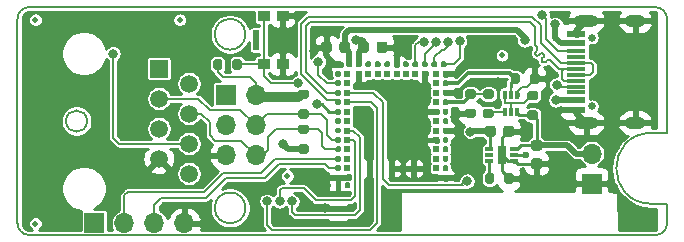
<source format=gbr>
%TF.GenerationSoftware,KiCad,Pcbnew,(5.1.10)-1*%
%TF.CreationDate,2021-10-06T18:40:40-05:00*%
%TF.ProjectId,BYTE_Control_Board,42595445-5f43-46f6-9e74-726f6c5f426f,v2.2*%
%TF.SameCoordinates,Original*%
%TF.FileFunction,Copper,L1,Top*%
%TF.FilePolarity,Positive*%
%FSLAX46Y46*%
G04 Gerber Fmt 4.6, Leading zero omitted, Abs format (unit mm)*
G04 Created by KiCad (PCBNEW (5.1.10)-1) date 2021-10-06 18:40:40*
%MOMM*%
%LPD*%
G01*
G04 APERTURE LIST*
%TA.AperFunction,Profile*%
%ADD10C,0.200000*%
%TD*%
%TA.AperFunction,SMDPad,CuDef*%
%ADD11C,0.500000*%
%TD*%
%TA.AperFunction,ComponentPad*%
%ADD12O,1.700000X1.700000*%
%TD*%
%TA.AperFunction,ComponentPad*%
%ADD13R,1.700000X1.700000*%
%TD*%
%TA.AperFunction,SMDPad,CuDef*%
%ADD14R,0.550000X1.700000*%
%TD*%
%TA.AperFunction,SMDPad,CuDef*%
%ADD15R,1.000000X0.900000*%
%TD*%
%TA.AperFunction,SMDPad,CuDef*%
%ADD16R,0.400000X0.700000*%
%TD*%
%TA.AperFunction,SMDPad,CuDef*%
%ADD17R,1.650000X0.300000*%
%TD*%
%TA.AperFunction,SMDPad,CuDef*%
%ADD18R,1.650000X0.600000*%
%TD*%
%TA.AperFunction,ComponentPad*%
%ADD19C,0.650000*%
%TD*%
%TA.AperFunction,ComponentPad*%
%ADD20O,1.800000X1.000000*%
%TD*%
%TA.AperFunction,ComponentPad*%
%ADD21O,2.100000X1.000000*%
%TD*%
%TA.AperFunction,SMDPad,CuDef*%
%ADD22R,0.500000X0.500000*%
%TD*%
%TA.AperFunction,SMDPad,CuDef*%
%ADD23R,0.650000X1.650000*%
%TD*%
%TA.AperFunction,SMDPad,CuDef*%
%ADD24R,0.700000X0.300000*%
%TD*%
%TA.AperFunction,ComponentPad*%
%ADD25C,1.500000*%
%TD*%
%TA.AperFunction,ComponentPad*%
%ADD26R,1.500000X1.500000*%
%TD*%
%TA.AperFunction,ViaPad*%
%ADD27C,0.800000*%
%TD*%
%TA.AperFunction,ViaPad*%
%ADD28C,0.600000*%
%TD*%
%TA.AperFunction,Conductor*%
%ADD29C,0.250000*%
%TD*%
%TA.AperFunction,Conductor*%
%ADD30C,0.200000*%
%TD*%
%TA.AperFunction,Conductor*%
%ADD31C,0.500000*%
%TD*%
%TA.AperFunction,Conductor*%
%ADD32C,0.300000*%
%TD*%
%TA.AperFunction,Conductor*%
%ADD33C,0.254000*%
%TD*%
%TA.AperFunction,Conductor*%
%ADD34C,0.100000*%
%TD*%
G04 APERTURE END LIST*
D10*
X121480000Y-143220004D02*
G75*
G02*
X120480000Y-142220004I0J1000000D01*
G01*
X174480000Y-123920004D02*
G75*
G02*
X175480000Y-124920004I0J-1000000D01*
G01*
X174180000Y-140570004D02*
X175480000Y-140570004D01*
X174480000Y-143220004D02*
X121480000Y-143220004D01*
X120480000Y-124920004D02*
G75*
G02*
X121480000Y-123920004I1000000J0D01*
G01*
X126380000Y-133570004D02*
G75*
G03*
X126380000Y-133570004I-900000J0D01*
G01*
X139780001Y-126220004D02*
G75*
G03*
X139780001Y-126220004I-1300001J0D01*
G01*
X174180000Y-140570004D02*
G75*
G02*
X174180000Y-134570004I0J3000000D01*
G01*
X139780001Y-140920004D02*
G75*
G03*
X139780001Y-140920004I-1300001J0D01*
G01*
X175480000Y-140570004D02*
X175480000Y-142220004D01*
X175480000Y-142220004D02*
G75*
G02*
X174480000Y-143220004I-1000000J0D01*
G01*
X120480000Y-142220004D02*
X120480000Y-124920004D01*
X175480000Y-134570004D02*
X174180000Y-134570004D01*
X121480000Y-123920004D02*
X174480000Y-123920004D01*
X175480000Y-124920004D02*
X175480000Y-134570004D01*
D11*
%TO.P,REF\u002A\u002A,*%
%TO.N,*%
X143330000Y-138220000D03*
%TD*%
%TO.P,REF\u002A\u002A,*%
%TO.N,*%
X161500000Y-128000000D03*
%TD*%
%TO.P,REF\u002A\u002A,*%
%TO.N,*%
X122000000Y-142250000D03*
%TD*%
%TO.P,REF\u002A\u002A,*%
%TO.N,*%
X134225000Y-125000000D03*
%TD*%
%TO.P,REF\u002A\u002A,*%
%TO.N,*%
X122000000Y-125000000D03*
%TD*%
D12*
%TO.P,J4,4*%
%TO.N,GND*%
X134620000Y-142210000D03*
%TO.P,J4,3*%
%TO.N,/SWDIO*%
X132080000Y-142210000D03*
%TO.P,J4,2*%
%TO.N,/SWCLK*%
X129540000Y-142210000D03*
D13*
%TO.P,J4,1*%
%TO.N,+BATT*%
X127000000Y-142210000D03*
%TD*%
D12*
%TO.P,J3,6*%
%TO.N,/SCL*%
X140640000Y-136450000D03*
%TO.P,J3,5*%
%TO.N,GND*%
X138100000Y-136450000D03*
%TO.P,J3,4*%
%TO.N,/SDA*%
X140640000Y-133910000D03*
%TO.P,J3,3*%
%TO.N,/SIO_24*%
X138100000Y-133910000D03*
%TO.P,J3,2*%
%TO.N,+BATT*%
X140640000Y-131370000D03*
D13*
%TO.P,J3,1*%
%TO.N,/SIO_25*%
X138100000Y-131370000D03*
%TD*%
D14*
%TO.P,SW3,SH*%
%TO.N,N/C*%
X140700000Y-126700000D03*
D15*
%TO.P,SW3,1*%
%TO.N,/RST*%
X141325000Y-128750000D03*
%TO.P,SW3,2*%
%TO.N,GND*%
X142925000Y-128750000D03*
%TO.P,SW3,1*%
%TO.N,/RST*%
X141325000Y-124650000D03*
%TO.P,SW3,2*%
%TO.N,GND*%
X142925000Y-124650000D03*
%TD*%
%TO.P,R13,2*%
%TO.N,+BATT*%
%TA.AperFunction,SMDPad,CuDef*%
G36*
G01*
X137825000Y-128500000D02*
X137825000Y-129050000D01*
G75*
G02*
X137625000Y-129250000I-200000J0D01*
G01*
X137225000Y-129250000D01*
G75*
G02*
X137025000Y-129050000I0J200000D01*
G01*
X137025000Y-128500000D01*
G75*
G02*
X137225000Y-128300000I200000J0D01*
G01*
X137625000Y-128300000D01*
G75*
G02*
X137825000Y-128500000I0J-200000D01*
G01*
G37*
%TD.AperFunction*%
%TO.P,R13,1*%
%TO.N,/RST*%
%TA.AperFunction,SMDPad,CuDef*%
G36*
G01*
X139475000Y-128500000D02*
X139475000Y-129050000D01*
G75*
G02*
X139275000Y-129250000I-200000J0D01*
G01*
X138875000Y-129250000D01*
G75*
G02*
X138675000Y-129050000I0J200000D01*
G01*
X138675000Y-128500000D01*
G75*
G02*
X138875000Y-128300000I200000J0D01*
G01*
X139275000Y-128300000D01*
G75*
G02*
X139475000Y-128500000I0J-200000D01*
G01*
G37*
%TD.AperFunction*%
%TD*%
%TO.P,C4,2*%
%TO.N,GND*%
%TA.AperFunction,SMDPad,CuDef*%
G36*
G01*
X150890000Y-127570000D02*
X150890000Y-127070000D01*
G75*
G02*
X151115000Y-126845000I225000J0D01*
G01*
X151565000Y-126845000D01*
G75*
G02*
X151790000Y-127070000I0J-225000D01*
G01*
X151790000Y-127570000D01*
G75*
G02*
X151565000Y-127795000I-225000J0D01*
G01*
X151115000Y-127795000D01*
G75*
G02*
X150890000Y-127570000I0J225000D01*
G01*
G37*
%TD.AperFunction*%
%TO.P,C4,1*%
%TO.N,+BATT*%
%TA.AperFunction,SMDPad,CuDef*%
G36*
G01*
X149340000Y-127570000D02*
X149340000Y-127070000D01*
G75*
G02*
X149565000Y-126845000I225000J0D01*
G01*
X150015000Y-126845000D01*
G75*
G02*
X150240000Y-127070000I0J-225000D01*
G01*
X150240000Y-127570000D01*
G75*
G02*
X150015000Y-127795000I-225000J0D01*
G01*
X149565000Y-127795000D01*
G75*
G02*
X149340000Y-127570000I0J225000D01*
G01*
G37*
%TD.AperFunction*%
%TD*%
%TO.P,C3,2*%
%TO.N,GND*%
%TA.AperFunction,SMDPad,CuDef*%
G36*
G01*
X147090000Y-127070000D02*
X147090000Y-127570000D01*
G75*
G02*
X146865000Y-127795000I-225000J0D01*
G01*
X146415000Y-127795000D01*
G75*
G02*
X146190000Y-127570000I0J225000D01*
G01*
X146190000Y-127070000D01*
G75*
G02*
X146415000Y-126845000I225000J0D01*
G01*
X146865000Y-126845000D01*
G75*
G02*
X147090000Y-127070000I0J-225000D01*
G01*
G37*
%TD.AperFunction*%
%TO.P,C3,1*%
%TO.N,VBUS*%
%TA.AperFunction,SMDPad,CuDef*%
G36*
G01*
X148640000Y-127070000D02*
X148640000Y-127570000D01*
G75*
G02*
X148415000Y-127795000I-225000J0D01*
G01*
X147965000Y-127795000D01*
G75*
G02*
X147740000Y-127570000I0J225000D01*
G01*
X147740000Y-127070000D01*
G75*
G02*
X147965000Y-126845000I225000J0D01*
G01*
X148415000Y-126845000D01*
G75*
G02*
X148640000Y-127070000I0J-225000D01*
G01*
G37*
%TD.AperFunction*%
%TD*%
%TO.P,R10,2*%
%TO.N,/BATT_LVL*%
%TA.AperFunction,SMDPad,CuDef*%
G36*
G01*
X159105000Y-131665000D02*
X158555000Y-131665000D01*
G75*
G02*
X158355000Y-131465000I0J200000D01*
G01*
X158355000Y-131065000D01*
G75*
G02*
X158555000Y-130865000I200000J0D01*
G01*
X159105000Y-130865000D01*
G75*
G02*
X159305000Y-131065000I0J-200000D01*
G01*
X159305000Y-131465000D01*
G75*
G02*
X159105000Y-131665000I-200000J0D01*
G01*
G37*
%TD.AperFunction*%
%TO.P,R10,1*%
%TO.N,GND*%
%TA.AperFunction,SMDPad,CuDef*%
G36*
G01*
X159105000Y-133315000D02*
X158555000Y-133315000D01*
G75*
G02*
X158355000Y-133115000I0J200000D01*
G01*
X158355000Y-132715000D01*
G75*
G02*
X158555000Y-132515000I200000J0D01*
G01*
X159105000Y-132515000D01*
G75*
G02*
X159305000Y-132715000I0J-200000D01*
G01*
X159305000Y-133115000D01*
G75*
G02*
X159105000Y-133315000I-200000J0D01*
G01*
G37*
%TD.AperFunction*%
%TD*%
%TO.P,R9,2*%
%TO.N,Net-(Q1-Pad4)*%
%TA.AperFunction,SMDPad,CuDef*%
G36*
G01*
X160075000Y-132535000D02*
X160625000Y-132535000D01*
G75*
G02*
X160825000Y-132735000I0J-200000D01*
G01*
X160825000Y-133135000D01*
G75*
G02*
X160625000Y-133335000I-200000J0D01*
G01*
X160075000Y-133335000D01*
G75*
G02*
X159875000Y-133135000I0J200000D01*
G01*
X159875000Y-132735000D01*
G75*
G02*
X160075000Y-132535000I200000J0D01*
G01*
G37*
%TD.AperFunction*%
%TO.P,R9,1*%
%TO.N,/BATT_LVL*%
%TA.AperFunction,SMDPad,CuDef*%
G36*
G01*
X160075000Y-130885000D02*
X160625000Y-130885000D01*
G75*
G02*
X160825000Y-131085000I0J-200000D01*
G01*
X160825000Y-131485000D01*
G75*
G02*
X160625000Y-131685000I-200000J0D01*
G01*
X160075000Y-131685000D01*
G75*
G02*
X159875000Y-131485000I0J200000D01*
G01*
X159875000Y-131085000D01*
G75*
G02*
X160075000Y-130885000I200000J0D01*
G01*
G37*
%TD.AperFunction*%
%TD*%
%TO.P,R8,2*%
%TO.N,+BATT*%
%TA.AperFunction,SMDPad,CuDef*%
G36*
G01*
X163825000Y-132655000D02*
X164375000Y-132655000D01*
G75*
G02*
X164575000Y-132855000I0J-200000D01*
G01*
X164575000Y-133255000D01*
G75*
G02*
X164375000Y-133455000I-200000J0D01*
G01*
X163825000Y-133455000D01*
G75*
G02*
X163625000Y-133255000I0J200000D01*
G01*
X163625000Y-132855000D01*
G75*
G02*
X163825000Y-132655000I200000J0D01*
G01*
G37*
%TD.AperFunction*%
%TO.P,R8,1*%
%TO.N,Net-(Q1-Pad3)*%
%TA.AperFunction,SMDPad,CuDef*%
G36*
G01*
X163825000Y-131005000D02*
X164375000Y-131005000D01*
G75*
G02*
X164575000Y-131205000I0J-200000D01*
G01*
X164575000Y-131605000D01*
G75*
G02*
X164375000Y-131805000I-200000J0D01*
G01*
X163825000Y-131805000D01*
G75*
G02*
X163625000Y-131605000I0J200000D01*
G01*
X163625000Y-131205000D01*
G75*
G02*
X163825000Y-131005000I200000J0D01*
G01*
G37*
%TD.AperFunction*%
%TD*%
%TO.P,R7,2*%
%TO.N,/BATT_LVL_EN*%
%TA.AperFunction,SMDPad,CuDef*%
G36*
G01*
X163030000Y-129695000D02*
X163030000Y-130245000D01*
G75*
G02*
X162830000Y-130445000I-200000J0D01*
G01*
X162430000Y-130445000D01*
G75*
G02*
X162230000Y-130245000I0J200000D01*
G01*
X162230000Y-129695000D01*
G75*
G02*
X162430000Y-129495000I200000J0D01*
G01*
X162830000Y-129495000D01*
G75*
G02*
X163030000Y-129695000I0J-200000D01*
G01*
G37*
%TD.AperFunction*%
%TO.P,R7,1*%
%TO.N,GND*%
%TA.AperFunction,SMDPad,CuDef*%
G36*
G01*
X164680000Y-129695000D02*
X164680000Y-130245000D01*
G75*
G02*
X164480000Y-130445000I-200000J0D01*
G01*
X164080000Y-130445000D01*
G75*
G02*
X163880000Y-130245000I0J200000D01*
G01*
X163880000Y-129695000D01*
G75*
G02*
X164080000Y-129495000I200000J0D01*
G01*
X164480000Y-129495000D01*
G75*
G02*
X164680000Y-129695000I0J-200000D01*
G01*
G37*
%TD.AperFunction*%
%TD*%
D16*
%TO.P,Q1,5*%
%TO.N,Net-(Q1-Pad3)*%
X162230000Y-132820000D03*
%TO.P,Q1,4*%
%TO.N,Net-(Q1-Pad4)*%
X161730000Y-132820000D03*
%TO.P,Q1,2*%
%TO.N,/BATT_LVL_EN*%
X162230000Y-131320000D03*
%TO.P,Q1,6*%
%TO.N,+BATT*%
X162730000Y-132820000D03*
%TO.P,Q1,3*%
%TO.N,Net-(Q1-Pad3)*%
X161730000Y-131320000D03*
%TO.P,Q1,1*%
%TO.N,GND*%
X162730000Y-131320000D03*
%TD*%
D12*
%TO.P,J2,2*%
%TO.N,+BATT*%
X169080000Y-136320000D03*
D13*
%TO.P,J2,1*%
%TO.N,GND*%
X169080000Y-138860000D03*
%TD*%
D17*
%TO.P,P1,B5*%
%TO.N,/CC2*%
X167795000Y-127650000D03*
%TO.P,P1,B8*%
%TO.N,N/C*%
X167795000Y-128150000D03*
%TO.P,P1,A6*%
%TO.N,/D+*%
X167795000Y-128650000D03*
%TO.P,P1,A7*%
%TO.N,/D-*%
X167795000Y-129150000D03*
%TO.P,P1,A6*%
%TO.N,/D+*%
X167795000Y-129650000D03*
%TO.P,P1,A7*%
%TO.N,/D-*%
X167795000Y-130150000D03*
%TO.P,P1,A5*%
%TO.N,/CC1*%
X167795000Y-130650000D03*
%TO.P,P1,A8*%
%TO.N,N/C*%
X167795000Y-131150000D03*
D18*
%TO.P,P1,A4*%
%TO.N,VBUS*%
X167795000Y-127000000D03*
X167795000Y-131800000D03*
%TO.P,P1,A1*%
%TO.N,GND*%
X167795000Y-126200000D03*
X167795000Y-132600000D03*
D19*
%TO.P,P1,*%
%TO.N,*%
X169120000Y-126510000D03*
X169120000Y-132290000D03*
D20*
%TO.P,P1,S1*%
%TO.N,GND*%
X172770000Y-125080000D03*
X172770000Y-133720000D03*
D21*
X168620000Y-125080000D03*
X168620000Y-133720000D03*
%TD*%
D22*
%TO.P,U2,0*%
%TO.N,GND*%
X147620000Y-138370002D03*
%TO.P,U2,1*%
%TO.N,/SWDIO*%
%TA.AperFunction,SMDPad,CuDef*%
G36*
G01*
X147370000Y-137695002D02*
X147370000Y-137445002D01*
G75*
G02*
X147495000Y-137320002I125000J0D01*
G01*
X147745000Y-137320002D01*
G75*
G02*
X147870000Y-137445002I0J-125000D01*
G01*
X147870000Y-137695002D01*
G75*
G02*
X147745000Y-137820002I-125000J0D01*
G01*
X147495000Y-137820002D01*
G75*
G02*
X147370000Y-137695002I0J125000D01*
G01*
G37*
%TD.AperFunction*%
%TO.P,U2,2*%
%TO.N,Net-(U2-Pad2)*%
X148420000Y-137570002D03*
%TO.P,U2,3*%
%TO.N,/SWCLK*%
%TA.AperFunction,SMDPad,CuDef*%
G36*
G01*
X147370000Y-136895002D02*
X147370000Y-136645002D01*
G75*
G02*
X147495000Y-136520002I125000J0D01*
G01*
X147745000Y-136520002D01*
G75*
G02*
X147870000Y-136645002I0J-125000D01*
G01*
X147870000Y-136895002D01*
G75*
G02*
X147745000Y-137020002I-125000J0D01*
G01*
X147495000Y-137020002D01*
G75*
G02*
X147370000Y-136895002I0J125000D01*
G01*
G37*
%TD.AperFunction*%
%TO.P,U2,4*%
%TO.N,Net-(U2-Pad4)*%
X148420000Y-136770002D03*
%TO.P,U2,5*%
%TO.N,/SCL*%
%TA.AperFunction,SMDPad,CuDef*%
G36*
G01*
X147370000Y-136095002D02*
X147370000Y-135845002D01*
G75*
G02*
X147495000Y-135720002I125000J0D01*
G01*
X147745000Y-135720002D01*
G75*
G02*
X147870000Y-135845002I0J-125000D01*
G01*
X147870000Y-136095002D01*
G75*
G02*
X147745000Y-136220002I-125000J0D01*
G01*
X147495000Y-136220002D01*
G75*
G02*
X147370000Y-136095002I0J125000D01*
G01*
G37*
%TD.AperFunction*%
%TO.P,U2,6*%
%TO.N,Net-(U2-Pad6)*%
X148420004Y-135970002D03*
%TO.P,U2,7*%
%TO.N,/SDA*%
%TA.AperFunction,SMDPad,CuDef*%
G36*
G01*
X147370003Y-135295004D02*
X147370003Y-135045004D01*
G75*
G02*
X147495003Y-134920004I125000J0D01*
G01*
X147745003Y-134920004D01*
G75*
G02*
X147870003Y-135045004I0J-125000D01*
G01*
X147870003Y-135295004D01*
G75*
G02*
X147745003Y-135420004I-125000J0D01*
G01*
X147495003Y-135420004D01*
G75*
G02*
X147370003Y-135295004I0J125000D01*
G01*
G37*
%TD.AperFunction*%
%TO.P,U2,8*%
%TO.N,/SIO_25*%
X148420004Y-135170004D03*
%TO.P,U2,9*%
%TO.N,Net-(U2-Pad9)*%
%TA.AperFunction,SMDPad,CuDef*%
G36*
G01*
X147370000Y-134495002D02*
X147370000Y-134245002D01*
G75*
G02*
X147495000Y-134120002I125000J0D01*
G01*
X147745000Y-134120002D01*
G75*
G02*
X147870000Y-134245002I0J-125000D01*
G01*
X147870000Y-134495002D01*
G75*
G02*
X147745000Y-134620002I-125000J0D01*
G01*
X147495000Y-134620002D01*
G75*
G02*
X147370000Y-134495002I0J125000D01*
G01*
G37*
%TD.AperFunction*%
%TO.P,U2,10*%
%TO.N,/SIO_24*%
X148419998Y-134370002D03*
%TO.P,U2,11*%
%TO.N,Net-(U2-Pad11)*%
%TA.AperFunction,SMDPad,CuDef*%
G36*
G01*
X147370000Y-133695002D02*
X147370000Y-133445002D01*
G75*
G02*
X147495000Y-133320002I125000J0D01*
G01*
X147745000Y-133320002D01*
G75*
G02*
X147870000Y-133445002I0J-125000D01*
G01*
X147870000Y-133695002D01*
G75*
G02*
X147745000Y-133820002I-125000J0D01*
G01*
X147495000Y-133820002D01*
G75*
G02*
X147370000Y-133695002I0J125000D01*
G01*
G37*
%TD.AperFunction*%
%TO.P,U2,12*%
%TO.N,Net-(U2-Pad12)*%
X148420000Y-133569999D03*
%TO.P,U2,13*%
%TO.N,/SIO_20*%
%TA.AperFunction,SMDPad,CuDef*%
G36*
G01*
X147370000Y-132895002D02*
X147370000Y-132645002D01*
G75*
G02*
X147495000Y-132520002I125000J0D01*
G01*
X147745000Y-132520002D01*
G75*
G02*
X147870000Y-132645002I0J-125000D01*
G01*
X147870000Y-132895002D01*
G75*
G02*
X147745000Y-133020002I-125000J0D01*
G01*
X147495000Y-133020002D01*
G75*
G02*
X147370000Y-132895002I0J125000D01*
G01*
G37*
%TD.AperFunction*%
%TO.P,U2,14*%
%TO.N,Net-(U2-Pad14)*%
X148420000Y-132770002D03*
%TO.P,U2,15*%
%TO.N,/D+*%
%TA.AperFunction,SMDPad,CuDef*%
G36*
G01*
X147370000Y-132095002D02*
X147370000Y-131845002D01*
G75*
G02*
X147495000Y-131720002I125000J0D01*
G01*
X147745000Y-131720002D01*
G75*
G02*
X147870000Y-131845002I0J-125000D01*
G01*
X147870000Y-132095002D01*
G75*
G02*
X147745000Y-132220002I-125000J0D01*
G01*
X147495000Y-132220002D01*
G75*
G02*
X147370000Y-132095002I0J125000D01*
G01*
G37*
%TD.AperFunction*%
%TO.P,U2,16*%
%TO.N,/BYTE_SENSOR_1*%
X148420000Y-131970002D03*
%TO.P,U2,17*%
%TO.N,/D-*%
%TA.AperFunction,SMDPad,CuDef*%
G36*
G01*
X147370000Y-131295002D02*
X147370000Y-131045002D01*
G75*
G02*
X147495000Y-130920002I125000J0D01*
G01*
X147745000Y-130920002D01*
G75*
G02*
X147870000Y-131045002I0J-125000D01*
G01*
X147870000Y-131295002D01*
G75*
G02*
X147745000Y-131420002I-125000J0D01*
G01*
X147495000Y-131420002D01*
G75*
G02*
X147370000Y-131295002I0J125000D01*
G01*
G37*
%TD.AperFunction*%
%TO.P,U2,18*%
%TO.N,/BYTE_SENSOR_2*%
X148420000Y-131170002D03*
%TO.P,U2,19*%
%TO.N,/RST*%
%TA.AperFunction,SMDPad,CuDef*%
G36*
G01*
X147370000Y-130495002D02*
X147370000Y-130245002D01*
G75*
G02*
X147495000Y-130120002I125000J0D01*
G01*
X147745000Y-130120002D01*
G75*
G02*
X147870000Y-130245002I0J-125000D01*
G01*
X147870000Y-130495002D01*
G75*
G02*
X147745000Y-130620002I-125000J0D01*
G01*
X147495000Y-130620002D01*
G75*
G02*
X147370000Y-130495002I0J125000D01*
G01*
G37*
%TD.AperFunction*%
%TO.P,U2,20*%
%TO.N,Net-(U2-Pad20)*%
X148419998Y-130370002D03*
%TO.P,U2,21*%
%TO.N,Net-(U2-Pad21)*%
%TA.AperFunction,SMDPad,CuDef*%
G36*
G01*
X147370000Y-129695002D02*
X147370000Y-129445002D01*
G75*
G02*
X147495000Y-129320002I125000J0D01*
G01*
X147745000Y-129320002D01*
G75*
G02*
X147870000Y-129445002I0J-125000D01*
G01*
X147870000Y-129695002D01*
G75*
G02*
X147745000Y-129820002I-125000J0D01*
G01*
X147495000Y-129820002D01*
G75*
G02*
X147370000Y-129695002I0J125000D01*
G01*
G37*
%TD.AperFunction*%
%TO.P,U2,22*%
%TO.N,Net-(U2-Pad22)*%
X148419998Y-129570002D03*
%TO.P,U2,23*%
%TO.N,GND*%
%TA.AperFunction,SMDPad,CuDef*%
G36*
G01*
X147644997Y-128520002D02*
X147894997Y-128520002D01*
G75*
G02*
X148019997Y-128645002I0J-125000D01*
G01*
X148019997Y-128895002D01*
G75*
G02*
X147894997Y-129020002I-125000J0D01*
G01*
X147644997Y-129020002D01*
G75*
G02*
X147519997Y-128895002I0J125000D01*
G01*
X147519997Y-128645002D01*
G75*
G02*
X147644997Y-128520002I125000J0D01*
G01*
G37*
%TD.AperFunction*%
%TO.P,U2,24*%
%TO.N,VBUS*%
%TA.AperFunction,SMDPad,CuDef*%
G36*
G01*
X148445003Y-128520002D02*
X148695003Y-128520002D01*
G75*
G02*
X148820003Y-128645002I0J-125000D01*
G01*
X148820003Y-128895002D01*
G75*
G02*
X148695003Y-129020002I-125000J0D01*
G01*
X148445003Y-129020002D01*
G75*
G02*
X148320003Y-128895002I0J125000D01*
G01*
X148320003Y-128645002D01*
G75*
G02*
X148445003Y-128520002I125000J0D01*
G01*
G37*
%TD.AperFunction*%
%TO.P,U2,25*%
%TO.N,+BATT*%
%TA.AperFunction,SMDPad,CuDef*%
G36*
G01*
X149245002Y-128520002D02*
X149495002Y-128520002D01*
G75*
G02*
X149620002Y-128645002I0J-125000D01*
G01*
X149620002Y-128895002D01*
G75*
G02*
X149495002Y-129020002I-125000J0D01*
G01*
X149245002Y-129020002D01*
G75*
G02*
X149120002Y-128895002I0J125000D01*
G01*
X149120002Y-128645002D01*
G75*
G02*
X149245002Y-128520002I125000J0D01*
G01*
G37*
%TD.AperFunction*%
%TO.P,U2,26*%
%TO.N,GND*%
X149370002Y-129570002D03*
%TO.P,U2,27*%
%TO.N,Net-(U2-Pad27)*%
%TA.AperFunction,SMDPad,CuDef*%
G36*
G01*
X150045003Y-128519999D02*
X150295003Y-128519999D01*
G75*
G02*
X150420003Y-128644999I0J-125000D01*
G01*
X150420003Y-128894999D01*
G75*
G02*
X150295003Y-129019999I-125000J0D01*
G01*
X150045003Y-129019999D01*
G75*
G02*
X149920003Y-128894999I0J125000D01*
G01*
X149920003Y-128644999D01*
G75*
G02*
X150045003Y-128519999I125000J0D01*
G01*
G37*
%TD.AperFunction*%
%TO.P,U2,28*%
%TO.N,Net-(U2-Pad28)*%
X150170000Y-129570002D03*
%TO.P,U2,29*%
%TO.N,Net-(U2-Pad29)*%
%TA.AperFunction,SMDPad,CuDef*%
G36*
G01*
X150844998Y-128519999D02*
X151094998Y-128519999D01*
G75*
G02*
X151219998Y-128644999I0J-125000D01*
G01*
X151219998Y-128894999D01*
G75*
G02*
X151094998Y-129019999I-125000J0D01*
G01*
X150844998Y-129019999D01*
G75*
G02*
X150719998Y-128894999I0J125000D01*
G01*
X150719998Y-128644999D01*
G75*
G02*
X150844998Y-128519999I125000J0D01*
G01*
G37*
%TD.AperFunction*%
%TO.P,U2,30*%
%TO.N,Net-(U2-Pad30)*%
X150970000Y-129570002D03*
%TO.P,U2,31*%
%TO.N,Net-(U2-Pad31)*%
%TA.AperFunction,SMDPad,CuDef*%
G36*
G01*
X151645002Y-128520002D02*
X151895002Y-128520002D01*
G75*
G02*
X152020002Y-128645002I0J-125000D01*
G01*
X152020002Y-128895002D01*
G75*
G02*
X151895002Y-129020002I-125000J0D01*
G01*
X151645002Y-129020002D01*
G75*
G02*
X151520002Y-128895002I0J125000D01*
G01*
X151520002Y-128645002D01*
G75*
G02*
X151645002Y-128520002I125000J0D01*
G01*
G37*
%TD.AperFunction*%
%TO.P,U2,32*%
%TO.N,Net-(U2-Pad32)*%
X151770002Y-129570002D03*
%TO.P,U2,33*%
%TO.N,GND*%
%TA.AperFunction,SMDPad,CuDef*%
G36*
G01*
X152445003Y-128520002D02*
X152695003Y-128520002D01*
G75*
G02*
X152820003Y-128645002I0J-125000D01*
G01*
X152820003Y-128895002D01*
G75*
G02*
X152695003Y-129020002I-125000J0D01*
G01*
X152445003Y-129020002D01*
G75*
G02*
X152320003Y-128895002I0J125000D01*
G01*
X152320003Y-128645002D01*
G75*
G02*
X152445003Y-128520002I125000J0D01*
G01*
G37*
%TD.AperFunction*%
%TO.P,U2,34*%
%TO.N,Net-(U2-Pad34)*%
X152569998Y-129570002D03*
%TO.P,U2,35*%
%TO.N,Net-(U2-Pad35)*%
%TA.AperFunction,SMDPad,CuDef*%
G36*
G01*
X153245000Y-128520002D02*
X153495000Y-128520002D01*
G75*
G02*
X153620000Y-128645002I0J-125000D01*
G01*
X153620000Y-128895002D01*
G75*
G02*
X153495000Y-129020002I-125000J0D01*
G01*
X153245000Y-129020002D01*
G75*
G02*
X153120000Y-128895002I0J125000D01*
G01*
X153120000Y-128645002D01*
G75*
G02*
X153245000Y-128520002I125000J0D01*
G01*
G37*
%TD.AperFunction*%
%TO.P,U2,36*%
%TO.N,Net-(U2-Pad36)*%
X153370004Y-129570002D03*
%TO.P,U2,37*%
%TO.N,/Sensor_INT*%
%TA.AperFunction,SMDPad,CuDef*%
G36*
G01*
X154045005Y-128520002D02*
X154295005Y-128520002D01*
G75*
G02*
X154420005Y-128645002I0J-125000D01*
G01*
X154420005Y-128895002D01*
G75*
G02*
X154295005Y-129020002I-125000J0D01*
G01*
X154045005Y-129020002D01*
G75*
G02*
X153920005Y-128895002I0J125000D01*
G01*
X153920005Y-128645002D01*
G75*
G02*
X154045005Y-128520002I125000J0D01*
G01*
G37*
%TD.AperFunction*%
%TO.P,U2,38*%
%TO.N,Net-(U2-Pad38)*%
X154170005Y-129570002D03*
%TO.P,U2,39*%
%TO.N,/SIO_5*%
%TA.AperFunction,SMDPad,CuDef*%
G36*
G01*
X154845000Y-128520002D02*
X155095000Y-128520002D01*
G75*
G02*
X155220000Y-128645002I0J-125000D01*
G01*
X155220000Y-128895002D01*
G75*
G02*
X155095000Y-129020002I-125000J0D01*
G01*
X154845000Y-129020002D01*
G75*
G02*
X154720000Y-128895002I0J125000D01*
G01*
X154720000Y-128645002D01*
G75*
G02*
X154845000Y-128520002I125000J0D01*
G01*
G37*
%TD.AperFunction*%
%TO.P,U2,40*%
%TO.N,GND*%
X154970000Y-129570002D03*
%TO.P,U2,41*%
%TO.N,/SIO_1*%
%TA.AperFunction,SMDPad,CuDef*%
G36*
G01*
X155645004Y-128519999D02*
X155895004Y-128519999D01*
G75*
G02*
X156020004Y-128644999I0J-125000D01*
G01*
X156020004Y-128894999D01*
G75*
G02*
X155895004Y-129019999I-125000J0D01*
G01*
X155645004Y-129019999D01*
G75*
G02*
X155520004Y-128894999I0J125000D01*
G01*
X155520004Y-128644999D01*
G75*
G02*
X155645004Y-128519999I125000J0D01*
G01*
G37*
%TD.AperFunction*%
%TO.P,U2,42*%
%TO.N,/SIO_0*%
%TA.AperFunction,SMDPad,CuDef*%
G36*
G01*
X156445000Y-128520002D02*
X156695000Y-128520002D01*
G75*
G02*
X156820000Y-128645002I0J-125000D01*
G01*
X156820000Y-128895002D01*
G75*
G02*
X156695000Y-129020002I-125000J0D01*
G01*
X156445000Y-129020002D01*
G75*
G02*
X156320000Y-128895002I0J125000D01*
G01*
X156320000Y-128645002D01*
G75*
G02*
X156445000Y-128520002I125000J0D01*
G01*
G37*
%TD.AperFunction*%
%TO.P,U2,43*%
%TO.N,GND*%
%TA.AperFunction,SMDPad,CuDef*%
G36*
G01*
X156470002Y-129695002D02*
X156470002Y-129445002D01*
G75*
G02*
X156595002Y-129320002I125000J0D01*
G01*
X156845002Y-129320002D01*
G75*
G02*
X156970002Y-129445002I0J-125000D01*
G01*
X156970002Y-129695002D01*
G75*
G02*
X156845002Y-129820002I-125000J0D01*
G01*
X156595002Y-129820002D01*
G75*
G02*
X156470002Y-129695002I0J125000D01*
G01*
G37*
%TD.AperFunction*%
%TO.P,U2,44*%
%TO.N,Net-(U2-Pad44)*%
X155920000Y-129570002D03*
%TO.P,U2,45*%
%TO.N,/BATT_LVL_EN*%
%TA.AperFunction,SMDPad,CuDef*%
G36*
G01*
X156470002Y-130495002D02*
X156470002Y-130245002D01*
G75*
G02*
X156595002Y-130120002I125000J0D01*
G01*
X156845002Y-130120002D01*
G75*
G02*
X156970002Y-130245002I0J-125000D01*
G01*
X156970002Y-130495002D01*
G75*
G02*
X156845002Y-130620002I-125000J0D01*
G01*
X156595002Y-130620002D01*
G75*
G02*
X156470002Y-130495002I0J125000D01*
G01*
G37*
%TD.AperFunction*%
%TO.P,U2,46*%
%TO.N,Net-(U2-Pad46)*%
X155920000Y-130370002D03*
%TO.P,U2,47*%
%TO.N,GND*%
%TA.AperFunction,SMDPad,CuDef*%
G36*
G01*
X156470002Y-131295002D02*
X156470002Y-131045002D01*
G75*
G02*
X156595002Y-130920002I125000J0D01*
G01*
X156845002Y-130920002D01*
G75*
G02*
X156970002Y-131045002I0J-125000D01*
G01*
X156970002Y-131295002D01*
G75*
G02*
X156845002Y-131420002I-125000J0D01*
G01*
X156595002Y-131420002D01*
G75*
G02*
X156470002Y-131295002I0J125000D01*
G01*
G37*
%TD.AperFunction*%
%TO.P,U2,48*%
%TO.N,Net-(U2-Pad48)*%
X155920000Y-131170002D03*
%TO.P,U2,49*%
%TO.N,/BATT_LVL*%
%TA.AperFunction,SMDPad,CuDef*%
G36*
G01*
X156470002Y-132095002D02*
X156470002Y-131845002D01*
G75*
G02*
X156595002Y-131720002I125000J0D01*
G01*
X156845002Y-131720002D01*
G75*
G02*
X156970002Y-131845002I0J-125000D01*
G01*
X156970002Y-132095002D01*
G75*
G02*
X156845002Y-132220002I-125000J0D01*
G01*
X156595002Y-132220002D01*
G75*
G02*
X156470002Y-132095002I0J125000D01*
G01*
G37*
%TD.AperFunction*%
%TO.P,U2,50*%
%TO.N,Net-(U2-Pad50)*%
X155920000Y-131970002D03*
%TO.P,U2,51*%
%TO.N,Net-(U2-Pad51)*%
%TA.AperFunction,SMDPad,CuDef*%
G36*
G01*
X156470002Y-132895002D02*
X156470002Y-132645002D01*
G75*
G02*
X156595002Y-132520002I125000J0D01*
G01*
X156845002Y-132520002D01*
G75*
G02*
X156970002Y-132645002I0J-125000D01*
G01*
X156970002Y-132895002D01*
G75*
G02*
X156845002Y-133020002I-125000J0D01*
G01*
X156595002Y-133020002D01*
G75*
G02*
X156470002Y-132895002I0J125000D01*
G01*
G37*
%TD.AperFunction*%
%TO.P,U2,52*%
%TO.N,GND*%
X155920000Y-132770002D03*
%TO.P,U2,53*%
%TO.N,Net-(U2-Pad53)*%
%TA.AperFunction,SMDPad,CuDef*%
G36*
G01*
X156470002Y-133695002D02*
X156470002Y-133445002D01*
G75*
G02*
X156595002Y-133320002I125000J0D01*
G01*
X156845002Y-133320002D01*
G75*
G02*
X156970002Y-133445002I0J-125000D01*
G01*
X156970002Y-133695002D01*
G75*
G02*
X156845002Y-133820002I-125000J0D01*
G01*
X156595002Y-133820002D01*
G75*
G02*
X156470002Y-133695002I0J125000D01*
G01*
G37*
%TD.AperFunction*%
%TO.P,U2,54*%
%TO.N,Net-(U2-Pad54)*%
X155920000Y-133570002D03*
%TO.P,U2,55*%
%TO.N,GND*%
%TA.AperFunction,SMDPad,CuDef*%
G36*
G01*
X156470002Y-134495002D02*
X156470002Y-134245002D01*
G75*
G02*
X156595002Y-134120002I125000J0D01*
G01*
X156845002Y-134120002D01*
G75*
G02*
X156970002Y-134245002I0J-125000D01*
G01*
X156970002Y-134495002D01*
G75*
G02*
X156845002Y-134620002I-125000J0D01*
G01*
X156595002Y-134620002D01*
G75*
G02*
X156470002Y-134495002I0J125000D01*
G01*
G37*
%TD.AperFunction*%
%TO.P,U2,56*%
%TO.N,Net-(U2-Pad56)*%
X155920000Y-134370002D03*
%TO.P,U2,57*%
%TO.N,Net-(U2-Pad57)*%
%TA.AperFunction,SMDPad,CuDef*%
G36*
G01*
X156470002Y-135295002D02*
X156470002Y-135045002D01*
G75*
G02*
X156595002Y-134920002I125000J0D01*
G01*
X156845002Y-134920002D01*
G75*
G02*
X156970002Y-135045002I0J-125000D01*
G01*
X156970002Y-135295002D01*
G75*
G02*
X156845002Y-135420002I-125000J0D01*
G01*
X156595002Y-135420002D01*
G75*
G02*
X156470002Y-135295002I0J125000D01*
G01*
G37*
%TD.AperFunction*%
%TO.P,U2,58*%
%TO.N,GND*%
X155920000Y-135170002D03*
%TO.P,U2,59*%
%TO.N,Net-(U2-Pad59)*%
%TA.AperFunction,SMDPad,CuDef*%
G36*
G01*
X156470002Y-136095002D02*
X156470002Y-135845002D01*
G75*
G02*
X156595002Y-135720002I125000J0D01*
G01*
X156845002Y-135720002D01*
G75*
G02*
X156970002Y-135845002I0J-125000D01*
G01*
X156970002Y-136095002D01*
G75*
G02*
X156845002Y-136220002I-125000J0D01*
G01*
X156595002Y-136220002D01*
G75*
G02*
X156470002Y-136095002I0J125000D01*
G01*
G37*
%TD.AperFunction*%
%TO.P,U2,60*%
%TO.N,Net-(U2-Pad60)*%
X155920000Y-135970002D03*
%TO.P,U2,61*%
%TO.N,Net-(U2-Pad61)*%
%TA.AperFunction,SMDPad,CuDef*%
G36*
G01*
X156470002Y-136895002D02*
X156470002Y-136645002D01*
G75*
G02*
X156595002Y-136520002I125000J0D01*
G01*
X156845002Y-136520002D01*
G75*
G02*
X156970002Y-136645002I0J-125000D01*
G01*
X156970002Y-136895002D01*
G75*
G02*
X156845002Y-137020002I-125000J0D01*
G01*
X156595002Y-137020002D01*
G75*
G02*
X156470002Y-136895002I0J125000D01*
G01*
G37*
%TD.AperFunction*%
%TO.P,U2,62*%
%TO.N,Net-(U2-Pad62)*%
X155920000Y-136770002D03*
%TO.P,U2,63*%
%TO.N,Net-(U2-Pad63)*%
%TA.AperFunction,SMDPad,CuDef*%
G36*
G01*
X156470002Y-137695002D02*
X156470002Y-137445002D01*
G75*
G02*
X156595002Y-137320002I125000J0D01*
G01*
X156845002Y-137320002D01*
G75*
G02*
X156970002Y-137445002I0J-125000D01*
G01*
X156970002Y-137695002D01*
G75*
G02*
X156845002Y-137820002I-125000J0D01*
G01*
X156595002Y-137820002D01*
G75*
G02*
X156470002Y-137695002I0J125000D01*
G01*
G37*
%TD.AperFunction*%
%TO.P,U2,64*%
%TO.N,Net-(U2-Pad64)*%
X155920000Y-137570004D03*
%TO.P,U2,65*%
%TO.N,GND*%
%TA.AperFunction,SMDPad,CuDef*%
G36*
G01*
X156470002Y-138495002D02*
X156470002Y-138245002D01*
G75*
G02*
X156595002Y-138120002I125000J0D01*
G01*
X156845002Y-138120002D01*
G75*
G02*
X156970002Y-138245002I0J-125000D01*
G01*
X156970002Y-138495002D01*
G75*
G02*
X156845002Y-138620002I-125000J0D01*
G01*
X156595002Y-138620002D01*
G75*
G02*
X156470002Y-138495002I0J125000D01*
G01*
G37*
%TD.AperFunction*%
%TO.P,U2,66*%
%TA.AperFunction,SMDPad,CuDef*%
G36*
G01*
X147370000Y-139795002D02*
X147370000Y-139545002D01*
G75*
G02*
X147495000Y-139420002I125000J0D01*
G01*
X147745000Y-139420002D01*
G75*
G02*
X147870000Y-139545002I0J-125000D01*
G01*
X147870000Y-139795002D01*
G75*
G02*
X147745000Y-139920002I-125000J0D01*
G01*
X147495000Y-139920002D01*
G75*
G02*
X147370000Y-139795002I0J125000D01*
G01*
G37*
%TD.AperFunction*%
%TO.P,U2,67*%
%TA.AperFunction,SMDPad,CuDef*%
G36*
G01*
X147370000Y-141095002D02*
X147370000Y-140845002D01*
G75*
G02*
X147495000Y-140720002I125000J0D01*
G01*
X147745000Y-140720002D01*
G75*
G02*
X147870000Y-140845002I0J-125000D01*
G01*
X147870000Y-141095002D01*
G75*
G02*
X147745000Y-141220002I-125000J0D01*
G01*
X147495000Y-141220002D01*
G75*
G02*
X147370000Y-141095002I0J125000D01*
G01*
G37*
%TD.AperFunction*%
%TO.P,U2,68*%
%TA.AperFunction,SMDPad,CuDef*%
G36*
G01*
X147370000Y-142395002D02*
X147370000Y-142145002D01*
G75*
G02*
X147495000Y-142020002I125000J0D01*
G01*
X147745000Y-142020002D01*
G75*
G02*
X147870000Y-142145002I0J-125000D01*
G01*
X147870000Y-142395002D01*
G75*
G02*
X147745000Y-142520002I-125000J0D01*
G01*
X147495000Y-142520002D01*
G75*
G02*
X147370000Y-142395002I0J125000D01*
G01*
G37*
%TD.AperFunction*%
%TO.P,U2,69*%
X154045000Y-137570002D03*
%TO.P,U2,70*%
X152170000Y-137570002D03*
%TO.P,U2,71*%
X150295000Y-137570002D03*
%TO.P,U2,72*%
%TO.N,Net-(U2-Pad72)*%
%TA.AperFunction,SMDPad,CuDef*%
G36*
G01*
X148170000Y-139145011D02*
X148170000Y-138895011D01*
G75*
G02*
X148295000Y-138770011I125000J0D01*
G01*
X148545000Y-138770011D01*
G75*
G02*
X148670000Y-138895011I0J-125000D01*
G01*
X148670000Y-139145011D01*
G75*
G02*
X148545000Y-139270011I-125000J0D01*
G01*
X148295000Y-139270011D01*
G75*
G02*
X148170000Y-139145011I0J125000D01*
G01*
G37*
%TD.AperFunction*%
%TD*%
D23*
%TO.P,U1,7*%
%TO.N,GND*%
X161470000Y-136420000D03*
D24*
%TO.P,U1,6*%
%TO.N,Net-(R2-Pad2)*%
X160420000Y-136920000D03*
%TO.P,U1,5*%
%TO.N,Net-(U1-Pad5)*%
X160420000Y-136420000D03*
%TO.P,U1,4*%
%TO.N,VBUS*%
X160420000Y-135920000D03*
%TO.P,U1,3*%
%TO.N,+BATT*%
X162520000Y-135920000D03*
%TO.P,U1,2*%
%TO.N,/STAT*%
X162520000Y-136420000D03*
%TO.P,U1,1*%
%TO.N,GND*%
X162520000Y-136920000D03*
%TD*%
%TO.P,R5,2*%
%TO.N,+BATT*%
%TA.AperFunction,SMDPad,CuDef*%
G36*
G01*
X144975000Y-131710000D02*
X144425000Y-131710000D01*
G75*
G02*
X144225000Y-131510000I0J200000D01*
G01*
X144225000Y-131110000D01*
G75*
G02*
X144425000Y-130910000I200000J0D01*
G01*
X144975000Y-130910000D01*
G75*
G02*
X145175000Y-131110000I0J-200000D01*
G01*
X145175000Y-131510000D01*
G75*
G02*
X144975000Y-131710000I-200000J0D01*
G01*
G37*
%TD.AperFunction*%
%TO.P,R5,1*%
%TO.N,/SDA*%
%TA.AperFunction,SMDPad,CuDef*%
G36*
G01*
X144975000Y-133360000D02*
X144425000Y-133360000D01*
G75*
G02*
X144225000Y-133160000I0J200000D01*
G01*
X144225000Y-132760000D01*
G75*
G02*
X144425000Y-132560000I200000J0D01*
G01*
X144975000Y-132560000D01*
G75*
G02*
X145175000Y-132760000I0J-200000D01*
G01*
X145175000Y-133160000D01*
G75*
G02*
X144975000Y-133360000I-200000J0D01*
G01*
G37*
%TD.AperFunction*%
%TD*%
%TO.P,R3,2*%
%TO.N,+BATT*%
%TA.AperFunction,SMDPad,CuDef*%
G36*
G01*
X144415000Y-135520000D02*
X144965000Y-135520000D01*
G75*
G02*
X145165000Y-135720000I0J-200000D01*
G01*
X145165000Y-136120000D01*
G75*
G02*
X144965000Y-136320000I-200000J0D01*
G01*
X144415000Y-136320000D01*
G75*
G02*
X144215000Y-136120000I0J200000D01*
G01*
X144215000Y-135720000D01*
G75*
G02*
X144415000Y-135520000I200000J0D01*
G01*
G37*
%TD.AperFunction*%
%TO.P,R3,1*%
%TO.N,/SCL*%
%TA.AperFunction,SMDPad,CuDef*%
G36*
G01*
X144415000Y-133870000D02*
X144965000Y-133870000D01*
G75*
G02*
X145165000Y-134070000I0J-200000D01*
G01*
X145165000Y-134470000D01*
G75*
G02*
X144965000Y-134670000I-200000J0D01*
G01*
X144415000Y-134670000D01*
G75*
G02*
X144215000Y-134470000I0J200000D01*
G01*
X144215000Y-134070000D01*
G75*
G02*
X144415000Y-133870000I200000J0D01*
G01*
G37*
%TD.AperFunction*%
%TD*%
%TO.P,R2,2*%
%TO.N,Net-(R2-Pad2)*%
%TA.AperFunction,SMDPad,CuDef*%
G36*
G01*
X160845000Y-138155000D02*
X160845000Y-138705000D01*
G75*
G02*
X160645000Y-138905000I-200000J0D01*
G01*
X160245000Y-138905000D01*
G75*
G02*
X160045000Y-138705000I0J200000D01*
G01*
X160045000Y-138155000D01*
G75*
G02*
X160245000Y-137955000I200000J0D01*
G01*
X160645000Y-137955000D01*
G75*
G02*
X160845000Y-138155000I0J-200000D01*
G01*
G37*
%TD.AperFunction*%
%TO.P,R2,1*%
%TO.N,GND*%
%TA.AperFunction,SMDPad,CuDef*%
G36*
G01*
X162495000Y-138155000D02*
X162495000Y-138705000D01*
G75*
G02*
X162295000Y-138905000I-200000J0D01*
G01*
X161895000Y-138905000D01*
G75*
G02*
X161695000Y-138705000I0J200000D01*
G01*
X161695000Y-138155000D01*
G75*
G02*
X161895000Y-137955000I200000J0D01*
G01*
X162295000Y-137955000D01*
G75*
G02*
X162495000Y-138155000I0J-200000D01*
G01*
G37*
%TD.AperFunction*%
%TD*%
%TO.P,C2,2*%
%TO.N,GND*%
%TA.AperFunction,SMDPad,CuDef*%
G36*
G01*
X164180000Y-136725000D02*
X164680000Y-136725000D01*
G75*
G02*
X164905000Y-136950000I0J-225000D01*
G01*
X164905000Y-137400000D01*
G75*
G02*
X164680000Y-137625000I-225000J0D01*
G01*
X164180000Y-137625000D01*
G75*
G02*
X163955000Y-137400000I0J225000D01*
G01*
X163955000Y-136950000D01*
G75*
G02*
X164180000Y-136725000I225000J0D01*
G01*
G37*
%TD.AperFunction*%
%TO.P,C2,1*%
%TO.N,+BATT*%
%TA.AperFunction,SMDPad,CuDef*%
G36*
G01*
X164180000Y-135175000D02*
X164680000Y-135175000D01*
G75*
G02*
X164905000Y-135400000I0J-225000D01*
G01*
X164905000Y-135850000D01*
G75*
G02*
X164680000Y-136075000I-225000J0D01*
G01*
X164180000Y-136075000D01*
G75*
G02*
X163955000Y-135850000I0J225000D01*
G01*
X163955000Y-135400000D01*
G75*
G02*
X164180000Y-135175000I225000J0D01*
G01*
G37*
%TD.AperFunction*%
%TD*%
%TO.P,C1,2*%
%TO.N,GND*%
%TA.AperFunction,SMDPad,CuDef*%
G36*
G01*
X161620000Y-134690000D02*
X161620000Y-134190000D01*
G75*
G02*
X161845000Y-133965000I225000J0D01*
G01*
X162295000Y-133965000D01*
G75*
G02*
X162520000Y-134190000I0J-225000D01*
G01*
X162520000Y-134690000D01*
G75*
G02*
X162295000Y-134915000I-225000J0D01*
G01*
X161845000Y-134915000D01*
G75*
G02*
X161620000Y-134690000I0J225000D01*
G01*
G37*
%TD.AperFunction*%
%TO.P,C1,1*%
%TO.N,VBUS*%
%TA.AperFunction,SMDPad,CuDef*%
G36*
G01*
X160070000Y-134690000D02*
X160070000Y-134190000D01*
G75*
G02*
X160295000Y-133965000I225000J0D01*
G01*
X160745000Y-133965000D01*
G75*
G02*
X160970000Y-134190000I0J-225000D01*
G01*
X160970000Y-134690000D01*
G75*
G02*
X160745000Y-134915000I-225000J0D01*
G01*
X160295000Y-134915000D01*
G75*
G02*
X160070000Y-134690000I0J225000D01*
G01*
G37*
%TD.AperFunction*%
%TD*%
D25*
%TO.P,J1,8*%
%TO.N,/BYTE_SENSOR_2*%
X134990000Y-138015004D03*
%TO.P,J1,7*%
%TO.N,GND*%
X132450000Y-136745004D03*
%TO.P,J1,6*%
%TO.N,/Sensor_INT*%
X134990000Y-135475004D03*
%TO.P,J1,5*%
%TO.N,+BATT*%
X132450000Y-134205004D03*
%TO.P,J1,4*%
%TO.N,/SCL*%
X134990000Y-132935004D03*
%TO.P,J1,3*%
%TO.N,/SDA*%
X132450000Y-131665004D03*
%TO.P,J1,2*%
%TO.N,/BYTE_SENSOR_1*%
X134990000Y-130395004D03*
D26*
%TO.P,J1,1*%
%TO.N,Net-(J1-Pad1)*%
X132450000Y-129125004D03*
%TD*%
D27*
%TO.N,GND*%
X163530000Y-134520000D03*
X161150000Y-130280000D03*
X157590000Y-132900000D03*
X159480000Y-127750000D03*
X153040000Y-127530000D03*
X142940000Y-127570000D03*
X134520000Y-128770000D03*
X130850000Y-130580000D03*
X123120000Y-140610000D03*
X123120000Y-137370000D03*
X145592329Y-127600000D03*
X139954000Y-142494000D03*
X159512000Y-126746000D03*
X146350000Y-138675000D03*
X146532588Y-140909990D03*
X142650000Y-141950000D03*
X163810000Y-138450000D03*
X158490000Y-137130000D03*
%TO.N,VBUS*%
X166020000Y-125380000D03*
X166060000Y-131780000D03*
X158810000Y-134460000D03*
X163420000Y-126710000D03*
%TO.N,+BATT*%
X149145195Y-126680010D03*
X142950000Y-135480000D03*
D28*
%TO.N,/STAT*%
X163560000Y-136420000D03*
D27*
%TO.N,/CC2*%
X164920000Y-124630000D03*
%TO.N,/CC1*%
X166130000Y-130500000D03*
%TO.N,/BYTE_SENSOR_2*%
X158540000Y-138650000D03*
%TO.N,/Sensor_INT*%
X154879989Y-126860920D03*
X128580000Y-127860000D03*
%TO.N,/BYTE_SENSOR_1*%
X141600000Y-140350000D03*
%TO.N,/RST*%
X145950000Y-128560000D03*
X144230002Y-130350000D03*
%TO.N,/SIO_20*%
X145800000Y-132120000D03*
%TO.N,/SIO_24*%
X143720000Y-140360000D03*
%TO.N,/SIO_25*%
X142675000Y-140350000D03*
%TO.N,/SIO_1*%
X156910000Y-126900000D03*
%TO.N,/SIO_0*%
X157930000Y-126810000D03*
%TO.N,/SIO_5*%
X155880000Y-126860000D03*
%TD*%
D29*
%TO.N,GND*%
X162520000Y-136920000D02*
X162610000Y-136920000D01*
X162865000Y-137175000D02*
X164430000Y-137175000D01*
X162610000Y-136920000D02*
X162865000Y-137175000D01*
X162095000Y-138430000D02*
X162095000Y-138395000D01*
X161470000Y-137770000D02*
X161470000Y-136420000D01*
X162095000Y-138395000D02*
X161470000Y-137770000D01*
X161970000Y-136920000D02*
X161470000Y-136420000D01*
X162520000Y-136920000D02*
X161970000Y-136920000D01*
X162070000Y-134440000D02*
X162010000Y-134440000D01*
X161470000Y-134980000D02*
X161470000Y-136420000D01*
X162010000Y-134440000D02*
X161470000Y-134980000D01*
D30*
X162730000Y-131320000D02*
X162730000Y-131140000D01*
X162730000Y-131140000D02*
X163200000Y-130670000D01*
X163580000Y-130670000D02*
X164280000Y-129970000D01*
X163200000Y-130670000D02*
X163580000Y-130670000D01*
X163270000Y-134440000D02*
X163350000Y-134360000D01*
X162070000Y-134440000D02*
X163270000Y-134440000D01*
X156720002Y-134370002D02*
X157570002Y-134370002D01*
X155920000Y-135170002D02*
X155029998Y-135170002D01*
X155920000Y-132770002D02*
X154969998Y-132770002D01*
X156720002Y-131170002D02*
X157310002Y-131170002D01*
X156720002Y-129570002D02*
X157589998Y-129570002D01*
X154970000Y-129570002D02*
X154970000Y-129870000D01*
X152570003Y-128770002D02*
X152570003Y-127589997D01*
X147769997Y-128770002D02*
X146910002Y-128770002D01*
X150295000Y-137570002D02*
X150295000Y-138785000D01*
X152170000Y-137570002D02*
X152170000Y-138270000D01*
X154045000Y-137570002D02*
X154045000Y-138185000D01*
X156720002Y-138370002D02*
X157649998Y-138370002D01*
D31*
X167795000Y-125905000D02*
X168620000Y-125080000D01*
X167795000Y-126200000D02*
X167795000Y-125905000D01*
X167795000Y-132895000D02*
X168620000Y-133720000D01*
X167795000Y-132600000D02*
X167795000Y-132895000D01*
D32*
X154970000Y-129570002D02*
X154970000Y-130700000D01*
X154970000Y-130700000D02*
X155090000Y-130820000D01*
X158599356Y-130242812D02*
X159253310Y-130242812D01*
X157672166Y-131170002D02*
X158599356Y-130242812D01*
X156720002Y-131170002D02*
X157672166Y-131170002D01*
X161112812Y-130242812D02*
X161150000Y-130280000D01*
X159253310Y-130242812D02*
X161112812Y-130242812D01*
D29*
X156720002Y-138370002D02*
X157299998Y-138370002D01*
X157940000Y-137730000D02*
X157940000Y-137380000D01*
X157299998Y-138370002D02*
X157940000Y-137730000D01*
X157935000Y-132915000D02*
X157650000Y-133200000D01*
X158830000Y-132915000D02*
X157935000Y-132915000D01*
D30*
X149370002Y-129570002D02*
X149370002Y-130080002D01*
X149370002Y-130080002D02*
X149650000Y-130360000D01*
X149650000Y-130360000D02*
X152230000Y-130360000D01*
X152590000Y-130720000D02*
X152700000Y-130720000D01*
X152230000Y-130360000D02*
X152590000Y-130720000D01*
X152570003Y-127999997D02*
X153040000Y-127530000D01*
X152570003Y-128770002D02*
X152570003Y-127999997D01*
D31*
X147769997Y-128770002D02*
X147310002Y-128770002D01*
X146640000Y-127991998D02*
X146640000Y-127320000D01*
X146800001Y-128151999D02*
X146640000Y-127991998D01*
X146800001Y-128260001D02*
X146800001Y-128151999D01*
X147310002Y-128770002D02*
X146800001Y-128260001D01*
D30*
X145802349Y-127320000D02*
X145592329Y-127530020D01*
X146640000Y-127320000D02*
X145802349Y-127320000D01*
X146654998Y-138370002D02*
X146350000Y-138675000D01*
X147620000Y-138370002D02*
X146654998Y-138370002D01*
X142925000Y-124650000D02*
X142925000Y-128750000D01*
X147620000Y-140970002D02*
X146592600Y-140970002D01*
X146592600Y-140970002D02*
X146532588Y-140909990D01*
X142970002Y-142270002D02*
X142650000Y-141950000D01*
X147620000Y-142270002D02*
X142970002Y-142270002D01*
D29*
%TO.N,VBUS*%
X160520000Y-135820000D02*
X160420000Y-135920000D01*
X160520000Y-134440000D02*
X160520000Y-135820000D01*
D31*
X167775000Y-131780000D02*
X167795000Y-131800000D01*
X166060000Y-131780000D02*
X167775000Y-131780000D01*
X158830000Y-134440000D02*
X158810000Y-134460000D01*
X160520000Y-134440000D02*
X158830000Y-134440000D01*
X148570003Y-128770002D02*
X148570003Y-127700003D01*
X148570003Y-127700003D02*
X148190000Y-127320000D01*
X148190000Y-127320000D02*
X148190000Y-126230000D01*
X148190000Y-126230000D02*
X148590000Y-125830000D01*
X148590000Y-125830000D02*
X162730000Y-125830000D01*
X163420000Y-126520000D02*
X163420000Y-126710000D01*
X162730000Y-125830000D02*
X163420000Y-126520000D01*
X166510000Y-126990000D02*
X166020000Y-126500000D01*
X166510000Y-127000000D02*
X166510000Y-126990000D01*
X167795000Y-127000000D02*
X166510000Y-127000000D01*
X166020000Y-126500000D02*
X166020000Y-125380000D01*
D29*
%TO.N,+BATT*%
X162520000Y-135920000D02*
X162800000Y-135920000D01*
X163095000Y-135625000D02*
X164430000Y-135625000D01*
X162800000Y-135920000D02*
X163095000Y-135625000D01*
X164430000Y-133385000D02*
X164100000Y-133055000D01*
X164430000Y-135625000D02*
X164430000Y-133385000D01*
X162965000Y-133055000D02*
X162755001Y-132845001D01*
X164100000Y-133055000D02*
X162965000Y-133055000D01*
D31*
X169080000Y-136320000D02*
X167740000Y-136320000D01*
X167045000Y-135625000D02*
X164430000Y-135625000D01*
X167740000Y-136320000D02*
X167045000Y-135625000D01*
X149370002Y-127739998D02*
X149790000Y-127320000D01*
X149370002Y-128770002D02*
X149370002Y-127739998D01*
X149790000Y-126845000D02*
X149625010Y-126680010D01*
X149625010Y-126680010D02*
X149145195Y-126680010D01*
X149790000Y-127320000D02*
X149790000Y-126845000D01*
D30*
X144700000Y-135930000D02*
X144690000Y-135920000D01*
D31*
X144640000Y-131370000D02*
X144700000Y-131310000D01*
X140640000Y-131370000D02*
X144640000Y-131370000D01*
X143390000Y-135920000D02*
X142950000Y-135480000D01*
X144690000Y-135920000D02*
X143390000Y-135920000D01*
X140980000Y-131710000D02*
X140640000Y-131370000D01*
X142960000Y-131710000D02*
X140980000Y-131710000D01*
X144300000Y-131710000D02*
X144700000Y-131310000D01*
X142960000Y-131710000D02*
X144300000Y-131710000D01*
D30*
X137425000Y-128775000D02*
X137425000Y-129400000D01*
X137425000Y-129400000D02*
X137850000Y-129825000D01*
X137850000Y-129825000D02*
X140125000Y-129825000D01*
X140640000Y-130340000D02*
X140640000Y-131370000D01*
X140125000Y-129825000D02*
X140640000Y-130340000D01*
D29*
%TO.N,/STAT*%
X163560000Y-136420000D02*
X162520000Y-136420000D01*
%TO.N,Net-(R2-Pad2)*%
X160420000Y-138405000D02*
X160445000Y-138430000D01*
X160420000Y-136920000D02*
X160420000Y-138405000D01*
D30*
%TO.N,/SCL*%
X147620000Y-135970002D02*
X146550002Y-135970002D01*
X146550002Y-135970002D02*
X146270000Y-135690000D01*
X146270000Y-135690000D02*
X146270000Y-134590000D01*
X145950000Y-134270000D02*
X144690000Y-134270000D01*
X146270000Y-134590000D02*
X145950000Y-134270000D01*
X140640000Y-136450000D02*
X139410000Y-135220000D01*
X139410000Y-135220000D02*
X137200000Y-135220000D01*
X137200000Y-135220000D02*
X136750000Y-134770000D01*
X136750000Y-134770000D02*
X136750000Y-133670000D01*
X136015004Y-132935004D02*
X134990000Y-132935004D01*
X136750000Y-133670000D02*
X136015004Y-132935004D01*
X140640000Y-136450000D02*
X141260000Y-136450000D01*
X141260000Y-136450000D02*
X141720000Y-135990000D01*
X141720000Y-135990000D02*
X141720000Y-134920000D01*
X141720000Y-134920000D02*
X142360000Y-134280000D01*
X144680000Y-134280000D02*
X144690000Y-134270000D01*
X142360000Y-134280000D02*
X144680000Y-134280000D01*
%TO.N,/SDA*%
X141590000Y-132960000D02*
X140640000Y-133910000D01*
X144700000Y-132960000D02*
X141590000Y-132960000D01*
X146160000Y-132960000D02*
X144700000Y-132960000D01*
X147620003Y-135170004D02*
X147080004Y-135170004D01*
X146675000Y-134765000D02*
X146675000Y-133475000D01*
X147080004Y-135170004D02*
X146675000Y-134765000D01*
X146675000Y-133475000D02*
X146160000Y-132960000D01*
X132450000Y-131665004D02*
X135805004Y-131665004D01*
X135805004Y-131665004D02*
X136750000Y-132610000D01*
X139340000Y-132610000D02*
X140640000Y-133910000D01*
X136750000Y-132610000D02*
X139340000Y-132610000D01*
%TO.N,/SWDIO*%
X146859998Y-137570002D02*
X147620000Y-137570002D01*
X142630000Y-137190000D02*
X146479996Y-137190000D01*
X141449989Y-138370011D02*
X142630000Y-137190000D01*
X146479996Y-137190000D02*
X146859998Y-137570002D01*
X138139989Y-138370011D02*
X141449989Y-138370011D01*
X132660000Y-140060000D02*
X136450000Y-140060000D01*
X136450000Y-140060000D02*
X138139989Y-138370011D01*
X132080000Y-140640000D02*
X132660000Y-140060000D01*
X132080000Y-142210000D02*
X132080000Y-140640000D01*
%TO.N,/SWCLK*%
X141080000Y-137970000D02*
X142279998Y-136770002D01*
X137840000Y-137970000D02*
X141080000Y-137970000D01*
X136240000Y-139570000D02*
X137840000Y-137970000D01*
X142279998Y-136770002D02*
X147620000Y-136770002D01*
X129830000Y-139570000D02*
X136240000Y-139570000D01*
X129540000Y-139860000D02*
X129830000Y-139570000D01*
X129540000Y-142210000D02*
X129540000Y-139860000D01*
%TO.N,/D+*%
X169010000Y-128650000D02*
X167795000Y-128650000D01*
X169170000Y-128810000D02*
X169010000Y-128650000D01*
X168940000Y-129650000D02*
X169170000Y-129420000D01*
X167795000Y-129650000D02*
X168940000Y-129650000D01*
X169170000Y-129420000D02*
X169170000Y-128810000D01*
X144455000Y-129583200D02*
X146666802Y-131795002D01*
X167795000Y-128650000D02*
X166557499Y-128650000D01*
X146666802Y-131795002D02*
X147445000Y-131795002D01*
X166557499Y-128650000D02*
X166532499Y-128675000D01*
X166532499Y-128675000D02*
X166463200Y-128675000D01*
X166463200Y-128675000D02*
X164765000Y-126976800D01*
X147445000Y-131795002D02*
X147620000Y-131970002D01*
X164765000Y-126976800D02*
X164765000Y-125456800D01*
X164033200Y-124725000D02*
X145066800Y-124725000D01*
X145066800Y-124725000D02*
X144455000Y-125336800D01*
X164765000Y-125456800D02*
X164033200Y-124725000D01*
X144455000Y-125336800D02*
X144455000Y-129583200D01*
%TO.N,/D-*%
X164503221Y-127413128D02*
X164503221Y-127457914D01*
X164473823Y-127541927D02*
X164445900Y-127576942D01*
X164295448Y-127755403D02*
X164285482Y-127799066D01*
X164285482Y-127843852D02*
X164295448Y-127887515D01*
X164314880Y-127927865D02*
X164342803Y-127962880D01*
X164342803Y-127962880D02*
X164377817Y-127990803D01*
X164377817Y-127990803D02*
X164418168Y-128010235D01*
X164461831Y-128020201D02*
X164506617Y-128020201D01*
X164506617Y-128020201D02*
X164550280Y-128010235D01*
X164550280Y-128010235D02*
X164590630Y-127990803D01*
X164590630Y-127990803D02*
X164625645Y-127962880D01*
X164625645Y-127962880D02*
X164728741Y-127859783D01*
X164728741Y-127859783D02*
X164763756Y-127831860D01*
X164763756Y-127831860D02*
X164804106Y-127812428D01*
X164804106Y-127812428D02*
X164847769Y-127802462D01*
X164908488Y-128528565D02*
X164943502Y-128556488D01*
X144892327Y-125535873D02*
X145253200Y-125175000D01*
X165039508Y-128107612D02*
X165011585Y-128142627D01*
X164503221Y-127457914D02*
X164493255Y-127501577D01*
X164851167Y-128409537D02*
X164861133Y-128453200D01*
X164908488Y-128245723D02*
X164880565Y-128280738D01*
X164851167Y-128364751D02*
X164851167Y-128409537D01*
X165156315Y-128556488D02*
X165191330Y-128528565D01*
X164880565Y-128280738D02*
X164861133Y-128321088D01*
X164418168Y-128010235D02*
X164461831Y-128020201D01*
X164861133Y-128321088D02*
X164851167Y-128364751D01*
X164976568Y-127831860D02*
X165011585Y-127859785D01*
X164880565Y-128493550D02*
X164908488Y-128528565D01*
X165011585Y-128142627D02*
X164908488Y-128245723D01*
X147620000Y-131170002D02*
X146678202Y-131170002D01*
X164493255Y-127369465D02*
X164503221Y-127413128D01*
X164295448Y-127887515D02*
X164314880Y-127927865D01*
X146678202Y-131170002D02*
X144892327Y-129384127D01*
X165115965Y-128575920D02*
X165156315Y-128556488D01*
X164315000Y-125643200D02*
X164315000Y-127163200D01*
X144892327Y-129384127D02*
X144892327Y-125535873D01*
X164943502Y-128556488D02*
X164983853Y-128575920D01*
X164315000Y-127163200D02*
X164445900Y-127294100D01*
X165294426Y-128425468D02*
X165329441Y-128397545D01*
X145253200Y-125175000D02*
X163846800Y-125175000D01*
X164445900Y-127294100D02*
X164473823Y-127329114D01*
X163846800Y-125175000D02*
X164315000Y-125643200D01*
X164473823Y-127329114D02*
X164493255Y-127369465D01*
X164983853Y-128575920D02*
X165027516Y-128585886D01*
X165058940Y-127935150D02*
X165068906Y-127978813D01*
X165027516Y-128585886D02*
X165072302Y-128585886D01*
X164314880Y-127715053D02*
X164295448Y-127755403D01*
X164861133Y-128453200D02*
X164880565Y-128493550D01*
X166301800Y-129150000D02*
X166770000Y-129150000D01*
X164493255Y-127501577D02*
X164473823Y-127541927D01*
X165068906Y-128023599D02*
X165058940Y-128067262D01*
X165072302Y-128585886D02*
X165115965Y-128575920D01*
X165577270Y-128425470D02*
X166301800Y-129150000D01*
X165458240Y-128368147D02*
X165501903Y-128378113D01*
X165501903Y-128378113D02*
X165542253Y-128397545D01*
X165413454Y-128368147D02*
X165458240Y-128368147D01*
X164285482Y-127799066D02*
X164285482Y-127843852D01*
X165058940Y-128067262D02*
X165039508Y-128107612D01*
X165369791Y-128378113D02*
X165413454Y-128368147D01*
X164342803Y-127680038D02*
X164314880Y-127715053D01*
X165329441Y-128397545D02*
X165369791Y-128378113D01*
X165542253Y-128397545D02*
X165577270Y-128425470D01*
X165191330Y-128528565D02*
X165294426Y-128425468D01*
X164445900Y-127576942D02*
X164342803Y-127680038D01*
X165068906Y-127978813D02*
X165068906Y-128023599D01*
X165039508Y-127894799D02*
X165058940Y-127935150D01*
X165011585Y-127859785D02*
X165039508Y-127894799D01*
X164936218Y-127812428D02*
X164976568Y-127831860D01*
X164892555Y-127802462D02*
X164936218Y-127812428D01*
X164847769Y-127802462D02*
X164892555Y-127802462D01*
X166770000Y-130150000D02*
X166620000Y-130000000D01*
X166620000Y-129300000D02*
X166770000Y-129150000D01*
X166770000Y-129150000D02*
X167795000Y-129150000D01*
X166620000Y-130000000D02*
X166620000Y-129300000D01*
X167795000Y-130150000D02*
X166770000Y-130150000D01*
%TO.N,/CC2*%
X167795000Y-127650000D02*
X166220000Y-127650000D01*
X166220000Y-127650000D02*
X165220000Y-126650000D01*
X165220000Y-124930000D02*
X164920000Y-124630000D01*
X165220000Y-126650000D02*
X165220000Y-124930000D01*
%TO.N,/CC1*%
X166280000Y-130650000D02*
X167795000Y-130650000D01*
X166130000Y-130500000D02*
X166280000Y-130650000D01*
%TO.N,Net-(Q1-Pad3)*%
X161790000Y-132060000D02*
X161730000Y-132000000D01*
X163985000Y-131405000D02*
X163330000Y-132060000D01*
X161730000Y-132000000D02*
X161730000Y-131320000D01*
X164100000Y-131405000D02*
X163985000Y-131405000D01*
X162230000Y-132110000D02*
X162280000Y-132060000D01*
X162230000Y-132820000D02*
X162230000Y-132110000D01*
X162280000Y-132060000D02*
X161790000Y-132060000D01*
X163330000Y-132060000D02*
X162280000Y-132060000D01*
%TO.N,Net-(Q1-Pad4)*%
X160465000Y-132820000D02*
X160350000Y-132935000D01*
X161730000Y-132820000D02*
X160465000Y-132820000D01*
%TO.N,/BATT_LVL*%
X158850000Y-131285000D02*
X158830000Y-131265000D01*
X160350000Y-131285000D02*
X158850000Y-131285000D01*
D32*
X156720002Y-131970002D02*
X158289998Y-131970002D01*
X158830000Y-131430000D02*
X158830000Y-131265000D01*
X158289998Y-131970002D02*
X158830000Y-131430000D01*
D30*
%TO.N,/BYTE_SENSOR_2*%
X150570002Y-131170002D02*
X150620002Y-131170002D01*
X148420000Y-131170002D02*
X150570002Y-131170002D01*
X150620002Y-131170002D02*
X151400000Y-131950000D01*
X151400000Y-131950000D02*
X151400000Y-136950000D01*
X151400000Y-137850000D02*
X151400000Y-138500000D01*
X151400000Y-136950000D02*
X151400000Y-137850000D01*
X151400000Y-138500000D02*
X151900000Y-139000000D01*
X151900000Y-139000000D02*
X156620000Y-139000000D01*
X156620000Y-139000000D02*
X158200000Y-139000000D01*
X156620000Y-139000000D02*
X158020000Y-139000000D01*
X158020000Y-139000000D02*
X158540000Y-138480000D01*
%TO.N,/Sensor_INT*%
X154970000Y-126950931D02*
X154879989Y-126860920D01*
X154170005Y-128770002D02*
X154170005Y-127149995D01*
X154459080Y-126860920D02*
X154879989Y-126860920D01*
X154170005Y-127149995D02*
X154459080Y-126860920D01*
X128530000Y-127910000D02*
X128580000Y-127860000D01*
X128530000Y-134950000D02*
X128530000Y-127910000D01*
X134990000Y-135475004D02*
X129055004Y-135475004D01*
X129055004Y-135475004D02*
X128580000Y-135000000D01*
X128580000Y-135000000D02*
X128530000Y-134950000D01*
%TO.N,/BYTE_SENSOR_1*%
X148420000Y-131970002D02*
X149570002Y-131970002D01*
X142020012Y-142770012D02*
X141600000Y-142350000D01*
X150329988Y-142770012D02*
X142020012Y-142770012D01*
X150900000Y-142200000D02*
X150329988Y-142770012D01*
X150900000Y-132500000D02*
X150900000Y-142200000D01*
X150370002Y-131970002D02*
X150900000Y-132500000D01*
X148420000Y-131970002D02*
X150370002Y-131970002D01*
X141600000Y-142350000D02*
X141600000Y-140350000D01*
D29*
%TO.N,/BATT_LVL_EN*%
X162630000Y-129970000D02*
X162550000Y-129970000D01*
X162550000Y-129970000D02*
X162240000Y-130280000D01*
X162240000Y-130280000D02*
X162240000Y-130674998D01*
D30*
X162230000Y-130290000D02*
X162240000Y-130280000D01*
X162230000Y-131320000D02*
X162230000Y-130290000D01*
D32*
X157765044Y-130370002D02*
X158642236Y-129492810D01*
X162152810Y-129492810D02*
X162630000Y-129970000D01*
X156720002Y-130370002D02*
X157765044Y-130370002D01*
X158642236Y-129492810D02*
X162152810Y-129492810D01*
D30*
%TO.N,/RST*%
X145950000Y-129650000D02*
X145950000Y-128560000D01*
X146670002Y-130370002D02*
X145950000Y-129650000D01*
X147620000Y-130370002D02*
X146670002Y-130370002D01*
X139100000Y-128750000D02*
X139075000Y-128775000D01*
X141325000Y-128750000D02*
X139100000Y-128750000D01*
X141325000Y-128750000D02*
X141325000Y-124650000D01*
X141325000Y-128750000D02*
X141325000Y-129725000D01*
X141950000Y-130350000D02*
X144230002Y-130350000D01*
X141325000Y-129725000D02*
X141950000Y-130350000D01*
D29*
%TO.N,/SIO_20*%
X147620000Y-132770002D02*
X146890002Y-132770002D01*
X146240000Y-132120000D02*
X146890002Y-132770002D01*
X145800000Y-132120000D02*
X146240000Y-132120000D01*
D30*
%TO.N,/SIO_24*%
X143720000Y-141268000D02*
X143720000Y-140360000D01*
X144012000Y-141560000D02*
X143720000Y-141268000D01*
X149020000Y-141560000D02*
X144012000Y-141560000D01*
X149450000Y-141130000D02*
X149020000Y-141560000D01*
X148920002Y-134370002D02*
X149450000Y-134900000D01*
X149450000Y-134900000D02*
X149450000Y-141130000D01*
X148419998Y-134370002D02*
X148920002Y-134370002D01*
%TO.N,/SIO_25*%
X144700000Y-139220000D02*
X142860000Y-139220000D01*
X145739988Y-140259988D02*
X144700000Y-139220000D01*
X142675000Y-139405000D02*
X142675000Y-140350000D01*
X148690012Y-140259988D02*
X145739988Y-140259988D01*
X142860000Y-139220000D02*
X142675000Y-139405000D01*
X149050000Y-139900000D02*
X148690012Y-140259988D01*
X149050000Y-135350000D02*
X149050000Y-139900000D01*
X148870004Y-135170004D02*
X149050000Y-135350000D01*
X148420004Y-135170004D02*
X148870004Y-135170004D01*
%TO.N,/SIO_1*%
X156570000Y-127520000D02*
X156910000Y-127180000D01*
X156910000Y-127180000D02*
X156910000Y-126900000D01*
X155770004Y-128769999D02*
X155770004Y-128159996D01*
X156410000Y-127520000D02*
X156570000Y-127520000D01*
X155770004Y-128159996D02*
X156410000Y-127520000D01*
%TO.N,/SIO_0*%
X156570000Y-128770002D02*
X157409998Y-128770002D01*
X157930000Y-128250000D02*
X157930000Y-126810000D01*
X157409998Y-128770002D02*
X157930000Y-128250000D01*
%TO.N,/SIO_5*%
X155770004Y-126969996D02*
X155880000Y-126860000D01*
X154970000Y-128770002D02*
X154970000Y-127880000D01*
X155880000Y-126970000D02*
X155880000Y-126860000D01*
X154970000Y-127880000D02*
X155880000Y-126970000D01*
%TD*%
D33*
%TO.N,GND*%
X140496418Y-125100000D02*
X140502732Y-125164103D01*
X140521430Y-125225743D01*
X140551794Y-125282550D01*
X140592657Y-125332343D01*
X140642450Y-125373206D01*
X140699257Y-125403570D01*
X140760897Y-125422268D01*
X140825000Y-125428582D01*
X140898001Y-125428582D01*
X140898001Y-125521418D01*
X140425000Y-125521418D01*
X140360897Y-125527732D01*
X140299257Y-125546430D01*
X140242450Y-125576794D01*
X140192657Y-125617657D01*
X140151794Y-125667450D01*
X140141183Y-125687302D01*
X140020717Y-125396473D01*
X139830450Y-125111718D01*
X139588286Y-124869554D01*
X139303531Y-124679287D01*
X138987128Y-124548228D01*
X138651236Y-124481415D01*
X138308764Y-124481415D01*
X137972872Y-124548228D01*
X137656469Y-124679287D01*
X137371714Y-124869554D01*
X137129550Y-125111718D01*
X136939283Y-125396473D01*
X136808224Y-125712876D01*
X136741411Y-126048768D01*
X136741411Y-126391240D01*
X136808224Y-126727132D01*
X136939283Y-127043535D01*
X137129550Y-127328290D01*
X137371714Y-127570454D01*
X137656469Y-127760721D01*
X137972872Y-127891780D01*
X138308764Y-127958593D01*
X138651236Y-127958593D01*
X138987128Y-127891780D01*
X139303531Y-127760721D01*
X139588286Y-127570454D01*
X139830450Y-127328290D01*
X140020717Y-127043535D01*
X140096418Y-126860777D01*
X140096418Y-127550000D01*
X140102732Y-127614103D01*
X140121430Y-127675743D01*
X140151794Y-127732550D01*
X140192657Y-127782343D01*
X140242450Y-127823206D01*
X140299257Y-127853570D01*
X140360897Y-127872268D01*
X140425000Y-127878582D01*
X140898000Y-127878582D01*
X140898000Y-127971418D01*
X140825000Y-127971418D01*
X140760897Y-127977732D01*
X140699257Y-127996430D01*
X140642450Y-128026794D01*
X140592657Y-128067657D01*
X140551794Y-128117450D01*
X140521430Y-128174257D01*
X140502732Y-128235897D01*
X140496418Y-128300000D01*
X140496418Y-128323000D01*
X139771014Y-128323000D01*
X139763346Y-128297720D01*
X139714500Y-128206336D01*
X139648764Y-128126236D01*
X139568664Y-128060500D01*
X139477280Y-128011654D01*
X139378121Y-127981575D01*
X139275000Y-127971418D01*
X138875000Y-127971418D01*
X138771879Y-127981575D01*
X138672720Y-128011654D01*
X138581336Y-128060500D01*
X138501236Y-128126236D01*
X138435500Y-128206336D01*
X138386654Y-128297720D01*
X138356575Y-128396879D01*
X138346418Y-128500000D01*
X138346418Y-129050000D01*
X138356575Y-129153121D01*
X138386654Y-129252280D01*
X138435500Y-129343664D01*
X138480092Y-129398000D01*
X138026869Y-129398000D01*
X138023045Y-129394177D01*
X138064500Y-129343664D01*
X138113346Y-129252280D01*
X138143425Y-129153121D01*
X138153582Y-129050000D01*
X138153582Y-128500000D01*
X138143425Y-128396879D01*
X138113346Y-128297720D01*
X138064500Y-128206336D01*
X137998764Y-128126236D01*
X137918664Y-128060500D01*
X137827280Y-128011654D01*
X137728121Y-127981575D01*
X137625000Y-127971418D01*
X137225000Y-127971418D01*
X137121879Y-127981575D01*
X137022720Y-128011654D01*
X136931336Y-128060500D01*
X136851236Y-128126236D01*
X136785500Y-128206336D01*
X136736654Y-128297720D01*
X136706575Y-128396879D01*
X136696418Y-128500000D01*
X136696418Y-129050000D01*
X136706575Y-129153121D01*
X136736654Y-129252280D01*
X136785500Y-129343664D01*
X136851236Y-129423764D01*
X136931336Y-129489500D01*
X137020374Y-129537092D01*
X137023781Y-129548323D01*
X137028596Y-129564196D01*
X137068245Y-129638376D01*
X137108232Y-129687100D01*
X137108237Y-129687105D01*
X137121606Y-129703395D01*
X137137895Y-129716763D01*
X137533236Y-130112105D01*
X137546605Y-130128395D01*
X137562895Y-130141764D01*
X137562899Y-130141768D01*
X137611623Y-130181756D01*
X137629700Y-130191418D01*
X137250000Y-130191418D01*
X137185897Y-130197732D01*
X137124257Y-130216430D01*
X137067450Y-130246794D01*
X137017657Y-130287657D01*
X136976794Y-130337450D01*
X136946430Y-130394257D01*
X136927732Y-130455897D01*
X136921418Y-130520000D01*
X136921418Y-132177548D01*
X136121772Y-131377904D01*
X136108399Y-131361609D01*
X136043380Y-131308249D01*
X135969200Y-131268599D01*
X135888711Y-131244182D01*
X135825982Y-131238004D01*
X135825971Y-131238004D01*
X135805004Y-131235939D01*
X135784037Y-131238004D01*
X135666909Y-131238004D01*
X135676547Y-131231564D01*
X135826560Y-131081551D01*
X135944425Y-130905155D01*
X136025611Y-130709153D01*
X136067000Y-130501079D01*
X136067000Y-130288929D01*
X136025611Y-130080855D01*
X135944425Y-129884853D01*
X135826560Y-129708457D01*
X135676547Y-129558444D01*
X135500151Y-129440579D01*
X135304149Y-129359393D01*
X135096075Y-129318004D01*
X134883925Y-129318004D01*
X134675851Y-129359393D01*
X134479849Y-129440579D01*
X134303453Y-129558444D01*
X134153440Y-129708457D01*
X134035575Y-129884853D01*
X133954389Y-130080855D01*
X133913000Y-130288929D01*
X133913000Y-130501079D01*
X133954389Y-130709153D01*
X134035575Y-130905155D01*
X134153440Y-131081551D01*
X134303453Y-131231564D01*
X134313091Y-131238004D01*
X133438867Y-131238004D01*
X133404425Y-131154853D01*
X133286560Y-130978457D01*
X133136547Y-130828444D01*
X132960151Y-130710579D01*
X132764149Y-130629393D01*
X132556075Y-130588004D01*
X132343925Y-130588004D01*
X132135851Y-130629393D01*
X131939849Y-130710579D01*
X131763453Y-130828444D01*
X131613440Y-130978457D01*
X131495575Y-131154853D01*
X131414389Y-131350855D01*
X131373000Y-131558929D01*
X131373000Y-131771079D01*
X131414389Y-131979153D01*
X131495575Y-132175155D01*
X131613440Y-132351551D01*
X131763453Y-132501564D01*
X131939849Y-132619429D01*
X132135851Y-132700615D01*
X132343925Y-132742004D01*
X132556075Y-132742004D01*
X132764149Y-132700615D01*
X132960151Y-132619429D01*
X133136547Y-132501564D01*
X133286560Y-132351551D01*
X133404425Y-132175155D01*
X133438867Y-132092004D01*
X134313091Y-132092004D01*
X134303453Y-132098444D01*
X134153440Y-132248457D01*
X134035575Y-132424853D01*
X133954389Y-132620855D01*
X133913000Y-132828929D01*
X133913000Y-133041079D01*
X133954389Y-133249153D01*
X134035575Y-133445155D01*
X134153440Y-133621551D01*
X134303453Y-133771564D01*
X134479849Y-133889429D01*
X134675851Y-133970615D01*
X134883925Y-134012004D01*
X135096075Y-134012004D01*
X135304149Y-133970615D01*
X135500151Y-133889429D01*
X135676547Y-133771564D01*
X135826560Y-133621551D01*
X135935157Y-133459026D01*
X136323001Y-133846870D01*
X136323000Y-134749033D01*
X136320935Y-134770000D01*
X136323000Y-134790967D01*
X136323000Y-134790977D01*
X136329178Y-134853706D01*
X136353595Y-134934195D01*
X136361286Y-134948584D01*
X136393245Y-135008376D01*
X136433232Y-135057100D01*
X136446605Y-135073395D01*
X136462900Y-135086768D01*
X136883236Y-135507105D01*
X136896605Y-135523395D01*
X136912895Y-135536764D01*
X136912899Y-135536768D01*
X136928154Y-135549287D01*
X136828359Y-135683080D01*
X136703175Y-135945901D01*
X136658524Y-136093110D01*
X136779845Y-136323000D01*
X137973000Y-136323000D01*
X137973000Y-136303000D01*
X138227000Y-136303000D01*
X138227000Y-136323000D01*
X138247000Y-136323000D01*
X138247000Y-136577000D01*
X138227000Y-136577000D01*
X138227000Y-136597000D01*
X137973000Y-136597000D01*
X137973000Y-136577000D01*
X136779845Y-136577000D01*
X136658524Y-136806890D01*
X136703175Y-136954099D01*
X136828359Y-137216920D01*
X137002412Y-137450269D01*
X137218645Y-137645178D01*
X137433168Y-137772963D01*
X136063132Y-139143000D01*
X129850967Y-139143000D01*
X129830000Y-139140935D01*
X129809033Y-139143000D01*
X129809022Y-139143000D01*
X129746293Y-139149178D01*
X129665804Y-139173595D01*
X129651174Y-139181415D01*
X129591623Y-139213245D01*
X129542899Y-139253232D01*
X129542895Y-139253236D01*
X129526605Y-139266605D01*
X129513236Y-139282895D01*
X129252895Y-139543237D01*
X129236606Y-139556605D01*
X129223237Y-139572895D01*
X129223232Y-139572900D01*
X129183245Y-139621624D01*
X129156028Y-139672545D01*
X129143596Y-139695804D01*
X129119179Y-139776293D01*
X129114384Y-139824983D01*
X129110935Y-139860000D01*
X129113001Y-139880977D01*
X129113000Y-141112893D01*
X128982481Y-141166956D01*
X128789706Y-141295764D01*
X128625764Y-141459706D01*
X128496956Y-141652481D01*
X128408231Y-141866682D01*
X128363000Y-142094076D01*
X128363000Y-142325924D01*
X128408231Y-142553318D01*
X128496956Y-142767519D01*
X128513985Y-142793004D01*
X128178582Y-142793004D01*
X128178582Y-141360000D01*
X128172268Y-141295897D01*
X128153570Y-141234257D01*
X128123206Y-141177450D01*
X128082343Y-141127657D01*
X128032550Y-141086794D01*
X127975743Y-141056430D01*
X127914103Y-141037732D01*
X127850000Y-141031418D01*
X126919277Y-141031418D01*
X127012777Y-140992689D01*
X127328391Y-140781803D01*
X127596799Y-140513395D01*
X127807685Y-140197781D01*
X127952947Y-139847089D01*
X128027000Y-139474797D01*
X128027000Y-139095211D01*
X127952947Y-138722919D01*
X127807685Y-138372227D01*
X127596799Y-138056613D01*
X127328391Y-137788205D01*
X127199372Y-137701997D01*
X131672612Y-137701997D01*
X131738137Y-137940864D01*
X131985116Y-138056764D01*
X132249960Y-138122254D01*
X132522492Y-138134816D01*
X132792238Y-138093969D01*
X133048832Y-138001281D01*
X133161863Y-137940864D01*
X133170623Y-137908929D01*
X133913000Y-137908929D01*
X133913000Y-138121079D01*
X133954389Y-138329153D01*
X134035575Y-138525155D01*
X134153440Y-138701551D01*
X134303453Y-138851564D01*
X134479849Y-138969429D01*
X134675851Y-139050615D01*
X134883925Y-139092004D01*
X135096075Y-139092004D01*
X135304149Y-139050615D01*
X135500151Y-138969429D01*
X135676547Y-138851564D01*
X135826560Y-138701551D01*
X135944425Y-138525155D01*
X136025611Y-138329153D01*
X136067000Y-138121079D01*
X136067000Y-137908929D01*
X136025611Y-137700855D01*
X135944425Y-137504853D01*
X135826560Y-137328457D01*
X135676547Y-137178444D01*
X135500151Y-137060579D01*
X135304149Y-136979393D01*
X135096075Y-136938004D01*
X134883925Y-136938004D01*
X134675851Y-136979393D01*
X134479849Y-137060579D01*
X134303453Y-137178444D01*
X134153440Y-137328457D01*
X134035575Y-137504853D01*
X133954389Y-137700855D01*
X133913000Y-137908929D01*
X133170623Y-137908929D01*
X133227388Y-137701997D01*
X132450000Y-136924609D01*
X131672612Y-137701997D01*
X127199372Y-137701997D01*
X127012777Y-137577319D01*
X126662085Y-137432057D01*
X126289793Y-137358004D01*
X125910207Y-137358004D01*
X125537915Y-137432057D01*
X125187223Y-137577319D01*
X124871609Y-137788205D01*
X124603201Y-138056613D01*
X124392315Y-138372227D01*
X124247053Y-138722919D01*
X124173000Y-139095211D01*
X124173000Y-139474797D01*
X124247053Y-139847089D01*
X124392315Y-140197781D01*
X124603201Y-140513395D01*
X124871609Y-140781803D01*
X125187223Y-140992689D01*
X125537915Y-141137951D01*
X125863311Y-141202676D01*
X125846430Y-141234257D01*
X125827732Y-141295897D01*
X125821418Y-141360000D01*
X125821418Y-142793004D01*
X122315907Y-142793004D01*
X122399689Y-142737023D01*
X122487023Y-142649689D01*
X122555640Y-142546996D01*
X122602905Y-142432889D01*
X122627000Y-142311754D01*
X122627000Y-142188246D01*
X122602905Y-142067111D01*
X122555640Y-141953004D01*
X122487023Y-141850311D01*
X122399689Y-141762977D01*
X122296996Y-141694360D01*
X122182889Y-141647095D01*
X122061754Y-141623000D01*
X121938246Y-141623000D01*
X121817111Y-141647095D01*
X121703004Y-141694360D01*
X121600311Y-141762977D01*
X121512977Y-141850311D01*
X121444360Y-141953004D01*
X121397095Y-142067111D01*
X121373000Y-142188246D01*
X121373000Y-142311754D01*
X121397095Y-142432889D01*
X121444360Y-142546996D01*
X121512977Y-142649689D01*
X121600311Y-142737023D01*
X121684093Y-142793004D01*
X121500883Y-142793004D01*
X121369101Y-142780082D01*
X121262430Y-142747877D01*
X121164039Y-142695562D01*
X121077687Y-142625134D01*
X121006657Y-142539274D01*
X120953661Y-142441259D01*
X120920710Y-142334811D01*
X120907000Y-142204375D01*
X120907000Y-133437975D01*
X124139486Y-133437975D01*
X124139486Y-133702033D01*
X124191001Y-133961017D01*
X124292052Y-134204975D01*
X124438755Y-134424532D01*
X124625472Y-134611249D01*
X124845029Y-134757952D01*
X125088987Y-134859003D01*
X125347971Y-134910518D01*
X125612029Y-134910518D01*
X125871013Y-134859003D01*
X126114971Y-134757952D01*
X126334528Y-134611249D01*
X126521245Y-134424532D01*
X126667948Y-134204975D01*
X126768999Y-133961017D01*
X126820514Y-133702033D01*
X126820514Y-133437975D01*
X126768999Y-133178991D01*
X126667948Y-132935033D01*
X126521245Y-132715476D01*
X126334528Y-132528759D01*
X126114971Y-132382056D01*
X125871013Y-132281005D01*
X125612029Y-132229490D01*
X125347971Y-132229490D01*
X125088987Y-132281005D01*
X124845029Y-132382056D01*
X124625472Y-132528759D01*
X124438755Y-132715476D01*
X124292052Y-132935033D01*
X124191001Y-133178991D01*
X124139486Y-133437975D01*
X120907000Y-133437975D01*
X120907000Y-127665211D01*
X124173000Y-127665211D01*
X124173000Y-128044797D01*
X124247053Y-128417089D01*
X124392315Y-128767781D01*
X124603201Y-129083395D01*
X124871609Y-129351803D01*
X125187223Y-129562689D01*
X125537915Y-129707951D01*
X125910207Y-129782004D01*
X126289793Y-129782004D01*
X126662085Y-129707951D01*
X127012777Y-129562689D01*
X127328391Y-129351803D01*
X127596799Y-129083395D01*
X127807685Y-128767781D01*
X127952947Y-128417089D01*
X127981607Y-128273007D01*
X128015302Y-128323436D01*
X128103001Y-128411135D01*
X128103000Y-134929033D01*
X128100935Y-134950000D01*
X128103000Y-134970967D01*
X128103000Y-134970977D01*
X128109178Y-135033706D01*
X128133595Y-135114195D01*
X128147612Y-135140419D01*
X128173245Y-135188376D01*
X128200325Y-135221373D01*
X128226605Y-135253395D01*
X128242900Y-135266768D01*
X128263232Y-135287100D01*
X128738240Y-135762109D01*
X128751609Y-135778399D01*
X128767899Y-135791768D01*
X128767903Y-135791772D01*
X128816627Y-135831759D01*
X128856277Y-135852952D01*
X128890808Y-135871409D01*
X128971297Y-135895826D01*
X129034026Y-135902004D01*
X129034036Y-135902004D01*
X129055003Y-135904069D01*
X129075970Y-135902004D01*
X131427392Y-135902004D01*
X131493005Y-135967617D01*
X131254140Y-136033141D01*
X131138240Y-136280120D01*
X131072750Y-136544964D01*
X131060188Y-136817496D01*
X131101035Y-137087242D01*
X131193723Y-137343836D01*
X131254140Y-137456867D01*
X131493007Y-137522392D01*
X132270395Y-136745004D01*
X132256253Y-136730862D01*
X132435858Y-136551257D01*
X132450000Y-136565399D01*
X132464143Y-136551257D01*
X132643748Y-136730862D01*
X132629605Y-136745004D01*
X133406993Y-137522392D01*
X133645860Y-137456867D01*
X133761760Y-137209888D01*
X133827250Y-136945044D01*
X133839812Y-136672512D01*
X133798965Y-136402766D01*
X133706277Y-136146172D01*
X133645860Y-136033141D01*
X133406995Y-135967617D01*
X133472608Y-135902004D01*
X134001133Y-135902004D01*
X134035575Y-135985155D01*
X134153440Y-136161551D01*
X134303453Y-136311564D01*
X134479849Y-136429429D01*
X134675851Y-136510615D01*
X134883925Y-136552004D01*
X135096075Y-136552004D01*
X135304149Y-136510615D01*
X135500151Y-136429429D01*
X135676547Y-136311564D01*
X135826560Y-136161551D01*
X135944425Y-135985155D01*
X136025611Y-135789153D01*
X136067000Y-135581079D01*
X136067000Y-135368929D01*
X136025611Y-135160855D01*
X135944425Y-134964853D01*
X135826560Y-134788457D01*
X135676547Y-134638444D01*
X135500151Y-134520579D01*
X135304149Y-134439393D01*
X135096075Y-134398004D01*
X134883925Y-134398004D01*
X134675851Y-134439393D01*
X134479849Y-134520579D01*
X134303453Y-134638444D01*
X134153440Y-134788457D01*
X134035575Y-134964853D01*
X134001133Y-135048004D01*
X133126909Y-135048004D01*
X133136547Y-135041564D01*
X133286560Y-134891551D01*
X133404425Y-134715155D01*
X133485611Y-134519153D01*
X133527000Y-134311079D01*
X133527000Y-134098929D01*
X133485611Y-133890855D01*
X133404425Y-133694853D01*
X133286560Y-133518457D01*
X133136547Y-133368444D01*
X132960151Y-133250579D01*
X132764149Y-133169393D01*
X132556075Y-133128004D01*
X132343925Y-133128004D01*
X132135851Y-133169393D01*
X131939849Y-133250579D01*
X131763453Y-133368444D01*
X131613440Y-133518457D01*
X131495575Y-133694853D01*
X131414389Y-133890855D01*
X131373000Y-134098929D01*
X131373000Y-134311079D01*
X131414389Y-134519153D01*
X131495575Y-134715155D01*
X131613440Y-134891551D01*
X131763453Y-135041564D01*
X131773091Y-135048004D01*
X129231873Y-135048004D01*
X128957000Y-134773132D01*
X128957000Y-128482452D01*
X129043436Y-128424698D01*
X129093130Y-128375004D01*
X131371418Y-128375004D01*
X131371418Y-129875004D01*
X131377732Y-129939107D01*
X131396430Y-130000747D01*
X131426794Y-130057554D01*
X131467657Y-130107347D01*
X131517450Y-130148210D01*
X131574257Y-130178574D01*
X131635897Y-130197272D01*
X131700000Y-130203586D01*
X133200000Y-130203586D01*
X133264103Y-130197272D01*
X133325743Y-130178574D01*
X133382550Y-130148210D01*
X133432343Y-130107347D01*
X133473206Y-130057554D01*
X133503570Y-130000747D01*
X133522268Y-129939107D01*
X133528582Y-129875004D01*
X133528582Y-128375004D01*
X133522268Y-128310901D01*
X133503570Y-128249261D01*
X133473206Y-128192454D01*
X133432343Y-128142661D01*
X133382550Y-128101798D01*
X133325743Y-128071434D01*
X133264103Y-128052736D01*
X133200000Y-128046422D01*
X131700000Y-128046422D01*
X131635897Y-128052736D01*
X131574257Y-128071434D01*
X131517450Y-128101798D01*
X131467657Y-128142661D01*
X131426794Y-128192454D01*
X131396430Y-128249261D01*
X131377732Y-128310901D01*
X131371418Y-128375004D01*
X129093130Y-128375004D01*
X129144698Y-128323436D01*
X129224259Y-128204364D01*
X129279062Y-128072058D01*
X129307000Y-127931603D01*
X129307000Y-127788397D01*
X129279062Y-127647942D01*
X129224259Y-127515636D01*
X129144698Y-127396564D01*
X129043436Y-127295302D01*
X128924364Y-127215741D01*
X128792058Y-127160938D01*
X128651603Y-127133000D01*
X128508397Y-127133000D01*
X128367942Y-127160938D01*
X128235636Y-127215741D01*
X128116564Y-127295302D01*
X128015302Y-127396564D01*
X127983138Y-127444701D01*
X127952947Y-127292919D01*
X127807685Y-126942227D01*
X127596799Y-126626613D01*
X127328391Y-126358205D01*
X127012777Y-126147319D01*
X126662085Y-126002057D01*
X126289793Y-125928004D01*
X125910207Y-125928004D01*
X125537915Y-126002057D01*
X125187223Y-126147319D01*
X124871609Y-126358205D01*
X124603201Y-126626613D01*
X124392315Y-126942227D01*
X124247053Y-127292919D01*
X124173000Y-127665211D01*
X120907000Y-127665211D01*
X120907000Y-124940887D01*
X120907258Y-124938246D01*
X121373000Y-124938246D01*
X121373000Y-125061754D01*
X121397095Y-125182889D01*
X121444360Y-125296996D01*
X121512977Y-125399689D01*
X121600311Y-125487023D01*
X121703004Y-125555640D01*
X121817111Y-125602905D01*
X121938246Y-125627000D01*
X122061754Y-125627000D01*
X122182889Y-125602905D01*
X122296996Y-125555640D01*
X122399689Y-125487023D01*
X122487023Y-125399689D01*
X122555640Y-125296996D01*
X122602905Y-125182889D01*
X122627000Y-125061754D01*
X122627000Y-124938246D01*
X133598000Y-124938246D01*
X133598000Y-125061754D01*
X133622095Y-125182889D01*
X133669360Y-125296996D01*
X133737977Y-125399689D01*
X133825311Y-125487023D01*
X133928004Y-125555640D01*
X134042111Y-125602905D01*
X134163246Y-125627000D01*
X134286754Y-125627000D01*
X134407889Y-125602905D01*
X134521996Y-125555640D01*
X134624689Y-125487023D01*
X134712023Y-125399689D01*
X134780640Y-125296996D01*
X134827905Y-125182889D01*
X134852000Y-125061754D01*
X134852000Y-124938246D01*
X134827905Y-124817111D01*
X134780640Y-124703004D01*
X134712023Y-124600311D01*
X134624689Y-124512977D01*
X134521996Y-124444360D01*
X134407889Y-124397095D01*
X134286754Y-124373000D01*
X134163246Y-124373000D01*
X134042111Y-124397095D01*
X133928004Y-124444360D01*
X133825311Y-124512977D01*
X133737977Y-124600311D01*
X133669360Y-124703004D01*
X133622095Y-124817111D01*
X133598000Y-124938246D01*
X122627000Y-124938246D01*
X122602905Y-124817111D01*
X122555640Y-124703004D01*
X122487023Y-124600311D01*
X122399689Y-124512977D01*
X122296996Y-124444360D01*
X122182889Y-124397095D01*
X122061754Y-124373000D01*
X121938246Y-124373000D01*
X121817111Y-124397095D01*
X121703004Y-124444360D01*
X121600311Y-124512977D01*
X121512977Y-124600311D01*
X121444360Y-124703004D01*
X121397095Y-124817111D01*
X121373000Y-124938246D01*
X120907258Y-124938246D01*
X120919922Y-124809104D01*
X120952129Y-124702431D01*
X121004442Y-124604043D01*
X121074868Y-124517693D01*
X121160728Y-124446662D01*
X121258745Y-124393665D01*
X121365193Y-124360714D01*
X121495629Y-124347004D01*
X140496418Y-124347004D01*
X140496418Y-125100000D01*
%TA.AperFunction,Conductor*%
D34*
G36*
X140496418Y-125100000D02*
G01*
X140502732Y-125164103D01*
X140521430Y-125225743D01*
X140551794Y-125282550D01*
X140592657Y-125332343D01*
X140642450Y-125373206D01*
X140699257Y-125403570D01*
X140760897Y-125422268D01*
X140825000Y-125428582D01*
X140898001Y-125428582D01*
X140898001Y-125521418D01*
X140425000Y-125521418D01*
X140360897Y-125527732D01*
X140299257Y-125546430D01*
X140242450Y-125576794D01*
X140192657Y-125617657D01*
X140151794Y-125667450D01*
X140141183Y-125687302D01*
X140020717Y-125396473D01*
X139830450Y-125111718D01*
X139588286Y-124869554D01*
X139303531Y-124679287D01*
X138987128Y-124548228D01*
X138651236Y-124481415D01*
X138308764Y-124481415D01*
X137972872Y-124548228D01*
X137656469Y-124679287D01*
X137371714Y-124869554D01*
X137129550Y-125111718D01*
X136939283Y-125396473D01*
X136808224Y-125712876D01*
X136741411Y-126048768D01*
X136741411Y-126391240D01*
X136808224Y-126727132D01*
X136939283Y-127043535D01*
X137129550Y-127328290D01*
X137371714Y-127570454D01*
X137656469Y-127760721D01*
X137972872Y-127891780D01*
X138308764Y-127958593D01*
X138651236Y-127958593D01*
X138987128Y-127891780D01*
X139303531Y-127760721D01*
X139588286Y-127570454D01*
X139830450Y-127328290D01*
X140020717Y-127043535D01*
X140096418Y-126860777D01*
X140096418Y-127550000D01*
X140102732Y-127614103D01*
X140121430Y-127675743D01*
X140151794Y-127732550D01*
X140192657Y-127782343D01*
X140242450Y-127823206D01*
X140299257Y-127853570D01*
X140360897Y-127872268D01*
X140425000Y-127878582D01*
X140898000Y-127878582D01*
X140898000Y-127971418D01*
X140825000Y-127971418D01*
X140760897Y-127977732D01*
X140699257Y-127996430D01*
X140642450Y-128026794D01*
X140592657Y-128067657D01*
X140551794Y-128117450D01*
X140521430Y-128174257D01*
X140502732Y-128235897D01*
X140496418Y-128300000D01*
X140496418Y-128323000D01*
X139771014Y-128323000D01*
X139763346Y-128297720D01*
X139714500Y-128206336D01*
X139648764Y-128126236D01*
X139568664Y-128060500D01*
X139477280Y-128011654D01*
X139378121Y-127981575D01*
X139275000Y-127971418D01*
X138875000Y-127971418D01*
X138771879Y-127981575D01*
X138672720Y-128011654D01*
X138581336Y-128060500D01*
X138501236Y-128126236D01*
X138435500Y-128206336D01*
X138386654Y-128297720D01*
X138356575Y-128396879D01*
X138346418Y-128500000D01*
X138346418Y-129050000D01*
X138356575Y-129153121D01*
X138386654Y-129252280D01*
X138435500Y-129343664D01*
X138480092Y-129398000D01*
X138026869Y-129398000D01*
X138023045Y-129394177D01*
X138064500Y-129343664D01*
X138113346Y-129252280D01*
X138143425Y-129153121D01*
X138153582Y-129050000D01*
X138153582Y-128500000D01*
X138143425Y-128396879D01*
X138113346Y-128297720D01*
X138064500Y-128206336D01*
X137998764Y-128126236D01*
X137918664Y-128060500D01*
X137827280Y-128011654D01*
X137728121Y-127981575D01*
X137625000Y-127971418D01*
X137225000Y-127971418D01*
X137121879Y-127981575D01*
X137022720Y-128011654D01*
X136931336Y-128060500D01*
X136851236Y-128126236D01*
X136785500Y-128206336D01*
X136736654Y-128297720D01*
X136706575Y-128396879D01*
X136696418Y-128500000D01*
X136696418Y-129050000D01*
X136706575Y-129153121D01*
X136736654Y-129252280D01*
X136785500Y-129343664D01*
X136851236Y-129423764D01*
X136931336Y-129489500D01*
X137020374Y-129537092D01*
X137023781Y-129548323D01*
X137028596Y-129564196D01*
X137068245Y-129638376D01*
X137108232Y-129687100D01*
X137108237Y-129687105D01*
X137121606Y-129703395D01*
X137137895Y-129716763D01*
X137533236Y-130112105D01*
X137546605Y-130128395D01*
X137562895Y-130141764D01*
X137562899Y-130141768D01*
X137611623Y-130181756D01*
X137629700Y-130191418D01*
X137250000Y-130191418D01*
X137185897Y-130197732D01*
X137124257Y-130216430D01*
X137067450Y-130246794D01*
X137017657Y-130287657D01*
X136976794Y-130337450D01*
X136946430Y-130394257D01*
X136927732Y-130455897D01*
X136921418Y-130520000D01*
X136921418Y-132177548D01*
X136121772Y-131377904D01*
X136108399Y-131361609D01*
X136043380Y-131308249D01*
X135969200Y-131268599D01*
X135888711Y-131244182D01*
X135825982Y-131238004D01*
X135825971Y-131238004D01*
X135805004Y-131235939D01*
X135784037Y-131238004D01*
X135666909Y-131238004D01*
X135676547Y-131231564D01*
X135826560Y-131081551D01*
X135944425Y-130905155D01*
X136025611Y-130709153D01*
X136067000Y-130501079D01*
X136067000Y-130288929D01*
X136025611Y-130080855D01*
X135944425Y-129884853D01*
X135826560Y-129708457D01*
X135676547Y-129558444D01*
X135500151Y-129440579D01*
X135304149Y-129359393D01*
X135096075Y-129318004D01*
X134883925Y-129318004D01*
X134675851Y-129359393D01*
X134479849Y-129440579D01*
X134303453Y-129558444D01*
X134153440Y-129708457D01*
X134035575Y-129884853D01*
X133954389Y-130080855D01*
X133913000Y-130288929D01*
X133913000Y-130501079D01*
X133954389Y-130709153D01*
X134035575Y-130905155D01*
X134153440Y-131081551D01*
X134303453Y-131231564D01*
X134313091Y-131238004D01*
X133438867Y-131238004D01*
X133404425Y-131154853D01*
X133286560Y-130978457D01*
X133136547Y-130828444D01*
X132960151Y-130710579D01*
X132764149Y-130629393D01*
X132556075Y-130588004D01*
X132343925Y-130588004D01*
X132135851Y-130629393D01*
X131939849Y-130710579D01*
X131763453Y-130828444D01*
X131613440Y-130978457D01*
X131495575Y-131154853D01*
X131414389Y-131350855D01*
X131373000Y-131558929D01*
X131373000Y-131771079D01*
X131414389Y-131979153D01*
X131495575Y-132175155D01*
X131613440Y-132351551D01*
X131763453Y-132501564D01*
X131939849Y-132619429D01*
X132135851Y-132700615D01*
X132343925Y-132742004D01*
X132556075Y-132742004D01*
X132764149Y-132700615D01*
X132960151Y-132619429D01*
X133136547Y-132501564D01*
X133286560Y-132351551D01*
X133404425Y-132175155D01*
X133438867Y-132092004D01*
X134313091Y-132092004D01*
X134303453Y-132098444D01*
X134153440Y-132248457D01*
X134035575Y-132424853D01*
X133954389Y-132620855D01*
X133913000Y-132828929D01*
X133913000Y-133041079D01*
X133954389Y-133249153D01*
X134035575Y-133445155D01*
X134153440Y-133621551D01*
X134303453Y-133771564D01*
X134479849Y-133889429D01*
X134675851Y-133970615D01*
X134883925Y-134012004D01*
X135096075Y-134012004D01*
X135304149Y-133970615D01*
X135500151Y-133889429D01*
X135676547Y-133771564D01*
X135826560Y-133621551D01*
X135935157Y-133459026D01*
X136323001Y-133846870D01*
X136323000Y-134749033D01*
X136320935Y-134770000D01*
X136323000Y-134790967D01*
X136323000Y-134790977D01*
X136329178Y-134853706D01*
X136353595Y-134934195D01*
X136361286Y-134948584D01*
X136393245Y-135008376D01*
X136433232Y-135057100D01*
X136446605Y-135073395D01*
X136462900Y-135086768D01*
X136883236Y-135507105D01*
X136896605Y-135523395D01*
X136912895Y-135536764D01*
X136912899Y-135536768D01*
X136928154Y-135549287D01*
X136828359Y-135683080D01*
X136703175Y-135945901D01*
X136658524Y-136093110D01*
X136779845Y-136323000D01*
X137973000Y-136323000D01*
X137973000Y-136303000D01*
X138227000Y-136303000D01*
X138227000Y-136323000D01*
X138247000Y-136323000D01*
X138247000Y-136577000D01*
X138227000Y-136577000D01*
X138227000Y-136597000D01*
X137973000Y-136597000D01*
X137973000Y-136577000D01*
X136779845Y-136577000D01*
X136658524Y-136806890D01*
X136703175Y-136954099D01*
X136828359Y-137216920D01*
X137002412Y-137450269D01*
X137218645Y-137645178D01*
X137433168Y-137772963D01*
X136063132Y-139143000D01*
X129850967Y-139143000D01*
X129830000Y-139140935D01*
X129809033Y-139143000D01*
X129809022Y-139143000D01*
X129746293Y-139149178D01*
X129665804Y-139173595D01*
X129651174Y-139181415D01*
X129591623Y-139213245D01*
X129542899Y-139253232D01*
X129542895Y-139253236D01*
X129526605Y-139266605D01*
X129513236Y-139282895D01*
X129252895Y-139543237D01*
X129236606Y-139556605D01*
X129223237Y-139572895D01*
X129223232Y-139572900D01*
X129183245Y-139621624D01*
X129156028Y-139672545D01*
X129143596Y-139695804D01*
X129119179Y-139776293D01*
X129114384Y-139824983D01*
X129110935Y-139860000D01*
X129113001Y-139880977D01*
X129113000Y-141112893D01*
X128982481Y-141166956D01*
X128789706Y-141295764D01*
X128625764Y-141459706D01*
X128496956Y-141652481D01*
X128408231Y-141866682D01*
X128363000Y-142094076D01*
X128363000Y-142325924D01*
X128408231Y-142553318D01*
X128496956Y-142767519D01*
X128513985Y-142793004D01*
X128178582Y-142793004D01*
X128178582Y-141360000D01*
X128172268Y-141295897D01*
X128153570Y-141234257D01*
X128123206Y-141177450D01*
X128082343Y-141127657D01*
X128032550Y-141086794D01*
X127975743Y-141056430D01*
X127914103Y-141037732D01*
X127850000Y-141031418D01*
X126919277Y-141031418D01*
X127012777Y-140992689D01*
X127328391Y-140781803D01*
X127596799Y-140513395D01*
X127807685Y-140197781D01*
X127952947Y-139847089D01*
X128027000Y-139474797D01*
X128027000Y-139095211D01*
X127952947Y-138722919D01*
X127807685Y-138372227D01*
X127596799Y-138056613D01*
X127328391Y-137788205D01*
X127199372Y-137701997D01*
X131672612Y-137701997D01*
X131738137Y-137940864D01*
X131985116Y-138056764D01*
X132249960Y-138122254D01*
X132522492Y-138134816D01*
X132792238Y-138093969D01*
X133048832Y-138001281D01*
X133161863Y-137940864D01*
X133170623Y-137908929D01*
X133913000Y-137908929D01*
X133913000Y-138121079D01*
X133954389Y-138329153D01*
X134035575Y-138525155D01*
X134153440Y-138701551D01*
X134303453Y-138851564D01*
X134479849Y-138969429D01*
X134675851Y-139050615D01*
X134883925Y-139092004D01*
X135096075Y-139092004D01*
X135304149Y-139050615D01*
X135500151Y-138969429D01*
X135676547Y-138851564D01*
X135826560Y-138701551D01*
X135944425Y-138525155D01*
X136025611Y-138329153D01*
X136067000Y-138121079D01*
X136067000Y-137908929D01*
X136025611Y-137700855D01*
X135944425Y-137504853D01*
X135826560Y-137328457D01*
X135676547Y-137178444D01*
X135500151Y-137060579D01*
X135304149Y-136979393D01*
X135096075Y-136938004D01*
X134883925Y-136938004D01*
X134675851Y-136979393D01*
X134479849Y-137060579D01*
X134303453Y-137178444D01*
X134153440Y-137328457D01*
X134035575Y-137504853D01*
X133954389Y-137700855D01*
X133913000Y-137908929D01*
X133170623Y-137908929D01*
X133227388Y-137701997D01*
X132450000Y-136924609D01*
X131672612Y-137701997D01*
X127199372Y-137701997D01*
X127012777Y-137577319D01*
X126662085Y-137432057D01*
X126289793Y-137358004D01*
X125910207Y-137358004D01*
X125537915Y-137432057D01*
X125187223Y-137577319D01*
X124871609Y-137788205D01*
X124603201Y-138056613D01*
X124392315Y-138372227D01*
X124247053Y-138722919D01*
X124173000Y-139095211D01*
X124173000Y-139474797D01*
X124247053Y-139847089D01*
X124392315Y-140197781D01*
X124603201Y-140513395D01*
X124871609Y-140781803D01*
X125187223Y-140992689D01*
X125537915Y-141137951D01*
X125863311Y-141202676D01*
X125846430Y-141234257D01*
X125827732Y-141295897D01*
X125821418Y-141360000D01*
X125821418Y-142793004D01*
X122315907Y-142793004D01*
X122399689Y-142737023D01*
X122487023Y-142649689D01*
X122555640Y-142546996D01*
X122602905Y-142432889D01*
X122627000Y-142311754D01*
X122627000Y-142188246D01*
X122602905Y-142067111D01*
X122555640Y-141953004D01*
X122487023Y-141850311D01*
X122399689Y-141762977D01*
X122296996Y-141694360D01*
X122182889Y-141647095D01*
X122061754Y-141623000D01*
X121938246Y-141623000D01*
X121817111Y-141647095D01*
X121703004Y-141694360D01*
X121600311Y-141762977D01*
X121512977Y-141850311D01*
X121444360Y-141953004D01*
X121397095Y-142067111D01*
X121373000Y-142188246D01*
X121373000Y-142311754D01*
X121397095Y-142432889D01*
X121444360Y-142546996D01*
X121512977Y-142649689D01*
X121600311Y-142737023D01*
X121684093Y-142793004D01*
X121500883Y-142793004D01*
X121369101Y-142780082D01*
X121262430Y-142747877D01*
X121164039Y-142695562D01*
X121077687Y-142625134D01*
X121006657Y-142539274D01*
X120953661Y-142441259D01*
X120920710Y-142334811D01*
X120907000Y-142204375D01*
X120907000Y-133437975D01*
X124139486Y-133437975D01*
X124139486Y-133702033D01*
X124191001Y-133961017D01*
X124292052Y-134204975D01*
X124438755Y-134424532D01*
X124625472Y-134611249D01*
X124845029Y-134757952D01*
X125088987Y-134859003D01*
X125347971Y-134910518D01*
X125612029Y-134910518D01*
X125871013Y-134859003D01*
X126114971Y-134757952D01*
X126334528Y-134611249D01*
X126521245Y-134424532D01*
X126667948Y-134204975D01*
X126768999Y-133961017D01*
X126820514Y-133702033D01*
X126820514Y-133437975D01*
X126768999Y-133178991D01*
X126667948Y-132935033D01*
X126521245Y-132715476D01*
X126334528Y-132528759D01*
X126114971Y-132382056D01*
X125871013Y-132281005D01*
X125612029Y-132229490D01*
X125347971Y-132229490D01*
X125088987Y-132281005D01*
X124845029Y-132382056D01*
X124625472Y-132528759D01*
X124438755Y-132715476D01*
X124292052Y-132935033D01*
X124191001Y-133178991D01*
X124139486Y-133437975D01*
X120907000Y-133437975D01*
X120907000Y-127665211D01*
X124173000Y-127665211D01*
X124173000Y-128044797D01*
X124247053Y-128417089D01*
X124392315Y-128767781D01*
X124603201Y-129083395D01*
X124871609Y-129351803D01*
X125187223Y-129562689D01*
X125537915Y-129707951D01*
X125910207Y-129782004D01*
X126289793Y-129782004D01*
X126662085Y-129707951D01*
X127012777Y-129562689D01*
X127328391Y-129351803D01*
X127596799Y-129083395D01*
X127807685Y-128767781D01*
X127952947Y-128417089D01*
X127981607Y-128273007D01*
X128015302Y-128323436D01*
X128103001Y-128411135D01*
X128103000Y-134929033D01*
X128100935Y-134950000D01*
X128103000Y-134970967D01*
X128103000Y-134970977D01*
X128109178Y-135033706D01*
X128133595Y-135114195D01*
X128147612Y-135140419D01*
X128173245Y-135188376D01*
X128200325Y-135221373D01*
X128226605Y-135253395D01*
X128242900Y-135266768D01*
X128263232Y-135287100D01*
X128738240Y-135762109D01*
X128751609Y-135778399D01*
X128767899Y-135791768D01*
X128767903Y-135791772D01*
X128816627Y-135831759D01*
X128856277Y-135852952D01*
X128890808Y-135871409D01*
X128971297Y-135895826D01*
X129034026Y-135902004D01*
X129034036Y-135902004D01*
X129055003Y-135904069D01*
X129075970Y-135902004D01*
X131427392Y-135902004D01*
X131493005Y-135967617D01*
X131254140Y-136033141D01*
X131138240Y-136280120D01*
X131072750Y-136544964D01*
X131060188Y-136817496D01*
X131101035Y-137087242D01*
X131193723Y-137343836D01*
X131254140Y-137456867D01*
X131493007Y-137522392D01*
X132270395Y-136745004D01*
X132256253Y-136730862D01*
X132435858Y-136551257D01*
X132450000Y-136565399D01*
X132464143Y-136551257D01*
X132643748Y-136730862D01*
X132629605Y-136745004D01*
X133406993Y-137522392D01*
X133645860Y-137456867D01*
X133761760Y-137209888D01*
X133827250Y-136945044D01*
X133839812Y-136672512D01*
X133798965Y-136402766D01*
X133706277Y-136146172D01*
X133645860Y-136033141D01*
X133406995Y-135967617D01*
X133472608Y-135902004D01*
X134001133Y-135902004D01*
X134035575Y-135985155D01*
X134153440Y-136161551D01*
X134303453Y-136311564D01*
X134479849Y-136429429D01*
X134675851Y-136510615D01*
X134883925Y-136552004D01*
X135096075Y-136552004D01*
X135304149Y-136510615D01*
X135500151Y-136429429D01*
X135676547Y-136311564D01*
X135826560Y-136161551D01*
X135944425Y-135985155D01*
X136025611Y-135789153D01*
X136067000Y-135581079D01*
X136067000Y-135368929D01*
X136025611Y-135160855D01*
X135944425Y-134964853D01*
X135826560Y-134788457D01*
X135676547Y-134638444D01*
X135500151Y-134520579D01*
X135304149Y-134439393D01*
X135096075Y-134398004D01*
X134883925Y-134398004D01*
X134675851Y-134439393D01*
X134479849Y-134520579D01*
X134303453Y-134638444D01*
X134153440Y-134788457D01*
X134035575Y-134964853D01*
X134001133Y-135048004D01*
X133126909Y-135048004D01*
X133136547Y-135041564D01*
X133286560Y-134891551D01*
X133404425Y-134715155D01*
X133485611Y-134519153D01*
X133527000Y-134311079D01*
X133527000Y-134098929D01*
X133485611Y-133890855D01*
X133404425Y-133694853D01*
X133286560Y-133518457D01*
X133136547Y-133368444D01*
X132960151Y-133250579D01*
X132764149Y-133169393D01*
X132556075Y-133128004D01*
X132343925Y-133128004D01*
X132135851Y-133169393D01*
X131939849Y-133250579D01*
X131763453Y-133368444D01*
X131613440Y-133518457D01*
X131495575Y-133694853D01*
X131414389Y-133890855D01*
X131373000Y-134098929D01*
X131373000Y-134311079D01*
X131414389Y-134519153D01*
X131495575Y-134715155D01*
X131613440Y-134891551D01*
X131763453Y-135041564D01*
X131773091Y-135048004D01*
X129231873Y-135048004D01*
X128957000Y-134773132D01*
X128957000Y-128482452D01*
X129043436Y-128424698D01*
X129093130Y-128375004D01*
X131371418Y-128375004D01*
X131371418Y-129875004D01*
X131377732Y-129939107D01*
X131396430Y-130000747D01*
X131426794Y-130057554D01*
X131467657Y-130107347D01*
X131517450Y-130148210D01*
X131574257Y-130178574D01*
X131635897Y-130197272D01*
X131700000Y-130203586D01*
X133200000Y-130203586D01*
X133264103Y-130197272D01*
X133325743Y-130178574D01*
X133382550Y-130148210D01*
X133432343Y-130107347D01*
X133473206Y-130057554D01*
X133503570Y-130000747D01*
X133522268Y-129939107D01*
X133528582Y-129875004D01*
X133528582Y-128375004D01*
X133522268Y-128310901D01*
X133503570Y-128249261D01*
X133473206Y-128192454D01*
X133432343Y-128142661D01*
X133382550Y-128101798D01*
X133325743Y-128071434D01*
X133264103Y-128052736D01*
X133200000Y-128046422D01*
X131700000Y-128046422D01*
X131635897Y-128052736D01*
X131574257Y-128071434D01*
X131517450Y-128101798D01*
X131467657Y-128142661D01*
X131426794Y-128192454D01*
X131396430Y-128249261D01*
X131377732Y-128310901D01*
X131371418Y-128375004D01*
X129093130Y-128375004D01*
X129144698Y-128323436D01*
X129224259Y-128204364D01*
X129279062Y-128072058D01*
X129307000Y-127931603D01*
X129307000Y-127788397D01*
X129279062Y-127647942D01*
X129224259Y-127515636D01*
X129144698Y-127396564D01*
X129043436Y-127295302D01*
X128924364Y-127215741D01*
X128792058Y-127160938D01*
X128651603Y-127133000D01*
X128508397Y-127133000D01*
X128367942Y-127160938D01*
X128235636Y-127215741D01*
X128116564Y-127295302D01*
X128015302Y-127396564D01*
X127983138Y-127444701D01*
X127952947Y-127292919D01*
X127807685Y-126942227D01*
X127596799Y-126626613D01*
X127328391Y-126358205D01*
X127012777Y-126147319D01*
X126662085Y-126002057D01*
X126289793Y-125928004D01*
X125910207Y-125928004D01*
X125537915Y-126002057D01*
X125187223Y-126147319D01*
X124871609Y-126358205D01*
X124603201Y-126626613D01*
X124392315Y-126942227D01*
X124247053Y-127292919D01*
X124173000Y-127665211D01*
X120907000Y-127665211D01*
X120907000Y-124940887D01*
X120907258Y-124938246D01*
X121373000Y-124938246D01*
X121373000Y-125061754D01*
X121397095Y-125182889D01*
X121444360Y-125296996D01*
X121512977Y-125399689D01*
X121600311Y-125487023D01*
X121703004Y-125555640D01*
X121817111Y-125602905D01*
X121938246Y-125627000D01*
X122061754Y-125627000D01*
X122182889Y-125602905D01*
X122296996Y-125555640D01*
X122399689Y-125487023D01*
X122487023Y-125399689D01*
X122555640Y-125296996D01*
X122602905Y-125182889D01*
X122627000Y-125061754D01*
X122627000Y-124938246D01*
X133598000Y-124938246D01*
X133598000Y-125061754D01*
X133622095Y-125182889D01*
X133669360Y-125296996D01*
X133737977Y-125399689D01*
X133825311Y-125487023D01*
X133928004Y-125555640D01*
X134042111Y-125602905D01*
X134163246Y-125627000D01*
X134286754Y-125627000D01*
X134407889Y-125602905D01*
X134521996Y-125555640D01*
X134624689Y-125487023D01*
X134712023Y-125399689D01*
X134780640Y-125296996D01*
X134827905Y-125182889D01*
X134852000Y-125061754D01*
X134852000Y-124938246D01*
X134827905Y-124817111D01*
X134780640Y-124703004D01*
X134712023Y-124600311D01*
X134624689Y-124512977D01*
X134521996Y-124444360D01*
X134407889Y-124397095D01*
X134286754Y-124373000D01*
X134163246Y-124373000D01*
X134042111Y-124397095D01*
X133928004Y-124444360D01*
X133825311Y-124512977D01*
X133737977Y-124600311D01*
X133669360Y-124703004D01*
X133622095Y-124817111D01*
X133598000Y-124938246D01*
X122627000Y-124938246D01*
X122602905Y-124817111D01*
X122555640Y-124703004D01*
X122487023Y-124600311D01*
X122399689Y-124512977D01*
X122296996Y-124444360D01*
X122182889Y-124397095D01*
X122061754Y-124373000D01*
X121938246Y-124373000D01*
X121817111Y-124397095D01*
X121703004Y-124444360D01*
X121600311Y-124512977D01*
X121512977Y-124600311D01*
X121444360Y-124703004D01*
X121397095Y-124817111D01*
X121373000Y-124938246D01*
X120907258Y-124938246D01*
X120919922Y-124809104D01*
X120952129Y-124702431D01*
X121004442Y-124604043D01*
X121074868Y-124517693D01*
X121160728Y-124446662D01*
X121258745Y-124393665D01*
X121365193Y-124360714D01*
X121495629Y-124347004D01*
X140496418Y-124347004D01*
X140496418Y-125100000D01*
G37*
%TD.AperFunction*%
D33*
X149493002Y-129447002D02*
X149517002Y-129447002D01*
X149517002Y-129693002D01*
X149493002Y-129693002D01*
X149493002Y-130296252D01*
X149651752Y-130455002D01*
X149726936Y-130449050D01*
X149847602Y-130416101D01*
X149959522Y-130360245D01*
X150058394Y-130283627D01*
X150140419Y-130189192D01*
X150163607Y-130148584D01*
X150420000Y-130148584D01*
X150484103Y-130142270D01*
X150545743Y-130123572D01*
X150570000Y-130110606D01*
X150594257Y-130123572D01*
X150655897Y-130142270D01*
X150720000Y-130148584D01*
X151220000Y-130148584D01*
X151284103Y-130142270D01*
X151345743Y-130123572D01*
X151370001Y-130110606D01*
X151394259Y-130123572D01*
X151455899Y-130142270D01*
X151520002Y-130148584D01*
X152020002Y-130148584D01*
X152084105Y-130142270D01*
X152145745Y-130123572D01*
X152170000Y-130110607D01*
X152194255Y-130123572D01*
X152255895Y-130142270D01*
X152319998Y-130148584D01*
X152819998Y-130148584D01*
X152884101Y-130142270D01*
X152945741Y-130123572D01*
X152970001Y-130110605D01*
X152994261Y-130123572D01*
X153055901Y-130142270D01*
X153120004Y-130148584D01*
X153620004Y-130148584D01*
X153684107Y-130142270D01*
X153745747Y-130123572D01*
X153770005Y-130110606D01*
X153794262Y-130123572D01*
X153855902Y-130142270D01*
X153920005Y-130148584D01*
X154176395Y-130148584D01*
X154199583Y-130189192D01*
X154281608Y-130283627D01*
X154380480Y-130360245D01*
X154492400Y-130416101D01*
X154613066Y-130449050D01*
X154688250Y-130455002D01*
X154847000Y-130296252D01*
X154847000Y-129693002D01*
X154823000Y-129693002D01*
X154823000Y-129447002D01*
X154847000Y-129447002D01*
X154847000Y-129423002D01*
X155093000Y-129423002D01*
X155093000Y-129447002D01*
X155117000Y-129447002D01*
X155117000Y-129693002D01*
X155093000Y-129693002D01*
X155093000Y-130296252D01*
X155251750Y-130455002D01*
X155326934Y-130449050D01*
X155341418Y-130445095D01*
X155341418Y-130620002D01*
X155347732Y-130684105D01*
X155366430Y-130745745D01*
X155379396Y-130770002D01*
X155366430Y-130794259D01*
X155347732Y-130855899D01*
X155341418Y-130920002D01*
X155341418Y-131420002D01*
X155347732Y-131484105D01*
X155366430Y-131545745D01*
X155379396Y-131570002D01*
X155366430Y-131594259D01*
X155347732Y-131655899D01*
X155341418Y-131720002D01*
X155341418Y-131974300D01*
X155330480Y-131979759D01*
X155231608Y-132056377D01*
X155149583Y-132150812D01*
X155087557Y-132259434D01*
X155047914Y-132378070D01*
X155035000Y-132488252D01*
X155193750Y-132647002D01*
X155797000Y-132647002D01*
X155797000Y-132623002D01*
X156043000Y-132623002D01*
X156043000Y-132647002D01*
X156067000Y-132647002D01*
X156067000Y-132893002D01*
X156043000Y-132893002D01*
X156043000Y-132917002D01*
X155797000Y-132917002D01*
X155797000Y-132893002D01*
X155193750Y-132893002D01*
X155035000Y-133051752D01*
X155047914Y-133161934D01*
X155087557Y-133280570D01*
X155149583Y-133389192D01*
X155231608Y-133483627D01*
X155330480Y-133560245D01*
X155341418Y-133565704D01*
X155341418Y-133820002D01*
X155347732Y-133884105D01*
X155366430Y-133945745D01*
X155379396Y-133970002D01*
X155366430Y-133994259D01*
X155347732Y-134055899D01*
X155341418Y-134120002D01*
X155341418Y-134374300D01*
X155330480Y-134379759D01*
X155231608Y-134456377D01*
X155149583Y-134550812D01*
X155087557Y-134659434D01*
X155047914Y-134778070D01*
X155035000Y-134888252D01*
X155193750Y-135047002D01*
X155797000Y-135047002D01*
X155797000Y-135023002D01*
X155978951Y-135023002D01*
X156006377Y-135058394D01*
X156067000Y-135111050D01*
X156067000Y-135293002D01*
X156043000Y-135293002D01*
X156043000Y-135317002D01*
X155797000Y-135317002D01*
X155797000Y-135293002D01*
X155193750Y-135293002D01*
X155035000Y-135451752D01*
X155047914Y-135561934D01*
X155087557Y-135680570D01*
X155149583Y-135789192D01*
X155231608Y-135883627D01*
X155330480Y-135960245D01*
X155341418Y-135965704D01*
X155341418Y-136220002D01*
X155347732Y-136284105D01*
X155366430Y-136345745D01*
X155379396Y-136370002D01*
X155366430Y-136394259D01*
X155347732Y-136455899D01*
X155341418Y-136520002D01*
X155341418Y-137020002D01*
X155347732Y-137084105D01*
X155366430Y-137145745D01*
X155379396Y-137170003D01*
X155366430Y-137194261D01*
X155347732Y-137255901D01*
X155341418Y-137320004D01*
X155341418Y-137820004D01*
X155347732Y-137884107D01*
X155366430Y-137945747D01*
X155396794Y-138002554D01*
X155437657Y-138052347D01*
X155487450Y-138093210D01*
X155544257Y-138123574D01*
X155605897Y-138142272D01*
X155670000Y-138148586D01*
X155895336Y-138148586D01*
X155993752Y-138247002D01*
X156597002Y-138247002D01*
X156597002Y-138223002D01*
X156843002Y-138223002D01*
X156843002Y-138247002D01*
X157446252Y-138247002D01*
X157605002Y-138088252D01*
X157599050Y-138013068D01*
X157566101Y-137892402D01*
X157510245Y-137780482D01*
X157433627Y-137681610D01*
X157339192Y-137599585D01*
X157298584Y-137576397D01*
X157298584Y-137445002D01*
X157289869Y-137356513D01*
X157264057Y-137271424D01*
X157222142Y-137193005D01*
X157203264Y-137170002D01*
X157222142Y-137146999D01*
X157264057Y-137068580D01*
X157289869Y-136983491D01*
X157298584Y-136895002D01*
X157298584Y-136645002D01*
X157289869Y-136556513D01*
X157264057Y-136471424D01*
X157222142Y-136393005D01*
X157203264Y-136370002D01*
X157222142Y-136346999D01*
X157264057Y-136268580D01*
X157289869Y-136183491D01*
X157298584Y-136095002D01*
X157298584Y-135845002D01*
X157289869Y-135756513D01*
X157264057Y-135671424D01*
X157222142Y-135593005D01*
X157203264Y-135570002D01*
X157222142Y-135546999D01*
X157264057Y-135468580D01*
X157289869Y-135383491D01*
X157298584Y-135295002D01*
X157298584Y-135163607D01*
X157339192Y-135140419D01*
X157433627Y-135058394D01*
X157510245Y-134959522D01*
X157566101Y-134847602D01*
X157599050Y-134726936D01*
X157605002Y-134651752D01*
X157446252Y-134493002D01*
X156843002Y-134493002D01*
X156843002Y-134517002D01*
X156661050Y-134517002D01*
X156608392Y-134456377D01*
X156573002Y-134428953D01*
X156573002Y-134247002D01*
X156597002Y-134247002D01*
X156597002Y-134223002D01*
X156843002Y-134223002D01*
X156843002Y-134247002D01*
X157446252Y-134247002D01*
X157605002Y-134088252D01*
X157599050Y-134013068D01*
X157566101Y-133892402D01*
X157510245Y-133780482D01*
X157433627Y-133681610D01*
X157339192Y-133599585D01*
X157298584Y-133576397D01*
X157298584Y-133445002D01*
X157289869Y-133356513D01*
X157264057Y-133271424D01*
X157222142Y-133193005D01*
X157203264Y-133170002D01*
X157222142Y-133146999D01*
X157264057Y-133068580D01*
X157289869Y-132983491D01*
X157298584Y-132895002D01*
X157298584Y-132645002D01*
X157289869Y-132556513D01*
X157264057Y-132471424D01*
X157251003Y-132447002D01*
X157723625Y-132447002D01*
X157716928Y-132515000D01*
X157720000Y-132629250D01*
X157878750Y-132788000D01*
X158703000Y-132788000D01*
X158703000Y-132768000D01*
X158957000Y-132768000D01*
X158957000Y-132788000D01*
X158977000Y-132788000D01*
X158977000Y-133042000D01*
X158957000Y-133042000D01*
X158957000Y-133062000D01*
X158703000Y-133062000D01*
X158703000Y-133042000D01*
X157878750Y-133042000D01*
X157720000Y-133200750D01*
X157716928Y-133315000D01*
X157729188Y-133439482D01*
X157765498Y-133559180D01*
X157824463Y-133669494D01*
X157903815Y-133766185D01*
X158000506Y-133845537D01*
X158110820Y-133904502D01*
X158230518Y-133940812D01*
X158294730Y-133947136D01*
X158245302Y-133996564D01*
X158165741Y-134115636D01*
X158110938Y-134247942D01*
X158083000Y-134388397D01*
X158083000Y-134531603D01*
X158110938Y-134672058D01*
X158165741Y-134804364D01*
X158245302Y-134923436D01*
X158346564Y-135024698D01*
X158465636Y-135104259D01*
X158597942Y-135159062D01*
X158738397Y-135187000D01*
X158881603Y-135187000D01*
X159022058Y-135159062D01*
X159154364Y-135104259D01*
X159273436Y-135024698D01*
X159281134Y-135017000D01*
X159850672Y-135017000D01*
X159903558Y-135081442D01*
X159987446Y-135150287D01*
X160068001Y-135193344D01*
X160068001Y-135441615D01*
X160005897Y-135447732D01*
X159944257Y-135466430D01*
X159887450Y-135496794D01*
X159837657Y-135537657D01*
X159796794Y-135587450D01*
X159766430Y-135644257D01*
X159747732Y-135705897D01*
X159741418Y-135770000D01*
X159741418Y-136070000D01*
X159747732Y-136134103D01*
X159758621Y-136170000D01*
X159747732Y-136205897D01*
X159741418Y-136270000D01*
X159741418Y-136570000D01*
X159747732Y-136634103D01*
X159758621Y-136670000D01*
X159747732Y-136705897D01*
X159741418Y-136770000D01*
X159741418Y-137070000D01*
X159747732Y-137134103D01*
X159766430Y-137195743D01*
X159796794Y-137252550D01*
X159837657Y-137302343D01*
X159887450Y-137343206D01*
X159944257Y-137373570D01*
X159968000Y-137380772D01*
X159968001Y-137706593D01*
X159951336Y-137715500D01*
X159871236Y-137781236D01*
X159805500Y-137861336D01*
X159756654Y-137952720D01*
X159726575Y-138051879D01*
X159716418Y-138155000D01*
X159716418Y-138705000D01*
X159726575Y-138808121D01*
X159756654Y-138907280D01*
X159805500Y-138998664D01*
X159871236Y-139078764D01*
X159951336Y-139144500D01*
X160042720Y-139193346D01*
X160141879Y-139223425D01*
X160245000Y-139233582D01*
X160645000Y-139233582D01*
X160748121Y-139223425D01*
X160847280Y-139193346D01*
X160938664Y-139144500D01*
X161018764Y-139078764D01*
X161068119Y-139018625D01*
X161069188Y-139029482D01*
X161105498Y-139149180D01*
X161164463Y-139259494D01*
X161243815Y-139356185D01*
X161340506Y-139435537D01*
X161450820Y-139494502D01*
X161542753Y-139522390D01*
X152970139Y-139513000D01*
X152944231Y-139515642D01*
X152920465Y-139523059D01*
X152898602Y-139534970D01*
X152879484Y-139550917D01*
X152863844Y-139570287D01*
X152852283Y-139592337D01*
X152845247Y-139616218D01*
X152843004Y-139641013D01*
X152868153Y-142793004D01*
X150910864Y-142793004D01*
X151187105Y-142516764D01*
X151203395Y-142503395D01*
X151216764Y-142487105D01*
X151216768Y-142487101D01*
X151256756Y-142438377D01*
X151296404Y-142364197D01*
X151296405Y-142364196D01*
X151320822Y-142283707D01*
X151327000Y-142220978D01*
X151327000Y-142220967D01*
X151329065Y-142200000D01*
X151327000Y-142179033D01*
X151327000Y-139030868D01*
X151583236Y-139287105D01*
X151596605Y-139303395D01*
X151612895Y-139316764D01*
X151612899Y-139316768D01*
X151661623Y-139356756D01*
X151712964Y-139384197D01*
X151735804Y-139396405D01*
X151816293Y-139420822D01*
X151879022Y-139427000D01*
X151879033Y-139427000D01*
X151900000Y-139429065D01*
X151920967Y-139427000D01*
X157999033Y-139427000D01*
X158020000Y-139429065D01*
X158040967Y-139427000D01*
X158220978Y-139427000D01*
X158283707Y-139420822D01*
X158364196Y-139396405D01*
X158418914Y-139367157D01*
X158468397Y-139377000D01*
X158611603Y-139377000D01*
X158752058Y-139349062D01*
X158884364Y-139294259D01*
X159003436Y-139214698D01*
X159104698Y-139113436D01*
X159184259Y-138994364D01*
X159239062Y-138862058D01*
X159267000Y-138721603D01*
X159267000Y-138578397D01*
X159239062Y-138437942D01*
X159184259Y-138305636D01*
X159104698Y-138186564D01*
X159003436Y-138085302D01*
X158884364Y-138005741D01*
X158752058Y-137950938D01*
X158611603Y-137923000D01*
X158468397Y-137923000D01*
X158327942Y-137950938D01*
X158195636Y-138005741D01*
X158076564Y-138085302D01*
X157975302Y-138186564D01*
X157895741Y-138305636D01*
X157840938Y-138437942D01*
X157814074Y-138573000D01*
X157526250Y-138573000D01*
X157446252Y-138493002D01*
X156843002Y-138493002D01*
X156843002Y-138517002D01*
X156597002Y-138517002D01*
X156597002Y-138493002D01*
X155993752Y-138493002D01*
X155913754Y-138573000D01*
X152076869Y-138573000D01*
X151923560Y-138419692D01*
X152047000Y-138296252D01*
X152047000Y-137693002D01*
X152293000Y-137693002D01*
X152293000Y-138296252D01*
X152451750Y-138455002D01*
X152526934Y-138449050D01*
X152647600Y-138416101D01*
X152759520Y-138360245D01*
X152858392Y-138283627D01*
X152940417Y-138189192D01*
X153002443Y-138080570D01*
X153042086Y-137961934D01*
X153055000Y-137851752D01*
X153160000Y-137851752D01*
X153172914Y-137961934D01*
X153212557Y-138080570D01*
X153274583Y-138189192D01*
X153356608Y-138283627D01*
X153455480Y-138360245D01*
X153567400Y-138416101D01*
X153688066Y-138449050D01*
X153763250Y-138455002D01*
X153922000Y-138296252D01*
X153922000Y-137693002D01*
X154168000Y-137693002D01*
X154168000Y-138296252D01*
X154326750Y-138455002D01*
X154401934Y-138449050D01*
X154522600Y-138416101D01*
X154634520Y-138360245D01*
X154733392Y-138283627D01*
X154815417Y-138189192D01*
X154877443Y-138080570D01*
X154917086Y-137961934D01*
X154930000Y-137851752D01*
X154771250Y-137693002D01*
X154168000Y-137693002D01*
X153922000Y-137693002D01*
X153318750Y-137693002D01*
X153160000Y-137851752D01*
X153055000Y-137851752D01*
X152896250Y-137693002D01*
X152293000Y-137693002D01*
X152047000Y-137693002D01*
X152023000Y-137693002D01*
X152023000Y-137447002D01*
X152047000Y-137447002D01*
X152047000Y-136843752D01*
X152293000Y-136843752D01*
X152293000Y-137447002D01*
X152896250Y-137447002D01*
X153055000Y-137288252D01*
X153160000Y-137288252D01*
X153318750Y-137447002D01*
X153922000Y-137447002D01*
X153922000Y-136843752D01*
X154168000Y-136843752D01*
X154168000Y-137447002D01*
X154771250Y-137447002D01*
X154930000Y-137288252D01*
X154917086Y-137178070D01*
X154877443Y-137059434D01*
X154815417Y-136950812D01*
X154733392Y-136856377D01*
X154634520Y-136779759D01*
X154522600Y-136723903D01*
X154401934Y-136690954D01*
X154326750Y-136685002D01*
X154168000Y-136843752D01*
X153922000Y-136843752D01*
X153763250Y-136685002D01*
X153688066Y-136690954D01*
X153567400Y-136723903D01*
X153455480Y-136779759D01*
X153356608Y-136856377D01*
X153274583Y-136950812D01*
X153212557Y-137059434D01*
X153172914Y-137178070D01*
X153160000Y-137288252D01*
X153055000Y-137288252D01*
X153042086Y-137178070D01*
X153002443Y-137059434D01*
X152940417Y-136950812D01*
X152858392Y-136856377D01*
X152759520Y-136779759D01*
X152647600Y-136723903D01*
X152526934Y-136690954D01*
X152451750Y-136685002D01*
X152293000Y-136843752D01*
X152047000Y-136843752D01*
X151888250Y-136685002D01*
X151827000Y-136689851D01*
X151827000Y-131970967D01*
X151829065Y-131950000D01*
X151827000Y-131929033D01*
X151827000Y-131929022D01*
X151820822Y-131866293D01*
X151796405Y-131785804D01*
X151782357Y-131759522D01*
X151756756Y-131711623D01*
X151716768Y-131662899D01*
X151716764Y-131662895D01*
X151703395Y-131646605D01*
X151687106Y-131633237D01*
X150936769Y-130882901D01*
X150923397Y-130866607D01*
X150858378Y-130813247D01*
X150784198Y-130773597D01*
X150703709Y-130749180D01*
X150640980Y-130743002D01*
X150640969Y-130743002D01*
X150620002Y-130740937D01*
X150599035Y-130743002D01*
X148974400Y-130743002D01*
X148992266Y-130684105D01*
X148998580Y-130620002D01*
X148998580Y-130445094D01*
X149013068Y-130449050D01*
X149088252Y-130455002D01*
X149247002Y-130296252D01*
X149247002Y-129693002D01*
X149223002Y-129693002D01*
X149223002Y-129447002D01*
X149247002Y-129447002D01*
X149247002Y-129423002D01*
X149493002Y-129423002D01*
X149493002Y-129447002D01*
%TA.AperFunction,Conductor*%
D34*
G36*
X149493002Y-129447002D02*
G01*
X149517002Y-129447002D01*
X149517002Y-129693002D01*
X149493002Y-129693002D01*
X149493002Y-130296252D01*
X149651752Y-130455002D01*
X149726936Y-130449050D01*
X149847602Y-130416101D01*
X149959522Y-130360245D01*
X150058394Y-130283627D01*
X150140419Y-130189192D01*
X150163607Y-130148584D01*
X150420000Y-130148584D01*
X150484103Y-130142270D01*
X150545743Y-130123572D01*
X150570000Y-130110606D01*
X150594257Y-130123572D01*
X150655897Y-130142270D01*
X150720000Y-130148584D01*
X151220000Y-130148584D01*
X151284103Y-130142270D01*
X151345743Y-130123572D01*
X151370001Y-130110606D01*
X151394259Y-130123572D01*
X151455899Y-130142270D01*
X151520002Y-130148584D01*
X152020002Y-130148584D01*
X152084105Y-130142270D01*
X152145745Y-130123572D01*
X152170000Y-130110607D01*
X152194255Y-130123572D01*
X152255895Y-130142270D01*
X152319998Y-130148584D01*
X152819998Y-130148584D01*
X152884101Y-130142270D01*
X152945741Y-130123572D01*
X152970001Y-130110605D01*
X152994261Y-130123572D01*
X153055901Y-130142270D01*
X153120004Y-130148584D01*
X153620004Y-130148584D01*
X153684107Y-130142270D01*
X153745747Y-130123572D01*
X153770005Y-130110606D01*
X153794262Y-130123572D01*
X153855902Y-130142270D01*
X153920005Y-130148584D01*
X154176395Y-130148584D01*
X154199583Y-130189192D01*
X154281608Y-130283627D01*
X154380480Y-130360245D01*
X154492400Y-130416101D01*
X154613066Y-130449050D01*
X154688250Y-130455002D01*
X154847000Y-130296252D01*
X154847000Y-129693002D01*
X154823000Y-129693002D01*
X154823000Y-129447002D01*
X154847000Y-129447002D01*
X154847000Y-129423002D01*
X155093000Y-129423002D01*
X155093000Y-129447002D01*
X155117000Y-129447002D01*
X155117000Y-129693002D01*
X155093000Y-129693002D01*
X155093000Y-130296252D01*
X155251750Y-130455002D01*
X155326934Y-130449050D01*
X155341418Y-130445095D01*
X155341418Y-130620002D01*
X155347732Y-130684105D01*
X155366430Y-130745745D01*
X155379396Y-130770002D01*
X155366430Y-130794259D01*
X155347732Y-130855899D01*
X155341418Y-130920002D01*
X155341418Y-131420002D01*
X155347732Y-131484105D01*
X155366430Y-131545745D01*
X155379396Y-131570002D01*
X155366430Y-131594259D01*
X155347732Y-131655899D01*
X155341418Y-131720002D01*
X155341418Y-131974300D01*
X155330480Y-131979759D01*
X155231608Y-132056377D01*
X155149583Y-132150812D01*
X155087557Y-132259434D01*
X155047914Y-132378070D01*
X155035000Y-132488252D01*
X155193750Y-132647002D01*
X155797000Y-132647002D01*
X155797000Y-132623002D01*
X156043000Y-132623002D01*
X156043000Y-132647002D01*
X156067000Y-132647002D01*
X156067000Y-132893002D01*
X156043000Y-132893002D01*
X156043000Y-132917002D01*
X155797000Y-132917002D01*
X155797000Y-132893002D01*
X155193750Y-132893002D01*
X155035000Y-133051752D01*
X155047914Y-133161934D01*
X155087557Y-133280570D01*
X155149583Y-133389192D01*
X155231608Y-133483627D01*
X155330480Y-133560245D01*
X155341418Y-133565704D01*
X155341418Y-133820002D01*
X155347732Y-133884105D01*
X155366430Y-133945745D01*
X155379396Y-133970002D01*
X155366430Y-133994259D01*
X155347732Y-134055899D01*
X155341418Y-134120002D01*
X155341418Y-134374300D01*
X155330480Y-134379759D01*
X155231608Y-134456377D01*
X155149583Y-134550812D01*
X155087557Y-134659434D01*
X155047914Y-134778070D01*
X155035000Y-134888252D01*
X155193750Y-135047002D01*
X155797000Y-135047002D01*
X155797000Y-135023002D01*
X155978951Y-135023002D01*
X156006377Y-135058394D01*
X156067000Y-135111050D01*
X156067000Y-135293002D01*
X156043000Y-135293002D01*
X156043000Y-135317002D01*
X155797000Y-135317002D01*
X155797000Y-135293002D01*
X155193750Y-135293002D01*
X155035000Y-135451752D01*
X155047914Y-135561934D01*
X155087557Y-135680570D01*
X155149583Y-135789192D01*
X155231608Y-135883627D01*
X155330480Y-135960245D01*
X155341418Y-135965704D01*
X155341418Y-136220002D01*
X155347732Y-136284105D01*
X155366430Y-136345745D01*
X155379396Y-136370002D01*
X155366430Y-136394259D01*
X155347732Y-136455899D01*
X155341418Y-136520002D01*
X155341418Y-137020002D01*
X155347732Y-137084105D01*
X155366430Y-137145745D01*
X155379396Y-137170003D01*
X155366430Y-137194261D01*
X155347732Y-137255901D01*
X155341418Y-137320004D01*
X155341418Y-137820004D01*
X155347732Y-137884107D01*
X155366430Y-137945747D01*
X155396794Y-138002554D01*
X155437657Y-138052347D01*
X155487450Y-138093210D01*
X155544257Y-138123574D01*
X155605897Y-138142272D01*
X155670000Y-138148586D01*
X155895336Y-138148586D01*
X155993752Y-138247002D01*
X156597002Y-138247002D01*
X156597002Y-138223002D01*
X156843002Y-138223002D01*
X156843002Y-138247002D01*
X157446252Y-138247002D01*
X157605002Y-138088252D01*
X157599050Y-138013068D01*
X157566101Y-137892402D01*
X157510245Y-137780482D01*
X157433627Y-137681610D01*
X157339192Y-137599585D01*
X157298584Y-137576397D01*
X157298584Y-137445002D01*
X157289869Y-137356513D01*
X157264057Y-137271424D01*
X157222142Y-137193005D01*
X157203264Y-137170002D01*
X157222142Y-137146999D01*
X157264057Y-137068580D01*
X157289869Y-136983491D01*
X157298584Y-136895002D01*
X157298584Y-136645002D01*
X157289869Y-136556513D01*
X157264057Y-136471424D01*
X157222142Y-136393005D01*
X157203264Y-136370002D01*
X157222142Y-136346999D01*
X157264057Y-136268580D01*
X157289869Y-136183491D01*
X157298584Y-136095002D01*
X157298584Y-135845002D01*
X157289869Y-135756513D01*
X157264057Y-135671424D01*
X157222142Y-135593005D01*
X157203264Y-135570002D01*
X157222142Y-135546999D01*
X157264057Y-135468580D01*
X157289869Y-135383491D01*
X157298584Y-135295002D01*
X157298584Y-135163607D01*
X157339192Y-135140419D01*
X157433627Y-135058394D01*
X157510245Y-134959522D01*
X157566101Y-134847602D01*
X157599050Y-134726936D01*
X157605002Y-134651752D01*
X157446252Y-134493002D01*
X156843002Y-134493002D01*
X156843002Y-134517002D01*
X156661050Y-134517002D01*
X156608392Y-134456377D01*
X156573002Y-134428953D01*
X156573002Y-134247002D01*
X156597002Y-134247002D01*
X156597002Y-134223002D01*
X156843002Y-134223002D01*
X156843002Y-134247002D01*
X157446252Y-134247002D01*
X157605002Y-134088252D01*
X157599050Y-134013068D01*
X157566101Y-133892402D01*
X157510245Y-133780482D01*
X157433627Y-133681610D01*
X157339192Y-133599585D01*
X157298584Y-133576397D01*
X157298584Y-133445002D01*
X157289869Y-133356513D01*
X157264057Y-133271424D01*
X157222142Y-133193005D01*
X157203264Y-133170002D01*
X157222142Y-133146999D01*
X157264057Y-133068580D01*
X157289869Y-132983491D01*
X157298584Y-132895002D01*
X157298584Y-132645002D01*
X157289869Y-132556513D01*
X157264057Y-132471424D01*
X157251003Y-132447002D01*
X157723625Y-132447002D01*
X157716928Y-132515000D01*
X157720000Y-132629250D01*
X157878750Y-132788000D01*
X158703000Y-132788000D01*
X158703000Y-132768000D01*
X158957000Y-132768000D01*
X158957000Y-132788000D01*
X158977000Y-132788000D01*
X158977000Y-133042000D01*
X158957000Y-133042000D01*
X158957000Y-133062000D01*
X158703000Y-133062000D01*
X158703000Y-133042000D01*
X157878750Y-133042000D01*
X157720000Y-133200750D01*
X157716928Y-133315000D01*
X157729188Y-133439482D01*
X157765498Y-133559180D01*
X157824463Y-133669494D01*
X157903815Y-133766185D01*
X158000506Y-133845537D01*
X158110820Y-133904502D01*
X158230518Y-133940812D01*
X158294730Y-133947136D01*
X158245302Y-133996564D01*
X158165741Y-134115636D01*
X158110938Y-134247942D01*
X158083000Y-134388397D01*
X158083000Y-134531603D01*
X158110938Y-134672058D01*
X158165741Y-134804364D01*
X158245302Y-134923436D01*
X158346564Y-135024698D01*
X158465636Y-135104259D01*
X158597942Y-135159062D01*
X158738397Y-135187000D01*
X158881603Y-135187000D01*
X159022058Y-135159062D01*
X159154364Y-135104259D01*
X159273436Y-135024698D01*
X159281134Y-135017000D01*
X159850672Y-135017000D01*
X159903558Y-135081442D01*
X159987446Y-135150287D01*
X160068001Y-135193344D01*
X160068001Y-135441615D01*
X160005897Y-135447732D01*
X159944257Y-135466430D01*
X159887450Y-135496794D01*
X159837657Y-135537657D01*
X159796794Y-135587450D01*
X159766430Y-135644257D01*
X159747732Y-135705897D01*
X159741418Y-135770000D01*
X159741418Y-136070000D01*
X159747732Y-136134103D01*
X159758621Y-136170000D01*
X159747732Y-136205897D01*
X159741418Y-136270000D01*
X159741418Y-136570000D01*
X159747732Y-136634103D01*
X159758621Y-136670000D01*
X159747732Y-136705897D01*
X159741418Y-136770000D01*
X159741418Y-137070000D01*
X159747732Y-137134103D01*
X159766430Y-137195743D01*
X159796794Y-137252550D01*
X159837657Y-137302343D01*
X159887450Y-137343206D01*
X159944257Y-137373570D01*
X159968000Y-137380772D01*
X159968001Y-137706593D01*
X159951336Y-137715500D01*
X159871236Y-137781236D01*
X159805500Y-137861336D01*
X159756654Y-137952720D01*
X159726575Y-138051879D01*
X159716418Y-138155000D01*
X159716418Y-138705000D01*
X159726575Y-138808121D01*
X159756654Y-138907280D01*
X159805500Y-138998664D01*
X159871236Y-139078764D01*
X159951336Y-139144500D01*
X160042720Y-139193346D01*
X160141879Y-139223425D01*
X160245000Y-139233582D01*
X160645000Y-139233582D01*
X160748121Y-139223425D01*
X160847280Y-139193346D01*
X160938664Y-139144500D01*
X161018764Y-139078764D01*
X161068119Y-139018625D01*
X161069188Y-139029482D01*
X161105498Y-139149180D01*
X161164463Y-139259494D01*
X161243815Y-139356185D01*
X161340506Y-139435537D01*
X161450820Y-139494502D01*
X161542753Y-139522390D01*
X152970139Y-139513000D01*
X152944231Y-139515642D01*
X152920465Y-139523059D01*
X152898602Y-139534970D01*
X152879484Y-139550917D01*
X152863844Y-139570287D01*
X152852283Y-139592337D01*
X152845247Y-139616218D01*
X152843004Y-139641013D01*
X152868153Y-142793004D01*
X150910864Y-142793004D01*
X151187105Y-142516764D01*
X151203395Y-142503395D01*
X151216764Y-142487105D01*
X151216768Y-142487101D01*
X151256756Y-142438377D01*
X151296404Y-142364197D01*
X151296405Y-142364196D01*
X151320822Y-142283707D01*
X151327000Y-142220978D01*
X151327000Y-142220967D01*
X151329065Y-142200000D01*
X151327000Y-142179033D01*
X151327000Y-139030868D01*
X151583236Y-139287105D01*
X151596605Y-139303395D01*
X151612895Y-139316764D01*
X151612899Y-139316768D01*
X151661623Y-139356756D01*
X151712964Y-139384197D01*
X151735804Y-139396405D01*
X151816293Y-139420822D01*
X151879022Y-139427000D01*
X151879033Y-139427000D01*
X151900000Y-139429065D01*
X151920967Y-139427000D01*
X157999033Y-139427000D01*
X158020000Y-139429065D01*
X158040967Y-139427000D01*
X158220978Y-139427000D01*
X158283707Y-139420822D01*
X158364196Y-139396405D01*
X158418914Y-139367157D01*
X158468397Y-139377000D01*
X158611603Y-139377000D01*
X158752058Y-139349062D01*
X158884364Y-139294259D01*
X159003436Y-139214698D01*
X159104698Y-139113436D01*
X159184259Y-138994364D01*
X159239062Y-138862058D01*
X159267000Y-138721603D01*
X159267000Y-138578397D01*
X159239062Y-138437942D01*
X159184259Y-138305636D01*
X159104698Y-138186564D01*
X159003436Y-138085302D01*
X158884364Y-138005741D01*
X158752058Y-137950938D01*
X158611603Y-137923000D01*
X158468397Y-137923000D01*
X158327942Y-137950938D01*
X158195636Y-138005741D01*
X158076564Y-138085302D01*
X157975302Y-138186564D01*
X157895741Y-138305636D01*
X157840938Y-138437942D01*
X157814074Y-138573000D01*
X157526250Y-138573000D01*
X157446252Y-138493002D01*
X156843002Y-138493002D01*
X156843002Y-138517002D01*
X156597002Y-138517002D01*
X156597002Y-138493002D01*
X155993752Y-138493002D01*
X155913754Y-138573000D01*
X152076869Y-138573000D01*
X151923560Y-138419692D01*
X152047000Y-138296252D01*
X152047000Y-137693002D01*
X152293000Y-137693002D01*
X152293000Y-138296252D01*
X152451750Y-138455002D01*
X152526934Y-138449050D01*
X152647600Y-138416101D01*
X152759520Y-138360245D01*
X152858392Y-138283627D01*
X152940417Y-138189192D01*
X153002443Y-138080570D01*
X153042086Y-137961934D01*
X153055000Y-137851752D01*
X153160000Y-137851752D01*
X153172914Y-137961934D01*
X153212557Y-138080570D01*
X153274583Y-138189192D01*
X153356608Y-138283627D01*
X153455480Y-138360245D01*
X153567400Y-138416101D01*
X153688066Y-138449050D01*
X153763250Y-138455002D01*
X153922000Y-138296252D01*
X153922000Y-137693002D01*
X154168000Y-137693002D01*
X154168000Y-138296252D01*
X154326750Y-138455002D01*
X154401934Y-138449050D01*
X154522600Y-138416101D01*
X154634520Y-138360245D01*
X154733392Y-138283627D01*
X154815417Y-138189192D01*
X154877443Y-138080570D01*
X154917086Y-137961934D01*
X154930000Y-137851752D01*
X154771250Y-137693002D01*
X154168000Y-137693002D01*
X153922000Y-137693002D01*
X153318750Y-137693002D01*
X153160000Y-137851752D01*
X153055000Y-137851752D01*
X152896250Y-137693002D01*
X152293000Y-137693002D01*
X152047000Y-137693002D01*
X152023000Y-137693002D01*
X152023000Y-137447002D01*
X152047000Y-137447002D01*
X152047000Y-136843752D01*
X152293000Y-136843752D01*
X152293000Y-137447002D01*
X152896250Y-137447002D01*
X153055000Y-137288252D01*
X153160000Y-137288252D01*
X153318750Y-137447002D01*
X153922000Y-137447002D01*
X153922000Y-136843752D01*
X154168000Y-136843752D01*
X154168000Y-137447002D01*
X154771250Y-137447002D01*
X154930000Y-137288252D01*
X154917086Y-137178070D01*
X154877443Y-137059434D01*
X154815417Y-136950812D01*
X154733392Y-136856377D01*
X154634520Y-136779759D01*
X154522600Y-136723903D01*
X154401934Y-136690954D01*
X154326750Y-136685002D01*
X154168000Y-136843752D01*
X153922000Y-136843752D01*
X153763250Y-136685002D01*
X153688066Y-136690954D01*
X153567400Y-136723903D01*
X153455480Y-136779759D01*
X153356608Y-136856377D01*
X153274583Y-136950812D01*
X153212557Y-137059434D01*
X153172914Y-137178070D01*
X153160000Y-137288252D01*
X153055000Y-137288252D01*
X153042086Y-137178070D01*
X153002443Y-137059434D01*
X152940417Y-136950812D01*
X152858392Y-136856377D01*
X152759520Y-136779759D01*
X152647600Y-136723903D01*
X152526934Y-136690954D01*
X152451750Y-136685002D01*
X152293000Y-136843752D01*
X152047000Y-136843752D01*
X151888250Y-136685002D01*
X151827000Y-136689851D01*
X151827000Y-131970967D01*
X151829065Y-131950000D01*
X151827000Y-131929033D01*
X151827000Y-131929022D01*
X151820822Y-131866293D01*
X151796405Y-131785804D01*
X151782357Y-131759522D01*
X151756756Y-131711623D01*
X151716768Y-131662899D01*
X151716764Y-131662895D01*
X151703395Y-131646605D01*
X151687106Y-131633237D01*
X150936769Y-130882901D01*
X150923397Y-130866607D01*
X150858378Y-130813247D01*
X150784198Y-130773597D01*
X150703709Y-130749180D01*
X150640980Y-130743002D01*
X150640969Y-130743002D01*
X150620002Y-130740937D01*
X150599035Y-130743002D01*
X148974400Y-130743002D01*
X148992266Y-130684105D01*
X148998580Y-130620002D01*
X148998580Y-130445094D01*
X149013068Y-130449050D01*
X149088252Y-130455002D01*
X149247002Y-130296252D01*
X149247002Y-129693002D01*
X149223002Y-129693002D01*
X149223002Y-129447002D01*
X149247002Y-129447002D01*
X149247002Y-129423002D01*
X149493002Y-129423002D01*
X149493002Y-129447002D01*
G37*
%TD.AperFunction*%
D33*
X167177631Y-124367236D02*
X167055724Y-124555024D01*
X166975881Y-124778126D01*
X167102046Y-124953000D01*
X168493000Y-124953000D01*
X168493000Y-124933000D01*
X168747000Y-124933000D01*
X168747000Y-124953000D01*
X170137954Y-124953000D01*
X170264119Y-124778126D01*
X170184276Y-124555024D01*
X170062369Y-124367236D01*
X170042666Y-124347004D01*
X171497334Y-124347004D01*
X171477631Y-124367236D01*
X171355724Y-124555024D01*
X171275881Y-124778126D01*
X171402046Y-124953000D01*
X172643000Y-124953000D01*
X172643000Y-124933000D01*
X172897000Y-124933000D01*
X172897000Y-124953000D01*
X174137954Y-124953000D01*
X174264119Y-124778126D01*
X174184276Y-124555024D01*
X174062369Y-124367236D01*
X174042666Y-124347004D01*
X174459117Y-124347004D01*
X174566407Y-124357524D01*
X174566407Y-134143004D01*
X174220769Y-134143004D01*
X174264119Y-134021874D01*
X174137954Y-133847000D01*
X172897000Y-133847000D01*
X172897000Y-133867000D01*
X172643000Y-133867000D01*
X172643000Y-133847000D01*
X171402046Y-133847000D01*
X171275881Y-134021874D01*
X171355724Y-134244976D01*
X171477631Y-134432764D01*
X171633831Y-134593161D01*
X171818322Y-134720003D01*
X172024013Y-134808415D01*
X172134047Y-134831823D01*
X171762112Y-135143913D01*
X171735041Y-135171557D01*
X171707573Y-135198834D01*
X171703805Y-135203454D01*
X171336930Y-135659754D01*
X171315721Y-135692164D01*
X171294098Y-135724222D01*
X171291298Y-135729486D01*
X171020039Y-136248356D01*
X171005532Y-136284262D01*
X170990545Y-136319916D01*
X170988821Y-136325624D01*
X170823511Y-136887300D01*
X170816252Y-136925352D01*
X170808478Y-136963226D01*
X170807895Y-136969160D01*
X170754830Y-137552248D01*
X170755101Y-137590987D01*
X170754831Y-137629648D01*
X170755412Y-137635582D01*
X170816613Y-138217871D01*
X170824399Y-138255801D01*
X170831647Y-138293798D01*
X170833370Y-138299506D01*
X171006507Y-138858819D01*
X171021514Y-138894519D01*
X171036002Y-138930378D01*
X171038799Y-138935638D01*
X171038801Y-138935643D01*
X171038804Y-138935647D01*
X171317277Y-139450674D01*
X171338922Y-139482765D01*
X171360110Y-139515143D01*
X171363872Y-139519756D01*
X171363877Y-139519763D01*
X171363883Y-139519769D01*
X171737088Y-139970896D01*
X171764575Y-139998192D01*
X171791627Y-140025816D01*
X171796220Y-140029617D01*
X172249948Y-140399669D01*
X172282220Y-140421111D01*
X172314117Y-140442951D01*
X172319356Y-140445784D01*
X172319360Y-140445787D01*
X172319364Y-140445789D01*
X172836325Y-140720661D01*
X172872144Y-140735425D01*
X172907677Y-140750654D01*
X172913363Y-140752414D01*
X172913373Y-140752418D01*
X172913383Y-140752420D01*
X173473880Y-140921644D01*
X173511869Y-140929166D01*
X173549699Y-140937207D01*
X173555629Y-140937831D01*
X174137866Y-140994920D01*
X174159022Y-140997004D01*
X174566407Y-140997004D01*
X174566407Y-142782279D01*
X174464371Y-142793004D01*
X171382001Y-142793004D01*
X171356996Y-139658987D01*
X171354587Y-139635360D01*
X171347386Y-139611528D01*
X171335674Y-139589558D01*
X171319901Y-139570296D01*
X171300673Y-139554481D01*
X171278729Y-139542721D01*
X171254913Y-139535467D01*
X171230139Y-139533000D01*
X170567104Y-139532274D01*
X170565000Y-139145750D01*
X170406250Y-138987000D01*
X169207000Y-138987000D01*
X169207000Y-139007000D01*
X168953000Y-139007000D01*
X168953000Y-138987000D01*
X167753750Y-138987000D01*
X167595000Y-139145750D01*
X167592913Y-139529016D01*
X162643274Y-139523595D01*
X162739180Y-139494502D01*
X162849494Y-139435537D01*
X162946185Y-139356185D01*
X163025537Y-139259494D01*
X163084502Y-139149180D01*
X163120812Y-139029482D01*
X163133072Y-138905000D01*
X163130000Y-138715750D01*
X162971250Y-138557000D01*
X162222000Y-138557000D01*
X162222000Y-138577000D01*
X161968000Y-138577000D01*
X161968000Y-138557000D01*
X161948000Y-138557000D01*
X161948000Y-138303000D01*
X161968000Y-138303000D01*
X161968000Y-138283000D01*
X162222000Y-138283000D01*
X162222000Y-138303000D01*
X162971250Y-138303000D01*
X163130000Y-138144250D01*
X163133072Y-137955000D01*
X163120812Y-137830518D01*
X163084502Y-137710820D01*
X163065255Y-137674811D01*
X163100095Y-137665141D01*
X163211780Y-137608816D01*
X163310330Y-137531785D01*
X163318857Y-137521885D01*
X163316928Y-137625000D01*
X163329188Y-137749482D01*
X163365498Y-137869180D01*
X163424463Y-137979494D01*
X163503815Y-138076185D01*
X163600506Y-138155537D01*
X163710820Y-138214502D01*
X163830518Y-138250812D01*
X163955000Y-138263072D01*
X164144250Y-138260000D01*
X164303000Y-138101250D01*
X164303000Y-137302000D01*
X164557000Y-137302000D01*
X164557000Y-138101250D01*
X164715750Y-138260000D01*
X164905000Y-138263072D01*
X165029482Y-138250812D01*
X165149180Y-138214502D01*
X165259494Y-138155537D01*
X165356185Y-138076185D01*
X165435537Y-137979494D01*
X165494502Y-137869180D01*
X165530812Y-137749482D01*
X165543072Y-137625000D01*
X165540000Y-137460750D01*
X165381250Y-137302000D01*
X164557000Y-137302000D01*
X164303000Y-137302000D01*
X164283000Y-137302000D01*
X164283000Y-137048000D01*
X164303000Y-137048000D01*
X164303000Y-137028000D01*
X164557000Y-137028000D01*
X164557000Y-137048000D01*
X165381250Y-137048000D01*
X165540000Y-136889250D01*
X165543072Y-136725000D01*
X165530812Y-136600518D01*
X165494502Y-136480820D01*
X165435537Y-136370506D01*
X165356185Y-136273815D01*
X165268678Y-136202000D01*
X166805999Y-136202000D01*
X167311961Y-136707962D01*
X167330026Y-136729974D01*
X167417885Y-136802079D01*
X167518124Y-136855657D01*
X167626888Y-136888650D01*
X167711664Y-136897000D01*
X167711670Y-136897000D01*
X167739999Y-136899790D01*
X167768328Y-136897000D01*
X168049973Y-136897000D01*
X168165764Y-137070294D01*
X168329706Y-137234236D01*
X168522481Y-137363044D01*
X168548110Y-137373660D01*
X168230000Y-137371928D01*
X168105518Y-137384188D01*
X167985820Y-137420498D01*
X167875506Y-137479463D01*
X167778815Y-137558815D01*
X167699463Y-137655506D01*
X167640498Y-137765820D01*
X167604188Y-137885518D01*
X167591928Y-138010000D01*
X167595000Y-138574250D01*
X167753750Y-138733000D01*
X168953000Y-138733000D01*
X168953000Y-138713000D01*
X169207000Y-138713000D01*
X169207000Y-138733000D01*
X170406250Y-138733000D01*
X170565000Y-138574250D01*
X170568072Y-138010000D01*
X170555812Y-137885518D01*
X170519502Y-137765820D01*
X170460537Y-137655506D01*
X170381185Y-137558815D01*
X170284494Y-137479463D01*
X170174180Y-137420498D01*
X170054482Y-137384188D01*
X169930000Y-137371928D01*
X169611890Y-137373660D01*
X169637519Y-137363044D01*
X169830294Y-137234236D01*
X169994236Y-137070294D01*
X170123044Y-136877519D01*
X170211769Y-136663318D01*
X170257000Y-136435924D01*
X170257000Y-136204076D01*
X170211769Y-135976682D01*
X170123044Y-135762481D01*
X169994236Y-135569706D01*
X169830294Y-135405764D01*
X169637519Y-135276956D01*
X169423318Y-135188231D01*
X169195924Y-135143000D01*
X168964076Y-135143000D01*
X168736682Y-135188231D01*
X168522481Y-135276956D01*
X168329706Y-135405764D01*
X168165764Y-135569706D01*
X168049973Y-135743000D01*
X167979001Y-135743000D01*
X167473039Y-135237038D01*
X167454974Y-135215026D01*
X167367115Y-135142921D01*
X167266876Y-135089343D01*
X167202770Y-135069897D01*
X167158111Y-135056349D01*
X167103045Y-135050926D01*
X167073336Y-135048000D01*
X167073331Y-135048000D01*
X167045000Y-135045210D01*
X167016669Y-135048000D01*
X165103811Y-135048000D01*
X165071442Y-135008558D01*
X164987554Y-134939713D01*
X164891847Y-134888557D01*
X164882000Y-134885570D01*
X164882000Y-134021874D01*
X166975881Y-134021874D01*
X167055724Y-134244976D01*
X167177631Y-134432764D01*
X167333831Y-134593161D01*
X167518322Y-134720003D01*
X167724013Y-134808415D01*
X167943000Y-134855000D01*
X168493000Y-134855000D01*
X168493000Y-133847000D01*
X168747000Y-133847000D01*
X168747000Y-134855000D01*
X169297000Y-134855000D01*
X169515987Y-134808415D01*
X169721678Y-134720003D01*
X169906169Y-134593161D01*
X170062369Y-134432764D01*
X170184276Y-134244976D01*
X170264119Y-134021874D01*
X170137954Y-133847000D01*
X168747000Y-133847000D01*
X168493000Y-133847000D01*
X167102046Y-133847000D01*
X166975881Y-134021874D01*
X164882000Y-134021874D01*
X164882000Y-133407202D01*
X164883665Y-133390295D01*
X164893425Y-133358121D01*
X164903582Y-133255000D01*
X164903582Y-132855000D01*
X164893425Y-132751879D01*
X164863346Y-132652720D01*
X164814500Y-132561336D01*
X164748764Y-132481236D01*
X164668664Y-132415500D01*
X164577280Y-132366654D01*
X164478121Y-132336575D01*
X164375000Y-132326418D01*
X163825000Y-132326418D01*
X163721879Y-132336575D01*
X163633355Y-132363428D01*
X163633395Y-132363395D01*
X163646768Y-132347100D01*
X163860286Y-132133582D01*
X164375000Y-132133582D01*
X164478121Y-132123425D01*
X164577280Y-132093346D01*
X164668664Y-132044500D01*
X164748764Y-131978764D01*
X164814500Y-131898664D01*
X164863346Y-131807280D01*
X164893425Y-131708121D01*
X164903582Y-131605000D01*
X164903582Y-131205000D01*
X164893425Y-131101879D01*
X164877301Y-131048723D01*
X164924180Y-131034502D01*
X165034494Y-130975537D01*
X165131185Y-130896185D01*
X165210537Y-130799494D01*
X165269502Y-130689180D01*
X165305812Y-130569482D01*
X165318072Y-130445000D01*
X165315000Y-130255750D01*
X165156250Y-130097000D01*
X164407000Y-130097000D01*
X164407000Y-130117000D01*
X164153000Y-130117000D01*
X164153000Y-130097000D01*
X164133000Y-130097000D01*
X164133000Y-129843000D01*
X164153000Y-129843000D01*
X164153000Y-129018750D01*
X163994250Y-128860000D01*
X163880000Y-128856928D01*
X163755518Y-128869188D01*
X163635820Y-128905498D01*
X163525506Y-128964463D01*
X163428815Y-129043815D01*
X163349463Y-129140506D01*
X163290498Y-129250820D01*
X163254188Y-129370518D01*
X163253119Y-129381375D01*
X163203764Y-129321236D01*
X163123664Y-129255500D01*
X163032280Y-129206654D01*
X162933121Y-129176575D01*
X162830000Y-129166418D01*
X162502013Y-129166418D01*
X162491731Y-129153889D01*
X162419099Y-129094281D01*
X162336233Y-129049988D01*
X162246318Y-129022713D01*
X162176233Y-129015810D01*
X162176225Y-129015810D01*
X162152810Y-129013504D01*
X162129395Y-129015810D01*
X158665651Y-129015810D01*
X158642236Y-129013504D01*
X158618821Y-129015810D01*
X158618813Y-129015810D01*
X158548728Y-129022713D01*
X158458813Y-129049988D01*
X158375947Y-129094281D01*
X158360748Y-129106755D01*
X158303315Y-129153889D01*
X158288385Y-129172081D01*
X157604683Y-129855784D01*
X157605002Y-129851752D01*
X157446252Y-129693002D01*
X156843002Y-129693002D01*
X156843002Y-129717002D01*
X156597002Y-129717002D01*
X156597002Y-129693002D01*
X156573002Y-129693002D01*
X156573002Y-129447002D01*
X156597002Y-129447002D01*
X156597002Y-129423002D01*
X156843002Y-129423002D01*
X156843002Y-129447002D01*
X157446252Y-129447002D01*
X157605002Y-129288252D01*
X157599050Y-129213068D01*
X157584766Y-129160756D01*
X157648374Y-129126757D01*
X157713393Y-129073397D01*
X157726766Y-129057102D01*
X158217106Y-128566763D01*
X158233395Y-128553395D01*
X158246764Y-128537105D01*
X158246768Y-128537101D01*
X158286755Y-128488377D01*
X158314417Y-128436624D01*
X158326405Y-128414196D01*
X158350822Y-128333707D01*
X158357000Y-128270978D01*
X158357000Y-128270967D01*
X158359065Y-128250000D01*
X158357000Y-128229033D01*
X158357000Y-127938246D01*
X160873000Y-127938246D01*
X160873000Y-128061754D01*
X160897095Y-128182889D01*
X160944360Y-128296996D01*
X161012977Y-128399689D01*
X161100311Y-128487023D01*
X161203004Y-128555640D01*
X161317111Y-128602905D01*
X161438246Y-128627000D01*
X161561754Y-128627000D01*
X161682889Y-128602905D01*
X161796996Y-128555640D01*
X161899689Y-128487023D01*
X161987023Y-128399689D01*
X162055640Y-128296996D01*
X162102905Y-128182889D01*
X162127000Y-128061754D01*
X162127000Y-127938246D01*
X162102905Y-127817111D01*
X162055640Y-127703004D01*
X161987023Y-127600311D01*
X161899689Y-127512977D01*
X161796996Y-127444360D01*
X161682889Y-127397095D01*
X161561754Y-127373000D01*
X161438246Y-127373000D01*
X161317111Y-127397095D01*
X161203004Y-127444360D01*
X161100311Y-127512977D01*
X161012977Y-127600311D01*
X160944360Y-127703004D01*
X160897095Y-127817111D01*
X160873000Y-127938246D01*
X158357000Y-127938246D01*
X158357000Y-127399044D01*
X158393436Y-127374698D01*
X158494698Y-127273436D01*
X158574259Y-127154364D01*
X158629062Y-127022058D01*
X158657000Y-126881603D01*
X158657000Y-126738397D01*
X158629062Y-126597942D01*
X158574259Y-126465636D01*
X158535080Y-126407000D01*
X162490999Y-126407000D01*
X162697877Y-126613878D01*
X162693000Y-126638397D01*
X162693000Y-126781603D01*
X162720938Y-126922058D01*
X162775741Y-127054364D01*
X162855302Y-127173436D01*
X162956564Y-127274698D01*
X163075636Y-127354259D01*
X163207942Y-127409062D01*
X163348397Y-127437000D01*
X163491603Y-127437000D01*
X163632058Y-127409062D01*
X163764364Y-127354259D01*
X163883436Y-127274698D01*
X163898147Y-127259987D01*
X163913937Y-127312039D01*
X163918596Y-127327396D01*
X163958245Y-127401576D01*
X163988595Y-127438558D01*
X163986049Y-127441660D01*
X163985844Y-127442044D01*
X163972054Y-127457045D01*
X163953287Y-127487863D01*
X163933676Y-127518124D01*
X163923666Y-127543283D01*
X163917234Y-127556639D01*
X163903805Y-127580152D01*
X163892376Y-127614346D01*
X163879983Y-127648229D01*
X163875821Y-127674991D01*
X163872524Y-127689437D01*
X163864660Y-127715360D01*
X163861123Y-127751277D01*
X163856585Y-127787031D01*
X163858482Y-127814035D01*
X163858482Y-127828883D01*
X163856585Y-127855887D01*
X163861122Y-127891637D01*
X163864660Y-127927559D01*
X163872525Y-127953485D01*
X163875821Y-127967927D01*
X163879983Y-127994689D01*
X163892376Y-128028572D01*
X163903805Y-128062766D01*
X163917234Y-128086279D01*
X163923666Y-128099635D01*
X163933676Y-128124794D01*
X163953287Y-128155055D01*
X163972054Y-128185873D01*
X163990384Y-128205813D01*
X163999616Y-128217390D01*
X164014979Y-128239699D01*
X164040840Y-128264844D01*
X164065979Y-128290700D01*
X164088283Y-128306060D01*
X164099873Y-128315303D01*
X164119812Y-128333631D01*
X164150610Y-128352385D01*
X164180882Y-128372004D01*
X164206052Y-128382019D01*
X164219400Y-128388447D01*
X164242917Y-128401878D01*
X164277125Y-128413312D01*
X164310998Y-128425701D01*
X164337758Y-128429862D01*
X164352198Y-128433158D01*
X164378124Y-128441023D01*
X164414044Y-128444561D01*
X164425370Y-128445998D01*
X164426807Y-128457322D01*
X164430345Y-128493244D01*
X164438210Y-128519170D01*
X164441506Y-128533612D01*
X164445668Y-128560374D01*
X164458061Y-128594257D01*
X164469490Y-128628451D01*
X164482919Y-128651964D01*
X164489351Y-128665320D01*
X164499361Y-128690479D01*
X164518972Y-128720740D01*
X164537739Y-128751558D01*
X164556069Y-128771498D01*
X164565301Y-128783075D01*
X164580664Y-128805384D01*
X164606525Y-128830529D01*
X164631664Y-128856385D01*
X164634239Y-128858158D01*
X164565750Y-128860000D01*
X164407000Y-129018750D01*
X164407000Y-129843000D01*
X165156250Y-129843000D01*
X165315000Y-129684250D01*
X165318072Y-129495000D01*
X165305812Y-129370518D01*
X165269502Y-129250820D01*
X165210537Y-129140506D01*
X165131185Y-129043815D01*
X165094273Y-129013522D01*
X165120087Y-129010246D01*
X165156009Y-129006708D01*
X165181935Y-128998843D01*
X165196377Y-128995547D01*
X165223139Y-128991385D01*
X165257022Y-128978992D01*
X165291216Y-128967563D01*
X165314729Y-128954134D01*
X165328085Y-128947702D01*
X165353244Y-128937692D01*
X165383505Y-128918081D01*
X165414323Y-128899314D01*
X165429324Y-128885524D01*
X165429708Y-128885319D01*
X165431654Y-128883722D01*
X165985041Y-129437111D01*
X165998405Y-129453395D01*
X166014689Y-129466759D01*
X166014698Y-129466768D01*
X166063423Y-129506755D01*
X166091206Y-129521605D01*
X166137604Y-129546405D01*
X166193001Y-129563210D01*
X166193000Y-129773000D01*
X166058397Y-129773000D01*
X165917942Y-129800938D01*
X165785636Y-129855741D01*
X165666564Y-129935302D01*
X165565302Y-130036564D01*
X165485741Y-130155636D01*
X165430938Y-130287942D01*
X165403000Y-130428397D01*
X165403000Y-130571603D01*
X165430938Y-130712058D01*
X165485741Y-130844364D01*
X165565302Y-130963436D01*
X165666564Y-131064698D01*
X165750978Y-131121102D01*
X165715636Y-131135741D01*
X165596564Y-131215302D01*
X165495302Y-131316564D01*
X165415741Y-131435636D01*
X165360938Y-131567942D01*
X165333000Y-131708397D01*
X165333000Y-131851603D01*
X165360938Y-131992058D01*
X165415741Y-132124364D01*
X165495302Y-132243436D01*
X165596564Y-132344698D01*
X165715636Y-132424259D01*
X165847942Y-132479062D01*
X165988397Y-132507000D01*
X166131603Y-132507000D01*
X166272058Y-132479062D01*
X166404364Y-132424259D01*
X166428729Y-132407979D01*
X166493750Y-132473000D01*
X167668000Y-132473000D01*
X167668000Y-132453000D01*
X167922000Y-132453000D01*
X167922000Y-132473000D01*
X167942000Y-132473000D01*
X167942000Y-132585213D01*
X167724013Y-132631585D01*
X167518322Y-132719997D01*
X167508136Y-132727000D01*
X166493750Y-132727000D01*
X166335000Y-132885750D01*
X166331928Y-132900000D01*
X166344188Y-133024482D01*
X166380498Y-133144180D01*
X166439463Y-133254494D01*
X166518815Y-133351185D01*
X166615506Y-133430537D01*
X166725820Y-133489502D01*
X166845518Y-133525812D01*
X166970000Y-133538072D01*
X167062039Y-133537548D01*
X167102046Y-133593000D01*
X168493000Y-133593000D01*
X168493000Y-133573000D01*
X168747000Y-133573000D01*
X168747000Y-133593000D01*
X170137954Y-133593000D01*
X170264119Y-133418126D01*
X171275881Y-133418126D01*
X171402046Y-133593000D01*
X172643000Y-133593000D01*
X172643000Y-132585000D01*
X172897000Y-132585000D01*
X172897000Y-133593000D01*
X174137954Y-133593000D01*
X174264119Y-133418126D01*
X174184276Y-133195024D01*
X174062369Y-133007236D01*
X173906169Y-132846839D01*
X173721678Y-132719997D01*
X173515987Y-132631585D01*
X173297000Y-132585000D01*
X172897000Y-132585000D01*
X172643000Y-132585000D01*
X172243000Y-132585000D01*
X172024013Y-132631585D01*
X171818322Y-132719997D01*
X171633831Y-132846839D01*
X171477631Y-133007236D01*
X171355724Y-133195024D01*
X171275881Y-133418126D01*
X170264119Y-133418126D01*
X170184276Y-133195024D01*
X170062369Y-133007236D01*
X169906169Y-132846839D01*
X169721678Y-132719997D01*
X169640231Y-132684989D01*
X169697795Y-132598838D01*
X169746944Y-132480181D01*
X169772000Y-132354216D01*
X169772000Y-132225784D01*
X169746944Y-132099819D01*
X169697795Y-131981162D01*
X169626442Y-131874374D01*
X169535626Y-131783558D01*
X169428838Y-131712205D01*
X169310181Y-131663056D01*
X169184216Y-131638000D01*
X169055784Y-131638000D01*
X168948582Y-131659324D01*
X168948582Y-131500000D01*
X168942268Y-131435897D01*
X168931379Y-131400000D01*
X168942268Y-131364103D01*
X168948582Y-131300000D01*
X168948582Y-131000000D01*
X168942268Y-130935897D01*
X168931379Y-130900000D01*
X168942268Y-130864103D01*
X168948582Y-130800000D01*
X168948582Y-130500000D01*
X168942268Y-130435897D01*
X168931379Y-130400000D01*
X168942268Y-130364103D01*
X168948582Y-130300000D01*
X168948582Y-130078220D01*
X168960967Y-130077000D01*
X168960978Y-130077000D01*
X169023707Y-130070822D01*
X169104196Y-130046405D01*
X169178376Y-130006755D01*
X169243395Y-129953395D01*
X169256768Y-129937100D01*
X169457101Y-129736767D01*
X169473395Y-129723395D01*
X169526755Y-129658376D01*
X169566405Y-129584196D01*
X169590822Y-129503707D01*
X169597000Y-129440978D01*
X169597000Y-129440968D01*
X169599065Y-129420001D01*
X169597000Y-129399034D01*
X169597000Y-128830966D01*
X169599065Y-128809999D01*
X169597000Y-128789032D01*
X169597000Y-128789022D01*
X169590822Y-128726293D01*
X169566405Y-128645804D01*
X169526755Y-128571624D01*
X169511795Y-128553395D01*
X169486768Y-128522899D01*
X169486764Y-128522895D01*
X169473395Y-128506605D01*
X169457105Y-128493236D01*
X169326767Y-128362899D01*
X169313395Y-128346605D01*
X169248376Y-128293245D01*
X169174196Y-128253595D01*
X169093707Y-128229178D01*
X169030978Y-128223000D01*
X169030967Y-128223000D01*
X169010000Y-128220935D01*
X168989033Y-128223000D01*
X168948582Y-128223000D01*
X168948582Y-128000000D01*
X168942268Y-127935897D01*
X168931379Y-127900000D01*
X168942268Y-127864103D01*
X168948582Y-127800000D01*
X168948582Y-127500000D01*
X168942268Y-127435897D01*
X168931379Y-127400000D01*
X168942268Y-127364103D01*
X168948582Y-127300000D01*
X168948582Y-127140676D01*
X169055784Y-127162000D01*
X169184216Y-127162000D01*
X169310181Y-127136944D01*
X169428838Y-127087795D01*
X169535626Y-127016442D01*
X169626442Y-126925626D01*
X169697795Y-126818838D01*
X169746944Y-126700181D01*
X169772000Y-126574216D01*
X169772000Y-126445784D01*
X169746944Y-126319819D01*
X169697795Y-126201162D01*
X169640231Y-126115011D01*
X169721678Y-126080003D01*
X169906169Y-125953161D01*
X170062369Y-125792764D01*
X170184276Y-125604976D01*
X170264119Y-125381874D01*
X171275881Y-125381874D01*
X171355724Y-125604976D01*
X171477631Y-125792764D01*
X171633831Y-125953161D01*
X171818322Y-126080003D01*
X172024013Y-126168415D01*
X172243000Y-126215000D01*
X172643000Y-126215000D01*
X172643000Y-125207000D01*
X172897000Y-125207000D01*
X172897000Y-126215000D01*
X173297000Y-126215000D01*
X173515987Y-126168415D01*
X173721678Y-126080003D01*
X173906169Y-125953161D01*
X174062369Y-125792764D01*
X174184276Y-125604976D01*
X174264119Y-125381874D01*
X174137954Y-125207000D01*
X172897000Y-125207000D01*
X172643000Y-125207000D01*
X171402046Y-125207000D01*
X171275881Y-125381874D01*
X170264119Y-125381874D01*
X170137954Y-125207000D01*
X168747000Y-125207000D01*
X168747000Y-125227000D01*
X168493000Y-125227000D01*
X168493000Y-125207000D01*
X167102046Y-125207000D01*
X167062039Y-125262452D01*
X166970000Y-125261928D01*
X166845518Y-125274188D01*
X166746189Y-125304319D01*
X166719062Y-125167942D01*
X166664259Y-125035636D01*
X166584698Y-124916564D01*
X166483436Y-124815302D01*
X166364364Y-124735741D01*
X166232058Y-124680938D01*
X166091603Y-124653000D01*
X165948397Y-124653000D01*
X165807942Y-124680938D01*
X165675636Y-124735741D01*
X165634779Y-124763040D01*
X165647000Y-124701603D01*
X165647000Y-124558397D01*
X165619062Y-124417942D01*
X165589678Y-124347004D01*
X167197334Y-124347004D01*
X167177631Y-124367236D01*
%TA.AperFunction,Conductor*%
D34*
G36*
X167177631Y-124367236D02*
G01*
X167055724Y-124555024D01*
X166975881Y-124778126D01*
X167102046Y-124953000D01*
X168493000Y-124953000D01*
X168493000Y-124933000D01*
X168747000Y-124933000D01*
X168747000Y-124953000D01*
X170137954Y-124953000D01*
X170264119Y-124778126D01*
X170184276Y-124555024D01*
X170062369Y-124367236D01*
X170042666Y-124347004D01*
X171497334Y-124347004D01*
X171477631Y-124367236D01*
X171355724Y-124555024D01*
X171275881Y-124778126D01*
X171402046Y-124953000D01*
X172643000Y-124953000D01*
X172643000Y-124933000D01*
X172897000Y-124933000D01*
X172897000Y-124953000D01*
X174137954Y-124953000D01*
X174264119Y-124778126D01*
X174184276Y-124555024D01*
X174062369Y-124367236D01*
X174042666Y-124347004D01*
X174459117Y-124347004D01*
X174566407Y-124357524D01*
X174566407Y-134143004D01*
X174220769Y-134143004D01*
X174264119Y-134021874D01*
X174137954Y-133847000D01*
X172897000Y-133847000D01*
X172897000Y-133867000D01*
X172643000Y-133867000D01*
X172643000Y-133847000D01*
X171402046Y-133847000D01*
X171275881Y-134021874D01*
X171355724Y-134244976D01*
X171477631Y-134432764D01*
X171633831Y-134593161D01*
X171818322Y-134720003D01*
X172024013Y-134808415D01*
X172134047Y-134831823D01*
X171762112Y-135143913D01*
X171735041Y-135171557D01*
X171707573Y-135198834D01*
X171703805Y-135203454D01*
X171336930Y-135659754D01*
X171315721Y-135692164D01*
X171294098Y-135724222D01*
X171291298Y-135729486D01*
X171020039Y-136248356D01*
X171005532Y-136284262D01*
X170990545Y-136319916D01*
X170988821Y-136325624D01*
X170823511Y-136887300D01*
X170816252Y-136925352D01*
X170808478Y-136963226D01*
X170807895Y-136969160D01*
X170754830Y-137552248D01*
X170755101Y-137590987D01*
X170754831Y-137629648D01*
X170755412Y-137635582D01*
X170816613Y-138217871D01*
X170824399Y-138255801D01*
X170831647Y-138293798D01*
X170833370Y-138299506D01*
X171006507Y-138858819D01*
X171021514Y-138894519D01*
X171036002Y-138930378D01*
X171038799Y-138935638D01*
X171038801Y-138935643D01*
X171038804Y-138935647D01*
X171317277Y-139450674D01*
X171338922Y-139482765D01*
X171360110Y-139515143D01*
X171363872Y-139519756D01*
X171363877Y-139519763D01*
X171363883Y-139519769D01*
X171737088Y-139970896D01*
X171764575Y-139998192D01*
X171791627Y-140025816D01*
X171796220Y-140029617D01*
X172249948Y-140399669D01*
X172282220Y-140421111D01*
X172314117Y-140442951D01*
X172319356Y-140445784D01*
X172319360Y-140445787D01*
X172319364Y-140445789D01*
X172836325Y-140720661D01*
X172872144Y-140735425D01*
X172907677Y-140750654D01*
X172913363Y-140752414D01*
X172913373Y-140752418D01*
X172913383Y-140752420D01*
X173473880Y-140921644D01*
X173511869Y-140929166D01*
X173549699Y-140937207D01*
X173555629Y-140937831D01*
X174137866Y-140994920D01*
X174159022Y-140997004D01*
X174566407Y-140997004D01*
X174566407Y-142782279D01*
X174464371Y-142793004D01*
X171382001Y-142793004D01*
X171356996Y-139658987D01*
X171354587Y-139635360D01*
X171347386Y-139611528D01*
X171335674Y-139589558D01*
X171319901Y-139570296D01*
X171300673Y-139554481D01*
X171278729Y-139542721D01*
X171254913Y-139535467D01*
X171230139Y-139533000D01*
X170567104Y-139532274D01*
X170565000Y-139145750D01*
X170406250Y-138987000D01*
X169207000Y-138987000D01*
X169207000Y-139007000D01*
X168953000Y-139007000D01*
X168953000Y-138987000D01*
X167753750Y-138987000D01*
X167595000Y-139145750D01*
X167592913Y-139529016D01*
X162643274Y-139523595D01*
X162739180Y-139494502D01*
X162849494Y-139435537D01*
X162946185Y-139356185D01*
X163025537Y-139259494D01*
X163084502Y-139149180D01*
X163120812Y-139029482D01*
X163133072Y-138905000D01*
X163130000Y-138715750D01*
X162971250Y-138557000D01*
X162222000Y-138557000D01*
X162222000Y-138577000D01*
X161968000Y-138577000D01*
X161968000Y-138557000D01*
X161948000Y-138557000D01*
X161948000Y-138303000D01*
X161968000Y-138303000D01*
X161968000Y-138283000D01*
X162222000Y-138283000D01*
X162222000Y-138303000D01*
X162971250Y-138303000D01*
X163130000Y-138144250D01*
X163133072Y-137955000D01*
X163120812Y-137830518D01*
X163084502Y-137710820D01*
X163065255Y-137674811D01*
X163100095Y-137665141D01*
X163211780Y-137608816D01*
X163310330Y-137531785D01*
X163318857Y-137521885D01*
X163316928Y-137625000D01*
X163329188Y-137749482D01*
X163365498Y-137869180D01*
X163424463Y-137979494D01*
X163503815Y-138076185D01*
X163600506Y-138155537D01*
X163710820Y-138214502D01*
X163830518Y-138250812D01*
X163955000Y-138263072D01*
X164144250Y-138260000D01*
X164303000Y-138101250D01*
X164303000Y-137302000D01*
X164557000Y-137302000D01*
X164557000Y-138101250D01*
X164715750Y-138260000D01*
X164905000Y-138263072D01*
X165029482Y-138250812D01*
X165149180Y-138214502D01*
X165259494Y-138155537D01*
X165356185Y-138076185D01*
X165435537Y-137979494D01*
X165494502Y-137869180D01*
X165530812Y-137749482D01*
X165543072Y-137625000D01*
X165540000Y-137460750D01*
X165381250Y-137302000D01*
X164557000Y-137302000D01*
X164303000Y-137302000D01*
X164283000Y-137302000D01*
X164283000Y-137048000D01*
X164303000Y-137048000D01*
X164303000Y-137028000D01*
X164557000Y-137028000D01*
X164557000Y-137048000D01*
X165381250Y-137048000D01*
X165540000Y-136889250D01*
X165543072Y-136725000D01*
X165530812Y-136600518D01*
X165494502Y-136480820D01*
X165435537Y-136370506D01*
X165356185Y-136273815D01*
X165268678Y-136202000D01*
X166805999Y-136202000D01*
X167311961Y-136707962D01*
X167330026Y-136729974D01*
X167417885Y-136802079D01*
X167518124Y-136855657D01*
X167626888Y-136888650D01*
X167711664Y-136897000D01*
X167711670Y-136897000D01*
X167739999Y-136899790D01*
X167768328Y-136897000D01*
X168049973Y-136897000D01*
X168165764Y-137070294D01*
X168329706Y-137234236D01*
X168522481Y-137363044D01*
X168548110Y-137373660D01*
X168230000Y-137371928D01*
X168105518Y-137384188D01*
X167985820Y-137420498D01*
X167875506Y-137479463D01*
X167778815Y-137558815D01*
X167699463Y-137655506D01*
X167640498Y-137765820D01*
X167604188Y-137885518D01*
X167591928Y-138010000D01*
X167595000Y-138574250D01*
X167753750Y-138733000D01*
X168953000Y-138733000D01*
X168953000Y-138713000D01*
X169207000Y-138713000D01*
X169207000Y-138733000D01*
X170406250Y-138733000D01*
X170565000Y-138574250D01*
X170568072Y-138010000D01*
X170555812Y-137885518D01*
X170519502Y-137765820D01*
X170460537Y-137655506D01*
X170381185Y-137558815D01*
X170284494Y-137479463D01*
X170174180Y-137420498D01*
X170054482Y-137384188D01*
X169930000Y-137371928D01*
X169611890Y-137373660D01*
X169637519Y-137363044D01*
X169830294Y-137234236D01*
X169994236Y-137070294D01*
X170123044Y-136877519D01*
X170211769Y-136663318D01*
X170257000Y-136435924D01*
X170257000Y-136204076D01*
X170211769Y-135976682D01*
X170123044Y-135762481D01*
X169994236Y-135569706D01*
X169830294Y-135405764D01*
X169637519Y-135276956D01*
X169423318Y-135188231D01*
X169195924Y-135143000D01*
X168964076Y-135143000D01*
X168736682Y-135188231D01*
X168522481Y-135276956D01*
X168329706Y-135405764D01*
X168165764Y-135569706D01*
X168049973Y-135743000D01*
X167979001Y-135743000D01*
X167473039Y-135237038D01*
X167454974Y-135215026D01*
X167367115Y-135142921D01*
X167266876Y-135089343D01*
X167202770Y-135069897D01*
X167158111Y-135056349D01*
X167103045Y-135050926D01*
X167073336Y-135048000D01*
X167073331Y-135048000D01*
X167045000Y-135045210D01*
X167016669Y-135048000D01*
X165103811Y-135048000D01*
X165071442Y-135008558D01*
X164987554Y-134939713D01*
X164891847Y-134888557D01*
X164882000Y-134885570D01*
X164882000Y-134021874D01*
X166975881Y-134021874D01*
X167055724Y-134244976D01*
X167177631Y-134432764D01*
X167333831Y-134593161D01*
X167518322Y-134720003D01*
X167724013Y-134808415D01*
X167943000Y-134855000D01*
X168493000Y-134855000D01*
X168493000Y-133847000D01*
X168747000Y-133847000D01*
X168747000Y-134855000D01*
X169297000Y-134855000D01*
X169515987Y-134808415D01*
X169721678Y-134720003D01*
X169906169Y-134593161D01*
X170062369Y-134432764D01*
X170184276Y-134244976D01*
X170264119Y-134021874D01*
X170137954Y-133847000D01*
X168747000Y-133847000D01*
X168493000Y-133847000D01*
X167102046Y-133847000D01*
X166975881Y-134021874D01*
X164882000Y-134021874D01*
X164882000Y-133407202D01*
X164883665Y-133390295D01*
X164893425Y-133358121D01*
X164903582Y-133255000D01*
X164903582Y-132855000D01*
X164893425Y-132751879D01*
X164863346Y-132652720D01*
X164814500Y-132561336D01*
X164748764Y-132481236D01*
X164668664Y-132415500D01*
X164577280Y-132366654D01*
X164478121Y-132336575D01*
X164375000Y-132326418D01*
X163825000Y-132326418D01*
X163721879Y-132336575D01*
X163633355Y-132363428D01*
X163633395Y-132363395D01*
X163646768Y-132347100D01*
X163860286Y-132133582D01*
X164375000Y-132133582D01*
X164478121Y-132123425D01*
X164577280Y-132093346D01*
X164668664Y-132044500D01*
X164748764Y-131978764D01*
X164814500Y-131898664D01*
X164863346Y-131807280D01*
X164893425Y-131708121D01*
X164903582Y-131605000D01*
X164903582Y-131205000D01*
X164893425Y-131101879D01*
X164877301Y-131048723D01*
X164924180Y-131034502D01*
X165034494Y-130975537D01*
X165131185Y-130896185D01*
X165210537Y-130799494D01*
X165269502Y-130689180D01*
X165305812Y-130569482D01*
X165318072Y-130445000D01*
X165315000Y-130255750D01*
X165156250Y-130097000D01*
X164407000Y-130097000D01*
X164407000Y-130117000D01*
X164153000Y-130117000D01*
X164153000Y-130097000D01*
X164133000Y-130097000D01*
X164133000Y-129843000D01*
X164153000Y-129843000D01*
X164153000Y-129018750D01*
X163994250Y-128860000D01*
X163880000Y-128856928D01*
X163755518Y-128869188D01*
X163635820Y-128905498D01*
X163525506Y-128964463D01*
X163428815Y-129043815D01*
X163349463Y-129140506D01*
X163290498Y-129250820D01*
X163254188Y-129370518D01*
X163253119Y-129381375D01*
X163203764Y-129321236D01*
X163123664Y-129255500D01*
X163032280Y-129206654D01*
X162933121Y-129176575D01*
X162830000Y-129166418D01*
X162502013Y-129166418D01*
X162491731Y-129153889D01*
X162419099Y-129094281D01*
X162336233Y-129049988D01*
X162246318Y-129022713D01*
X162176233Y-129015810D01*
X162176225Y-129015810D01*
X162152810Y-129013504D01*
X162129395Y-129015810D01*
X158665651Y-129015810D01*
X158642236Y-129013504D01*
X158618821Y-129015810D01*
X158618813Y-129015810D01*
X158548728Y-129022713D01*
X158458813Y-129049988D01*
X158375947Y-129094281D01*
X158360748Y-129106755D01*
X158303315Y-129153889D01*
X158288385Y-129172081D01*
X157604683Y-129855784D01*
X157605002Y-129851752D01*
X157446252Y-129693002D01*
X156843002Y-129693002D01*
X156843002Y-129717002D01*
X156597002Y-129717002D01*
X156597002Y-129693002D01*
X156573002Y-129693002D01*
X156573002Y-129447002D01*
X156597002Y-129447002D01*
X156597002Y-129423002D01*
X156843002Y-129423002D01*
X156843002Y-129447002D01*
X157446252Y-129447002D01*
X157605002Y-129288252D01*
X157599050Y-129213068D01*
X157584766Y-129160756D01*
X157648374Y-129126757D01*
X157713393Y-129073397D01*
X157726766Y-129057102D01*
X158217106Y-128566763D01*
X158233395Y-128553395D01*
X158246764Y-128537105D01*
X158246768Y-128537101D01*
X158286755Y-128488377D01*
X158314417Y-128436624D01*
X158326405Y-128414196D01*
X158350822Y-128333707D01*
X158357000Y-128270978D01*
X158357000Y-128270967D01*
X158359065Y-128250000D01*
X158357000Y-128229033D01*
X158357000Y-127938246D01*
X160873000Y-127938246D01*
X160873000Y-128061754D01*
X160897095Y-128182889D01*
X160944360Y-128296996D01*
X161012977Y-128399689D01*
X161100311Y-128487023D01*
X161203004Y-128555640D01*
X161317111Y-128602905D01*
X161438246Y-128627000D01*
X161561754Y-128627000D01*
X161682889Y-128602905D01*
X161796996Y-128555640D01*
X161899689Y-128487023D01*
X161987023Y-128399689D01*
X162055640Y-128296996D01*
X162102905Y-128182889D01*
X162127000Y-128061754D01*
X162127000Y-127938246D01*
X162102905Y-127817111D01*
X162055640Y-127703004D01*
X161987023Y-127600311D01*
X161899689Y-127512977D01*
X161796996Y-127444360D01*
X161682889Y-127397095D01*
X161561754Y-127373000D01*
X161438246Y-127373000D01*
X161317111Y-127397095D01*
X161203004Y-127444360D01*
X161100311Y-127512977D01*
X161012977Y-127600311D01*
X160944360Y-127703004D01*
X160897095Y-127817111D01*
X160873000Y-127938246D01*
X158357000Y-127938246D01*
X158357000Y-127399044D01*
X158393436Y-127374698D01*
X158494698Y-127273436D01*
X158574259Y-127154364D01*
X158629062Y-127022058D01*
X158657000Y-126881603D01*
X158657000Y-126738397D01*
X158629062Y-126597942D01*
X158574259Y-126465636D01*
X158535080Y-126407000D01*
X162490999Y-126407000D01*
X162697877Y-126613878D01*
X162693000Y-126638397D01*
X162693000Y-126781603D01*
X162720938Y-126922058D01*
X162775741Y-127054364D01*
X162855302Y-127173436D01*
X162956564Y-127274698D01*
X163075636Y-127354259D01*
X163207942Y-127409062D01*
X163348397Y-127437000D01*
X163491603Y-127437000D01*
X163632058Y-127409062D01*
X163764364Y-127354259D01*
X163883436Y-127274698D01*
X163898147Y-127259987D01*
X163913937Y-127312039D01*
X163918596Y-127327396D01*
X163958245Y-127401576D01*
X163988595Y-127438558D01*
X163986049Y-127441660D01*
X163985844Y-127442044D01*
X163972054Y-127457045D01*
X163953287Y-127487863D01*
X163933676Y-127518124D01*
X163923666Y-127543283D01*
X163917234Y-127556639D01*
X163903805Y-127580152D01*
X163892376Y-127614346D01*
X163879983Y-127648229D01*
X163875821Y-127674991D01*
X163872524Y-127689437D01*
X163864660Y-127715360D01*
X163861123Y-127751277D01*
X163856585Y-127787031D01*
X163858482Y-127814035D01*
X163858482Y-127828883D01*
X163856585Y-127855887D01*
X163861122Y-127891637D01*
X163864660Y-127927559D01*
X163872525Y-127953485D01*
X163875821Y-127967927D01*
X163879983Y-127994689D01*
X163892376Y-128028572D01*
X163903805Y-128062766D01*
X163917234Y-128086279D01*
X163923666Y-128099635D01*
X163933676Y-128124794D01*
X163953287Y-128155055D01*
X163972054Y-128185873D01*
X163990384Y-128205813D01*
X163999616Y-128217390D01*
X164014979Y-128239699D01*
X164040840Y-128264844D01*
X164065979Y-128290700D01*
X164088283Y-128306060D01*
X164099873Y-128315303D01*
X164119812Y-128333631D01*
X164150610Y-128352385D01*
X164180882Y-128372004D01*
X164206052Y-128382019D01*
X164219400Y-128388447D01*
X164242917Y-128401878D01*
X164277125Y-128413312D01*
X164310998Y-128425701D01*
X164337758Y-128429862D01*
X164352198Y-128433158D01*
X164378124Y-128441023D01*
X164414044Y-128444561D01*
X164425370Y-128445998D01*
X164426807Y-128457322D01*
X164430345Y-128493244D01*
X164438210Y-128519170D01*
X164441506Y-128533612D01*
X164445668Y-128560374D01*
X164458061Y-128594257D01*
X164469490Y-128628451D01*
X164482919Y-128651964D01*
X164489351Y-128665320D01*
X164499361Y-128690479D01*
X164518972Y-128720740D01*
X164537739Y-128751558D01*
X164556069Y-128771498D01*
X164565301Y-128783075D01*
X164580664Y-128805384D01*
X164606525Y-128830529D01*
X164631664Y-128856385D01*
X164634239Y-128858158D01*
X164565750Y-128860000D01*
X164407000Y-129018750D01*
X164407000Y-129843000D01*
X165156250Y-129843000D01*
X165315000Y-129684250D01*
X165318072Y-129495000D01*
X165305812Y-129370518D01*
X165269502Y-129250820D01*
X165210537Y-129140506D01*
X165131185Y-129043815D01*
X165094273Y-129013522D01*
X165120087Y-129010246D01*
X165156009Y-129006708D01*
X165181935Y-128998843D01*
X165196377Y-128995547D01*
X165223139Y-128991385D01*
X165257022Y-128978992D01*
X165291216Y-128967563D01*
X165314729Y-128954134D01*
X165328085Y-128947702D01*
X165353244Y-128937692D01*
X165383505Y-128918081D01*
X165414323Y-128899314D01*
X165429324Y-128885524D01*
X165429708Y-128885319D01*
X165431654Y-128883722D01*
X165985041Y-129437111D01*
X165998405Y-129453395D01*
X166014689Y-129466759D01*
X166014698Y-129466768D01*
X166063423Y-129506755D01*
X166091206Y-129521605D01*
X166137604Y-129546405D01*
X166193001Y-129563210D01*
X166193000Y-129773000D01*
X166058397Y-129773000D01*
X165917942Y-129800938D01*
X165785636Y-129855741D01*
X165666564Y-129935302D01*
X165565302Y-130036564D01*
X165485741Y-130155636D01*
X165430938Y-130287942D01*
X165403000Y-130428397D01*
X165403000Y-130571603D01*
X165430938Y-130712058D01*
X165485741Y-130844364D01*
X165565302Y-130963436D01*
X165666564Y-131064698D01*
X165750978Y-131121102D01*
X165715636Y-131135741D01*
X165596564Y-131215302D01*
X165495302Y-131316564D01*
X165415741Y-131435636D01*
X165360938Y-131567942D01*
X165333000Y-131708397D01*
X165333000Y-131851603D01*
X165360938Y-131992058D01*
X165415741Y-132124364D01*
X165495302Y-132243436D01*
X165596564Y-132344698D01*
X165715636Y-132424259D01*
X165847942Y-132479062D01*
X165988397Y-132507000D01*
X166131603Y-132507000D01*
X166272058Y-132479062D01*
X166404364Y-132424259D01*
X166428729Y-132407979D01*
X166493750Y-132473000D01*
X167668000Y-132473000D01*
X167668000Y-132453000D01*
X167922000Y-132453000D01*
X167922000Y-132473000D01*
X167942000Y-132473000D01*
X167942000Y-132585213D01*
X167724013Y-132631585D01*
X167518322Y-132719997D01*
X167508136Y-132727000D01*
X166493750Y-132727000D01*
X166335000Y-132885750D01*
X166331928Y-132900000D01*
X166344188Y-133024482D01*
X166380498Y-133144180D01*
X166439463Y-133254494D01*
X166518815Y-133351185D01*
X166615506Y-133430537D01*
X166725820Y-133489502D01*
X166845518Y-133525812D01*
X166970000Y-133538072D01*
X167062039Y-133537548D01*
X167102046Y-133593000D01*
X168493000Y-133593000D01*
X168493000Y-133573000D01*
X168747000Y-133573000D01*
X168747000Y-133593000D01*
X170137954Y-133593000D01*
X170264119Y-133418126D01*
X171275881Y-133418126D01*
X171402046Y-133593000D01*
X172643000Y-133593000D01*
X172643000Y-132585000D01*
X172897000Y-132585000D01*
X172897000Y-133593000D01*
X174137954Y-133593000D01*
X174264119Y-133418126D01*
X174184276Y-133195024D01*
X174062369Y-133007236D01*
X173906169Y-132846839D01*
X173721678Y-132719997D01*
X173515987Y-132631585D01*
X173297000Y-132585000D01*
X172897000Y-132585000D01*
X172643000Y-132585000D01*
X172243000Y-132585000D01*
X172024013Y-132631585D01*
X171818322Y-132719997D01*
X171633831Y-132846839D01*
X171477631Y-133007236D01*
X171355724Y-133195024D01*
X171275881Y-133418126D01*
X170264119Y-133418126D01*
X170184276Y-133195024D01*
X170062369Y-133007236D01*
X169906169Y-132846839D01*
X169721678Y-132719997D01*
X169640231Y-132684989D01*
X169697795Y-132598838D01*
X169746944Y-132480181D01*
X169772000Y-132354216D01*
X169772000Y-132225784D01*
X169746944Y-132099819D01*
X169697795Y-131981162D01*
X169626442Y-131874374D01*
X169535626Y-131783558D01*
X169428838Y-131712205D01*
X169310181Y-131663056D01*
X169184216Y-131638000D01*
X169055784Y-131638000D01*
X168948582Y-131659324D01*
X168948582Y-131500000D01*
X168942268Y-131435897D01*
X168931379Y-131400000D01*
X168942268Y-131364103D01*
X168948582Y-131300000D01*
X168948582Y-131000000D01*
X168942268Y-130935897D01*
X168931379Y-130900000D01*
X168942268Y-130864103D01*
X168948582Y-130800000D01*
X168948582Y-130500000D01*
X168942268Y-130435897D01*
X168931379Y-130400000D01*
X168942268Y-130364103D01*
X168948582Y-130300000D01*
X168948582Y-130078220D01*
X168960967Y-130077000D01*
X168960978Y-130077000D01*
X169023707Y-130070822D01*
X169104196Y-130046405D01*
X169178376Y-130006755D01*
X169243395Y-129953395D01*
X169256768Y-129937100D01*
X169457101Y-129736767D01*
X169473395Y-129723395D01*
X169526755Y-129658376D01*
X169566405Y-129584196D01*
X169590822Y-129503707D01*
X169597000Y-129440978D01*
X169597000Y-129440968D01*
X169599065Y-129420001D01*
X169597000Y-129399034D01*
X169597000Y-128830966D01*
X169599065Y-128809999D01*
X169597000Y-128789032D01*
X169597000Y-128789022D01*
X169590822Y-128726293D01*
X169566405Y-128645804D01*
X169526755Y-128571624D01*
X169511795Y-128553395D01*
X169486768Y-128522899D01*
X169486764Y-128522895D01*
X169473395Y-128506605D01*
X169457105Y-128493236D01*
X169326767Y-128362899D01*
X169313395Y-128346605D01*
X169248376Y-128293245D01*
X169174196Y-128253595D01*
X169093707Y-128229178D01*
X169030978Y-128223000D01*
X169030967Y-128223000D01*
X169010000Y-128220935D01*
X168989033Y-128223000D01*
X168948582Y-128223000D01*
X168948582Y-128000000D01*
X168942268Y-127935897D01*
X168931379Y-127900000D01*
X168942268Y-127864103D01*
X168948582Y-127800000D01*
X168948582Y-127500000D01*
X168942268Y-127435897D01*
X168931379Y-127400000D01*
X168942268Y-127364103D01*
X168948582Y-127300000D01*
X168948582Y-127140676D01*
X169055784Y-127162000D01*
X169184216Y-127162000D01*
X169310181Y-127136944D01*
X169428838Y-127087795D01*
X169535626Y-127016442D01*
X169626442Y-126925626D01*
X169697795Y-126818838D01*
X169746944Y-126700181D01*
X169772000Y-126574216D01*
X169772000Y-126445784D01*
X169746944Y-126319819D01*
X169697795Y-126201162D01*
X169640231Y-126115011D01*
X169721678Y-126080003D01*
X169906169Y-125953161D01*
X170062369Y-125792764D01*
X170184276Y-125604976D01*
X170264119Y-125381874D01*
X171275881Y-125381874D01*
X171355724Y-125604976D01*
X171477631Y-125792764D01*
X171633831Y-125953161D01*
X171818322Y-126080003D01*
X172024013Y-126168415D01*
X172243000Y-126215000D01*
X172643000Y-126215000D01*
X172643000Y-125207000D01*
X172897000Y-125207000D01*
X172897000Y-126215000D01*
X173297000Y-126215000D01*
X173515987Y-126168415D01*
X173721678Y-126080003D01*
X173906169Y-125953161D01*
X174062369Y-125792764D01*
X174184276Y-125604976D01*
X174264119Y-125381874D01*
X174137954Y-125207000D01*
X172897000Y-125207000D01*
X172643000Y-125207000D01*
X171402046Y-125207000D01*
X171275881Y-125381874D01*
X170264119Y-125381874D01*
X170137954Y-125207000D01*
X168747000Y-125207000D01*
X168747000Y-125227000D01*
X168493000Y-125227000D01*
X168493000Y-125207000D01*
X167102046Y-125207000D01*
X167062039Y-125262452D01*
X166970000Y-125261928D01*
X166845518Y-125274188D01*
X166746189Y-125304319D01*
X166719062Y-125167942D01*
X166664259Y-125035636D01*
X166584698Y-124916564D01*
X166483436Y-124815302D01*
X166364364Y-124735741D01*
X166232058Y-124680938D01*
X166091603Y-124653000D01*
X165948397Y-124653000D01*
X165807942Y-124680938D01*
X165675636Y-124735741D01*
X165634779Y-124763040D01*
X165647000Y-124701603D01*
X165647000Y-124558397D01*
X165619062Y-124417942D01*
X165589678Y-124347004D01*
X167197334Y-124347004D01*
X167177631Y-124367236D01*
G37*
%TD.AperFunction*%
D33*
X143147111Y-137617095D02*
X143033004Y-137664360D01*
X142930311Y-137732977D01*
X142842977Y-137820311D01*
X142774360Y-137923004D01*
X142727095Y-138037111D01*
X142703000Y-138158246D01*
X142703000Y-138281754D01*
X142727095Y-138402889D01*
X142774360Y-138516996D01*
X142842977Y-138619689D01*
X142930311Y-138707023D01*
X143033004Y-138775640D01*
X143074914Y-138793000D01*
X142880967Y-138793000D01*
X142860000Y-138790935D01*
X142839033Y-138793000D01*
X142839022Y-138793000D01*
X142776293Y-138799178D01*
X142714537Y-138817912D01*
X142695803Y-138823595D01*
X142621625Y-138863244D01*
X142621623Y-138863245D01*
X142621624Y-138863245D01*
X142556605Y-138916605D01*
X142543232Y-138932900D01*
X142387900Y-139088232D01*
X142371605Y-139101605D01*
X142358233Y-139117899D01*
X142358232Y-139117900D01*
X142318245Y-139166624D01*
X142304467Y-139192402D01*
X142278595Y-139240805D01*
X142254178Y-139321294D01*
X142248000Y-139384023D01*
X142248000Y-139384033D01*
X142245935Y-139405000D01*
X142248000Y-139425968D01*
X142248000Y-139760956D01*
X142211564Y-139785302D01*
X142137500Y-139859366D01*
X142063436Y-139785302D01*
X141944364Y-139705741D01*
X141812058Y-139650938D01*
X141671603Y-139623000D01*
X141528397Y-139623000D01*
X141387942Y-139650938D01*
X141255636Y-139705741D01*
X141136564Y-139785302D01*
X141035302Y-139886564D01*
X140955741Y-140005636D01*
X140900938Y-140137942D01*
X140873000Y-140278397D01*
X140873000Y-140421603D01*
X140900938Y-140562058D01*
X140955741Y-140694364D01*
X141035302Y-140813436D01*
X141136564Y-140914698D01*
X141173001Y-140939044D01*
X141173000Y-142329033D01*
X141170935Y-142350000D01*
X141173000Y-142370967D01*
X141173000Y-142370977D01*
X141179178Y-142433706D01*
X141203595Y-142514195D01*
X141221316Y-142547348D01*
X141243245Y-142588376D01*
X141276639Y-142629066D01*
X141296605Y-142653395D01*
X141312900Y-142666768D01*
X141439136Y-142793004D01*
X135981272Y-142793004D01*
X136061481Y-142566891D01*
X135940814Y-142337000D01*
X134747000Y-142337000D01*
X134747000Y-142357000D01*
X134493000Y-142357000D01*
X134493000Y-142337000D01*
X134473000Y-142337000D01*
X134473000Y-142083000D01*
X134493000Y-142083000D01*
X134493000Y-140889845D01*
X134747000Y-140889845D01*
X134747000Y-142083000D01*
X135940814Y-142083000D01*
X136061481Y-141853109D01*
X135964157Y-141578748D01*
X135815178Y-141328645D01*
X135620269Y-141112412D01*
X135386920Y-140938359D01*
X135124099Y-140813175D01*
X134976890Y-140768524D01*
X134747000Y-140889845D01*
X134493000Y-140889845D01*
X134263110Y-140768524D01*
X134115901Y-140813175D01*
X133853080Y-140938359D01*
X133619731Y-141112412D01*
X133424822Y-141328645D01*
X133275843Y-141578748D01*
X133191264Y-141817179D01*
X133123044Y-141652481D01*
X132994236Y-141459706D01*
X132830294Y-141295764D01*
X132637519Y-141166956D01*
X132507000Y-141112893D01*
X132507000Y-140816868D01*
X132836869Y-140487000D01*
X136429033Y-140487000D01*
X136450000Y-140489065D01*
X136470967Y-140487000D01*
X136470978Y-140487000D01*
X136533707Y-140480822D01*
X136614196Y-140456405D01*
X136688376Y-140416755D01*
X136753395Y-140363395D01*
X136766768Y-140347100D01*
X136884049Y-140229819D01*
X136808224Y-140412876D01*
X136741411Y-140748768D01*
X136741411Y-141091240D01*
X136808224Y-141427132D01*
X136939283Y-141743535D01*
X137129550Y-142028290D01*
X137371714Y-142270454D01*
X137656469Y-142460721D01*
X137972872Y-142591780D01*
X138308764Y-142658593D01*
X138651236Y-142658593D01*
X138987128Y-142591780D01*
X139303531Y-142460721D01*
X139588286Y-142270454D01*
X139830450Y-142028290D01*
X140020717Y-141743535D01*
X140151776Y-141427132D01*
X140218589Y-141091240D01*
X140218589Y-140748768D01*
X140151776Y-140412876D01*
X140020717Y-140096473D01*
X139830450Y-139811718D01*
X139588286Y-139569554D01*
X139303531Y-139379287D01*
X138987128Y-139248228D01*
X138651236Y-139181415D01*
X138308764Y-139181415D01*
X137972872Y-139248228D01*
X137789817Y-139324052D01*
X138316859Y-138797011D01*
X141429022Y-138797011D01*
X141449989Y-138799076D01*
X141470956Y-138797011D01*
X141470967Y-138797011D01*
X141533696Y-138790833D01*
X141614185Y-138766416D01*
X141688365Y-138726766D01*
X141753384Y-138673406D01*
X141766757Y-138657111D01*
X142806869Y-137617000D01*
X143147589Y-137617000D01*
X143147111Y-137617095D01*
%TA.AperFunction,Conductor*%
D34*
G36*
X143147111Y-137617095D02*
G01*
X143033004Y-137664360D01*
X142930311Y-137732977D01*
X142842977Y-137820311D01*
X142774360Y-137923004D01*
X142727095Y-138037111D01*
X142703000Y-138158246D01*
X142703000Y-138281754D01*
X142727095Y-138402889D01*
X142774360Y-138516996D01*
X142842977Y-138619689D01*
X142930311Y-138707023D01*
X143033004Y-138775640D01*
X143074914Y-138793000D01*
X142880967Y-138793000D01*
X142860000Y-138790935D01*
X142839033Y-138793000D01*
X142839022Y-138793000D01*
X142776293Y-138799178D01*
X142714537Y-138817912D01*
X142695803Y-138823595D01*
X142621625Y-138863244D01*
X142621623Y-138863245D01*
X142621624Y-138863245D01*
X142556605Y-138916605D01*
X142543232Y-138932900D01*
X142387900Y-139088232D01*
X142371605Y-139101605D01*
X142358233Y-139117899D01*
X142358232Y-139117900D01*
X142318245Y-139166624D01*
X142304467Y-139192402D01*
X142278595Y-139240805D01*
X142254178Y-139321294D01*
X142248000Y-139384023D01*
X142248000Y-139384033D01*
X142245935Y-139405000D01*
X142248000Y-139425968D01*
X142248000Y-139760956D01*
X142211564Y-139785302D01*
X142137500Y-139859366D01*
X142063436Y-139785302D01*
X141944364Y-139705741D01*
X141812058Y-139650938D01*
X141671603Y-139623000D01*
X141528397Y-139623000D01*
X141387942Y-139650938D01*
X141255636Y-139705741D01*
X141136564Y-139785302D01*
X141035302Y-139886564D01*
X140955741Y-140005636D01*
X140900938Y-140137942D01*
X140873000Y-140278397D01*
X140873000Y-140421603D01*
X140900938Y-140562058D01*
X140955741Y-140694364D01*
X141035302Y-140813436D01*
X141136564Y-140914698D01*
X141173001Y-140939044D01*
X141173000Y-142329033D01*
X141170935Y-142350000D01*
X141173000Y-142370967D01*
X141173000Y-142370977D01*
X141179178Y-142433706D01*
X141203595Y-142514195D01*
X141221316Y-142547348D01*
X141243245Y-142588376D01*
X141276639Y-142629066D01*
X141296605Y-142653395D01*
X141312900Y-142666768D01*
X141439136Y-142793004D01*
X135981272Y-142793004D01*
X136061481Y-142566891D01*
X135940814Y-142337000D01*
X134747000Y-142337000D01*
X134747000Y-142357000D01*
X134493000Y-142357000D01*
X134493000Y-142337000D01*
X134473000Y-142337000D01*
X134473000Y-142083000D01*
X134493000Y-142083000D01*
X134493000Y-140889845D01*
X134747000Y-140889845D01*
X134747000Y-142083000D01*
X135940814Y-142083000D01*
X136061481Y-141853109D01*
X135964157Y-141578748D01*
X135815178Y-141328645D01*
X135620269Y-141112412D01*
X135386920Y-140938359D01*
X135124099Y-140813175D01*
X134976890Y-140768524D01*
X134747000Y-140889845D01*
X134493000Y-140889845D01*
X134263110Y-140768524D01*
X134115901Y-140813175D01*
X133853080Y-140938359D01*
X133619731Y-141112412D01*
X133424822Y-141328645D01*
X133275843Y-141578748D01*
X133191264Y-141817179D01*
X133123044Y-141652481D01*
X132994236Y-141459706D01*
X132830294Y-141295764D01*
X132637519Y-141166956D01*
X132507000Y-141112893D01*
X132507000Y-140816868D01*
X132836869Y-140487000D01*
X136429033Y-140487000D01*
X136450000Y-140489065D01*
X136470967Y-140487000D01*
X136470978Y-140487000D01*
X136533707Y-140480822D01*
X136614196Y-140456405D01*
X136688376Y-140416755D01*
X136753395Y-140363395D01*
X136766768Y-140347100D01*
X136884049Y-140229819D01*
X136808224Y-140412876D01*
X136741411Y-140748768D01*
X136741411Y-141091240D01*
X136808224Y-141427132D01*
X136939283Y-141743535D01*
X137129550Y-142028290D01*
X137371714Y-142270454D01*
X137656469Y-142460721D01*
X137972872Y-142591780D01*
X138308764Y-142658593D01*
X138651236Y-142658593D01*
X138987128Y-142591780D01*
X139303531Y-142460721D01*
X139588286Y-142270454D01*
X139830450Y-142028290D01*
X140020717Y-141743535D01*
X140151776Y-141427132D01*
X140218589Y-141091240D01*
X140218589Y-140748768D01*
X140151776Y-140412876D01*
X140020717Y-140096473D01*
X139830450Y-139811718D01*
X139588286Y-139569554D01*
X139303531Y-139379287D01*
X138987128Y-139248228D01*
X138651236Y-139181415D01*
X138308764Y-139181415D01*
X137972872Y-139248228D01*
X137789817Y-139324052D01*
X138316859Y-138797011D01*
X141429022Y-138797011D01*
X141449989Y-138799076D01*
X141470956Y-138797011D01*
X141470967Y-138797011D01*
X141533696Y-138790833D01*
X141614185Y-138766416D01*
X141688365Y-138726766D01*
X141753384Y-138673406D01*
X141766757Y-138657111D01*
X142806869Y-137617000D01*
X143147589Y-137617000D01*
X143147111Y-137617095D01*
G37*
%TD.AperFunction*%
D33*
X150473000Y-132676870D02*
X150473000Y-136788752D01*
X150418000Y-136843752D01*
X150418000Y-137447002D01*
X150442000Y-137447002D01*
X150442000Y-137693002D01*
X150418000Y-137693002D01*
X150418000Y-138296252D01*
X150473001Y-138351253D01*
X150473001Y-142023130D01*
X150153120Y-142343012D01*
X142196881Y-142343012D01*
X142027000Y-142173132D01*
X142027000Y-140939044D01*
X142063436Y-140914698D01*
X142137500Y-140840634D01*
X142211564Y-140914698D01*
X142330636Y-140994259D01*
X142462942Y-141049062D01*
X142603397Y-141077000D01*
X142746603Y-141077000D01*
X142887058Y-141049062D01*
X143019364Y-140994259D01*
X143138436Y-140914698D01*
X143192500Y-140860634D01*
X143256564Y-140924698D01*
X143293000Y-140949044D01*
X143293000Y-141247032D01*
X143290935Y-141268000D01*
X143293000Y-141288967D01*
X143293000Y-141288977D01*
X143299178Y-141351706D01*
X143323595Y-141432195D01*
X143331830Y-141447602D01*
X143363245Y-141506376D01*
X143393919Y-141543752D01*
X143416605Y-141571395D01*
X143432899Y-141584767D01*
X143695240Y-141847110D01*
X143708605Y-141863395D01*
X143724889Y-141876759D01*
X143724898Y-141876768D01*
X143773623Y-141916755D01*
X143813273Y-141937948D01*
X143847804Y-141956405D01*
X143928293Y-141980822D01*
X143991022Y-141987000D01*
X143991034Y-141987000D01*
X144011999Y-141989065D01*
X144032964Y-141987000D01*
X146735099Y-141987000D01*
X146735000Y-141988252D01*
X146893750Y-142147002D01*
X147497000Y-142147002D01*
X147497000Y-142123002D01*
X147743000Y-142123002D01*
X147743000Y-142147002D01*
X148346250Y-142147002D01*
X148505000Y-141988252D01*
X148504901Y-141987000D01*
X148999033Y-141987000D01*
X149020000Y-141989065D01*
X149040967Y-141987000D01*
X149040978Y-141987000D01*
X149103707Y-141980822D01*
X149184196Y-141956405D01*
X149258376Y-141916755D01*
X149323395Y-141863395D01*
X149336768Y-141847100D01*
X149737105Y-141446764D01*
X149753395Y-141433395D01*
X149766764Y-141417105D01*
X149766768Y-141417101D01*
X149806755Y-141368377D01*
X149831745Y-141321623D01*
X149846405Y-141294196D01*
X149870822Y-141213707D01*
X149877000Y-141150978D01*
X149877000Y-141150967D01*
X149879065Y-141130000D01*
X149877000Y-141109033D01*
X149877000Y-138432375D01*
X149938066Y-138449050D01*
X150013250Y-138455002D01*
X150172000Y-138296252D01*
X150172000Y-137693002D01*
X150148000Y-137693002D01*
X150148000Y-137447002D01*
X150172000Y-137447002D01*
X150172000Y-136843752D01*
X150013250Y-136685002D01*
X149938066Y-136690954D01*
X149877000Y-136707629D01*
X149877000Y-134920964D01*
X149879065Y-134899999D01*
X149877000Y-134879034D01*
X149877000Y-134879022D01*
X149870822Y-134816293D01*
X149846405Y-134735804D01*
X149819961Y-134686330D01*
X149806755Y-134661623D01*
X149766768Y-134612898D01*
X149766759Y-134612889D01*
X149753395Y-134596605D01*
X149737112Y-134583242D01*
X149236770Y-134082902D01*
X149223397Y-134066607D01*
X149158378Y-134013247D01*
X149084198Y-133973597D01*
X149003709Y-133949180D01*
X148973331Y-133946188D01*
X148973570Y-133945742D01*
X148992268Y-133884102D01*
X148998582Y-133819999D01*
X148998582Y-133319999D01*
X148992268Y-133255896D01*
X148973570Y-133194256D01*
X148960605Y-133170000D01*
X148973570Y-133145745D01*
X148992268Y-133084105D01*
X148998582Y-133020002D01*
X148998582Y-132520002D01*
X148992268Y-132455899D01*
X148974402Y-132397002D01*
X150193134Y-132397002D01*
X150473000Y-132676870D01*
%TA.AperFunction,Conductor*%
D34*
G36*
X150473000Y-132676870D02*
G01*
X150473000Y-136788752D01*
X150418000Y-136843752D01*
X150418000Y-137447002D01*
X150442000Y-137447002D01*
X150442000Y-137693002D01*
X150418000Y-137693002D01*
X150418000Y-138296252D01*
X150473001Y-138351253D01*
X150473001Y-142023130D01*
X150153120Y-142343012D01*
X142196881Y-142343012D01*
X142027000Y-142173132D01*
X142027000Y-140939044D01*
X142063436Y-140914698D01*
X142137500Y-140840634D01*
X142211564Y-140914698D01*
X142330636Y-140994259D01*
X142462942Y-141049062D01*
X142603397Y-141077000D01*
X142746603Y-141077000D01*
X142887058Y-141049062D01*
X143019364Y-140994259D01*
X143138436Y-140914698D01*
X143192500Y-140860634D01*
X143256564Y-140924698D01*
X143293000Y-140949044D01*
X143293000Y-141247032D01*
X143290935Y-141268000D01*
X143293000Y-141288967D01*
X143293000Y-141288977D01*
X143299178Y-141351706D01*
X143323595Y-141432195D01*
X143331830Y-141447602D01*
X143363245Y-141506376D01*
X143393919Y-141543752D01*
X143416605Y-141571395D01*
X143432899Y-141584767D01*
X143695240Y-141847110D01*
X143708605Y-141863395D01*
X143724889Y-141876759D01*
X143724898Y-141876768D01*
X143773623Y-141916755D01*
X143813273Y-141937948D01*
X143847804Y-141956405D01*
X143928293Y-141980822D01*
X143991022Y-141987000D01*
X143991034Y-141987000D01*
X144011999Y-141989065D01*
X144032964Y-141987000D01*
X146735099Y-141987000D01*
X146735000Y-141988252D01*
X146893750Y-142147002D01*
X147497000Y-142147002D01*
X147497000Y-142123002D01*
X147743000Y-142123002D01*
X147743000Y-142147002D01*
X148346250Y-142147002D01*
X148505000Y-141988252D01*
X148504901Y-141987000D01*
X148999033Y-141987000D01*
X149020000Y-141989065D01*
X149040967Y-141987000D01*
X149040978Y-141987000D01*
X149103707Y-141980822D01*
X149184196Y-141956405D01*
X149258376Y-141916755D01*
X149323395Y-141863395D01*
X149336768Y-141847100D01*
X149737105Y-141446764D01*
X149753395Y-141433395D01*
X149766764Y-141417105D01*
X149766768Y-141417101D01*
X149806755Y-141368377D01*
X149831745Y-141321623D01*
X149846405Y-141294196D01*
X149870822Y-141213707D01*
X149877000Y-141150978D01*
X149877000Y-141150967D01*
X149879065Y-141130000D01*
X149877000Y-141109033D01*
X149877000Y-138432375D01*
X149938066Y-138449050D01*
X150013250Y-138455002D01*
X150172000Y-138296252D01*
X150172000Y-137693002D01*
X150148000Y-137693002D01*
X150148000Y-137447002D01*
X150172000Y-137447002D01*
X150172000Y-136843752D01*
X150013250Y-136685002D01*
X149938066Y-136690954D01*
X149877000Y-136707629D01*
X149877000Y-134920964D01*
X149879065Y-134899999D01*
X149877000Y-134879034D01*
X149877000Y-134879022D01*
X149870822Y-134816293D01*
X149846405Y-134735804D01*
X149819961Y-134686330D01*
X149806755Y-134661623D01*
X149766768Y-134612898D01*
X149766759Y-134612889D01*
X149753395Y-134596605D01*
X149737112Y-134583242D01*
X149236770Y-134082902D01*
X149223397Y-134066607D01*
X149158378Y-134013247D01*
X149084198Y-133973597D01*
X149003709Y-133949180D01*
X148973331Y-133946188D01*
X148973570Y-133945742D01*
X148992268Y-133884102D01*
X148998582Y-133819999D01*
X148998582Y-133319999D01*
X148992268Y-133255896D01*
X148973570Y-133194256D01*
X148960605Y-133170000D01*
X148973570Y-133145745D01*
X148992268Y-133084105D01*
X148998582Y-133020002D01*
X148998582Y-132520002D01*
X148992268Y-132455899D01*
X148974402Y-132397002D01*
X150193134Y-132397002D01*
X150473000Y-132676870D01*
G37*
%TD.AperFunction*%
D33*
X145423229Y-140547099D02*
X145436593Y-140563383D01*
X145452877Y-140576747D01*
X145452886Y-140576756D01*
X145501611Y-140616743D01*
X145532827Y-140633428D01*
X145575792Y-140656393D01*
X145656281Y-140680810D01*
X145719010Y-140686988D01*
X145719020Y-140686988D01*
X145739987Y-140689053D01*
X145760954Y-140686988D01*
X146735100Y-140686988D01*
X146735000Y-140688252D01*
X146893750Y-140847002D01*
X147497000Y-140847002D01*
X147497000Y-140823002D01*
X147743000Y-140823002D01*
X147743000Y-140847002D01*
X148346250Y-140847002D01*
X148505000Y-140688252D01*
X148504900Y-140686988D01*
X148669045Y-140686988D01*
X148690012Y-140689053D01*
X148710979Y-140686988D01*
X148710990Y-140686988D01*
X148773719Y-140680810D01*
X148854208Y-140656393D01*
X148928388Y-140616743D01*
X148993407Y-140563383D01*
X149006780Y-140547088D01*
X149023001Y-140530867D01*
X149023001Y-140953130D01*
X148843132Y-141133000D01*
X148386248Y-141133000D01*
X148346250Y-141093002D01*
X147743000Y-141093002D01*
X147743000Y-141117002D01*
X147497000Y-141117002D01*
X147497000Y-141093002D01*
X146893750Y-141093002D01*
X146853752Y-141133000D01*
X144188869Y-141133000D01*
X144147000Y-141091131D01*
X144147000Y-140949044D01*
X144183436Y-140924698D01*
X144284698Y-140823436D01*
X144364259Y-140704364D01*
X144419062Y-140572058D01*
X144447000Y-140431603D01*
X144447000Y-140288397D01*
X144419062Y-140147942D01*
X144364259Y-140015636D01*
X144284698Y-139896564D01*
X144183436Y-139795302D01*
X144064364Y-139715741D01*
X143932058Y-139660938D01*
X143861986Y-139647000D01*
X144523132Y-139647000D01*
X145423229Y-140547099D01*
%TA.AperFunction,Conductor*%
D34*
G36*
X145423229Y-140547099D02*
G01*
X145436593Y-140563383D01*
X145452877Y-140576747D01*
X145452886Y-140576756D01*
X145501611Y-140616743D01*
X145532827Y-140633428D01*
X145575792Y-140656393D01*
X145656281Y-140680810D01*
X145719010Y-140686988D01*
X145719020Y-140686988D01*
X145739987Y-140689053D01*
X145760954Y-140686988D01*
X146735100Y-140686988D01*
X146735000Y-140688252D01*
X146893750Y-140847002D01*
X147497000Y-140847002D01*
X147497000Y-140823002D01*
X147743000Y-140823002D01*
X147743000Y-140847002D01*
X148346250Y-140847002D01*
X148505000Y-140688252D01*
X148504900Y-140686988D01*
X148669045Y-140686988D01*
X148690012Y-140689053D01*
X148710979Y-140686988D01*
X148710990Y-140686988D01*
X148773719Y-140680810D01*
X148854208Y-140656393D01*
X148928388Y-140616743D01*
X148993407Y-140563383D01*
X149006780Y-140547088D01*
X149023001Y-140530867D01*
X149023001Y-140953130D01*
X148843132Y-141133000D01*
X148386248Y-141133000D01*
X148346250Y-141093002D01*
X147743000Y-141093002D01*
X147743000Y-141117002D01*
X147497000Y-141117002D01*
X147497000Y-141093002D01*
X146893750Y-141093002D01*
X146853752Y-141133000D01*
X144188869Y-141133000D01*
X144147000Y-141091131D01*
X144147000Y-140949044D01*
X144183436Y-140924698D01*
X144284698Y-140823436D01*
X144364259Y-140704364D01*
X144419062Y-140572058D01*
X144447000Y-140431603D01*
X144447000Y-140288397D01*
X144419062Y-140147942D01*
X144364259Y-140015636D01*
X144284698Y-139896564D01*
X144183436Y-139795302D01*
X144064364Y-139715741D01*
X143932058Y-139660938D01*
X143861986Y-139647000D01*
X144523132Y-139647000D01*
X145423229Y-140547099D01*
G37*
%TD.AperFunction*%
D33*
X146543234Y-137857107D02*
X146556603Y-137873397D01*
X146572893Y-137886766D01*
X146572897Y-137886770D01*
X146621621Y-137926757D01*
X146652031Y-137943011D01*
X146695802Y-137966407D01*
X146749265Y-137982625D01*
X146740952Y-138013068D01*
X146735000Y-138088252D01*
X146893750Y-138247002D01*
X147497000Y-138247002D01*
X147497000Y-138223002D01*
X147743000Y-138223002D01*
X147743000Y-138247002D01*
X148346250Y-138247002D01*
X148444668Y-138148584D01*
X148623001Y-138148584D01*
X148623001Y-138449111D01*
X148545000Y-138441429D01*
X148295000Y-138441429D01*
X148206511Y-138450144D01*
X148121422Y-138475956D01*
X148089531Y-138493002D01*
X147743000Y-138493002D01*
X147743000Y-139547002D01*
X148089497Y-139547002D01*
X148121422Y-139564066D01*
X148206511Y-139589878D01*
X148295000Y-139598593D01*
X148545000Y-139598593D01*
X148623001Y-139590911D01*
X148623001Y-139723130D01*
X148513144Y-139832988D01*
X148386236Y-139832988D01*
X148346250Y-139793002D01*
X147743000Y-139793002D01*
X147743000Y-139817002D01*
X147497000Y-139817002D01*
X147497000Y-139793002D01*
X146893750Y-139793002D01*
X146853764Y-139832988D01*
X145916858Y-139832988D01*
X145016768Y-138932900D01*
X145003395Y-138916605D01*
X144938376Y-138863245D01*
X144864196Y-138823595D01*
X144783707Y-138799178D01*
X144720978Y-138793000D01*
X144720967Y-138793000D01*
X144700000Y-138790935D01*
X144679033Y-138793000D01*
X143585086Y-138793000D01*
X143626996Y-138775640D01*
X143729689Y-138707023D01*
X143784960Y-138651752D01*
X146735000Y-138651752D01*
X146740952Y-138726936D01*
X146773901Y-138847602D01*
X146829757Y-138959522D01*
X146876624Y-139020002D01*
X146829757Y-139080482D01*
X146773901Y-139192402D01*
X146740952Y-139313068D01*
X146735000Y-139388252D01*
X146893750Y-139547002D01*
X147497000Y-139547002D01*
X147497000Y-138493002D01*
X146893750Y-138493002D01*
X146735000Y-138651752D01*
X143784960Y-138651752D01*
X143817023Y-138619689D01*
X143885640Y-138516996D01*
X143932905Y-138402889D01*
X143957000Y-138281754D01*
X143957000Y-138158246D01*
X143932905Y-138037111D01*
X143885640Y-137923004D01*
X143817023Y-137820311D01*
X143729689Y-137732977D01*
X143626996Y-137664360D01*
X143512889Y-137617095D01*
X143512411Y-137617000D01*
X146303128Y-137617000D01*
X146543234Y-137857107D01*
%TA.AperFunction,Conductor*%
D34*
G36*
X146543234Y-137857107D02*
G01*
X146556603Y-137873397D01*
X146572893Y-137886766D01*
X146572897Y-137886770D01*
X146621621Y-137926757D01*
X146652031Y-137943011D01*
X146695802Y-137966407D01*
X146749265Y-137982625D01*
X146740952Y-138013068D01*
X146735000Y-138088252D01*
X146893750Y-138247002D01*
X147497000Y-138247002D01*
X147497000Y-138223002D01*
X147743000Y-138223002D01*
X147743000Y-138247002D01*
X148346250Y-138247002D01*
X148444668Y-138148584D01*
X148623001Y-138148584D01*
X148623001Y-138449111D01*
X148545000Y-138441429D01*
X148295000Y-138441429D01*
X148206511Y-138450144D01*
X148121422Y-138475956D01*
X148089531Y-138493002D01*
X147743000Y-138493002D01*
X147743000Y-139547002D01*
X148089497Y-139547002D01*
X148121422Y-139564066D01*
X148206511Y-139589878D01*
X148295000Y-139598593D01*
X148545000Y-139598593D01*
X148623001Y-139590911D01*
X148623001Y-139723130D01*
X148513144Y-139832988D01*
X148386236Y-139832988D01*
X148346250Y-139793002D01*
X147743000Y-139793002D01*
X147743000Y-139817002D01*
X147497000Y-139817002D01*
X147497000Y-139793002D01*
X146893750Y-139793002D01*
X146853764Y-139832988D01*
X145916858Y-139832988D01*
X145016768Y-138932900D01*
X145003395Y-138916605D01*
X144938376Y-138863245D01*
X144864196Y-138823595D01*
X144783707Y-138799178D01*
X144720978Y-138793000D01*
X144720967Y-138793000D01*
X144700000Y-138790935D01*
X144679033Y-138793000D01*
X143585086Y-138793000D01*
X143626996Y-138775640D01*
X143729689Y-138707023D01*
X143784960Y-138651752D01*
X146735000Y-138651752D01*
X146740952Y-138726936D01*
X146773901Y-138847602D01*
X146829757Y-138959522D01*
X146876624Y-139020002D01*
X146829757Y-139080482D01*
X146773901Y-139192402D01*
X146740952Y-139313068D01*
X146735000Y-139388252D01*
X146893750Y-139547002D01*
X147497000Y-139547002D01*
X147497000Y-138493002D01*
X146893750Y-138493002D01*
X146735000Y-138651752D01*
X143784960Y-138651752D01*
X143817023Y-138619689D01*
X143885640Y-138516996D01*
X143932905Y-138402889D01*
X143957000Y-138281754D01*
X143957000Y-138158246D01*
X143932905Y-138037111D01*
X143885640Y-137923004D01*
X143817023Y-137820311D01*
X143729689Y-137732977D01*
X143626996Y-137664360D01*
X143512889Y-137617095D01*
X143512411Y-137617000D01*
X146303128Y-137617000D01*
X146543234Y-137857107D01*
G37*
%TD.AperFunction*%
D33*
X162667000Y-136943000D02*
X162647000Y-136943000D01*
X162647000Y-137067000D01*
X162432058Y-137067000D01*
X162431099Y-136898582D01*
X162667000Y-136898582D01*
X162667000Y-136943000D01*
%TA.AperFunction,Conductor*%
D34*
G36*
X162667000Y-136943000D02*
G01*
X162647000Y-136943000D01*
X162647000Y-137067000D01*
X162432058Y-137067000D01*
X162431099Y-136898582D01*
X162667000Y-136898582D01*
X162667000Y-136943000D01*
G37*
%TD.AperFunction*%
D33*
X161597000Y-136293000D02*
X161617000Y-136293000D01*
X161617000Y-136457885D01*
X161586471Y-136511873D01*
X161568306Y-136567000D01*
X161343000Y-136567000D01*
X161343000Y-136547000D01*
X161323000Y-136547000D01*
X161323000Y-136293000D01*
X161343000Y-136293000D01*
X161343000Y-136273000D01*
X161597000Y-136273000D01*
X161597000Y-136293000D01*
%TA.AperFunction,Conductor*%
D34*
G36*
X161597000Y-136293000D02*
G01*
X161617000Y-136293000D01*
X161617000Y-136457885D01*
X161586471Y-136511873D01*
X161568306Y-136567000D01*
X161343000Y-136567000D01*
X161343000Y-136547000D01*
X161323000Y-136547000D01*
X161323000Y-136293000D01*
X161343000Y-136293000D01*
X161343000Y-136273000D01*
X161597000Y-136273000D01*
X161597000Y-136293000D01*
G37*
%TD.AperFunction*%
D33*
X163385500Y-133548664D02*
X163451236Y-133628764D01*
X163531336Y-133694500D01*
X163622720Y-133743346D01*
X163721879Y-133773425D01*
X163825000Y-133783582D01*
X163978001Y-133783582D01*
X163978000Y-134885570D01*
X163968153Y-134888557D01*
X163872446Y-134939713D01*
X163788558Y-135008558D01*
X163719713Y-135092446D01*
X163676656Y-135173000D01*
X163117204Y-135173000D01*
X163102870Y-135171588D01*
X163109502Y-135159180D01*
X163145812Y-135039482D01*
X163158072Y-134915000D01*
X163155000Y-134725750D01*
X162996250Y-134567000D01*
X162197000Y-134567000D01*
X162197000Y-134587000D01*
X161943000Y-134587000D01*
X161943000Y-134567000D01*
X161923000Y-134567000D01*
X161923000Y-134313000D01*
X161943000Y-134313000D01*
X161943000Y-134293000D01*
X162197000Y-134293000D01*
X162197000Y-134313000D01*
X162996250Y-134313000D01*
X163155000Y-134154250D01*
X163158072Y-133965000D01*
X163145812Y-133840518D01*
X163109502Y-133720820D01*
X163050537Y-133610506D01*
X162971185Y-133513815D01*
X162965487Y-133509139D01*
X162987202Y-133507000D01*
X163363230Y-133507000D01*
X163385500Y-133548664D01*
%TA.AperFunction,Conductor*%
D34*
G36*
X163385500Y-133548664D02*
G01*
X163451236Y-133628764D01*
X163531336Y-133694500D01*
X163622720Y-133743346D01*
X163721879Y-133773425D01*
X163825000Y-133783582D01*
X163978001Y-133783582D01*
X163978000Y-134885570D01*
X163968153Y-134888557D01*
X163872446Y-134939713D01*
X163788558Y-135008558D01*
X163719713Y-135092446D01*
X163676656Y-135173000D01*
X163117204Y-135173000D01*
X163102870Y-135171588D01*
X163109502Y-135159180D01*
X163145812Y-135039482D01*
X163158072Y-134915000D01*
X163155000Y-134725750D01*
X162996250Y-134567000D01*
X162197000Y-134567000D01*
X162197000Y-134587000D01*
X161943000Y-134587000D01*
X161943000Y-134567000D01*
X161923000Y-134567000D01*
X161923000Y-134313000D01*
X161943000Y-134313000D01*
X161943000Y-134293000D01*
X162197000Y-134293000D01*
X162197000Y-134313000D01*
X162996250Y-134313000D01*
X163155000Y-134154250D01*
X163158072Y-133965000D01*
X163145812Y-133840518D01*
X163109502Y-133720820D01*
X163050537Y-133610506D01*
X162971185Y-133513815D01*
X162965487Y-133509139D01*
X162987202Y-133507000D01*
X163363230Y-133507000D01*
X163385500Y-133548664D01*
G37*
%TD.AperFunction*%
D33*
X161901418Y-129980071D02*
X161862357Y-130027668D01*
X161825299Y-130097000D01*
X161820386Y-130106191D01*
X161794540Y-130191393D01*
X161785813Y-130280000D01*
X161788000Y-130302205D01*
X161788000Y-130641418D01*
X161530000Y-130641418D01*
X161465897Y-130647732D01*
X161404257Y-130666430D01*
X161347450Y-130696794D01*
X161297657Y-130737657D01*
X161256794Y-130787450D01*
X161226430Y-130844257D01*
X161207732Y-130905897D01*
X161201418Y-130970000D01*
X161201418Y-131670000D01*
X161207732Y-131734103D01*
X161226430Y-131795743D01*
X161256794Y-131852550D01*
X161297657Y-131902343D01*
X161303000Y-131906728D01*
X161303000Y-131979032D01*
X161300935Y-132000000D01*
X161303000Y-132020967D01*
X161303000Y-132020977D01*
X161309178Y-132083706D01*
X161333595Y-132164195D01*
X161350226Y-132195310D01*
X161347450Y-132196794D01*
X161297657Y-132237657D01*
X161256794Y-132287450D01*
X161226430Y-132344257D01*
X161211644Y-132393000D01*
X161024832Y-132393000D01*
X160998764Y-132361236D01*
X160918664Y-132295500D01*
X160827280Y-132246654D01*
X160728121Y-132216575D01*
X160625000Y-132206418D01*
X160075000Y-132206418D01*
X159971879Y-132216575D01*
X159880348Y-132244340D01*
X159835537Y-132160506D01*
X159756185Y-132063815D01*
X159659494Y-131984463D01*
X159549180Y-131925498D01*
X159429482Y-131889188D01*
X159418625Y-131888119D01*
X159478764Y-131838764D01*
X159544500Y-131758664D01*
X159569443Y-131712000D01*
X159599867Y-131712000D01*
X159635500Y-131778664D01*
X159701236Y-131858764D01*
X159781336Y-131924500D01*
X159872720Y-131973346D01*
X159971879Y-132003425D01*
X160075000Y-132013582D01*
X160625000Y-132013582D01*
X160728121Y-132003425D01*
X160827280Y-131973346D01*
X160918664Y-131924500D01*
X160998764Y-131858764D01*
X161064500Y-131778664D01*
X161113346Y-131687280D01*
X161143425Y-131588121D01*
X161153582Y-131485000D01*
X161153582Y-131085000D01*
X161143425Y-130981879D01*
X161113346Y-130882720D01*
X161064500Y-130791336D01*
X160998764Y-130711236D01*
X160918664Y-130645500D01*
X160827280Y-130596654D01*
X160728121Y-130566575D01*
X160625000Y-130556418D01*
X160075000Y-130556418D01*
X159971879Y-130566575D01*
X159872720Y-130596654D01*
X159781336Y-130645500D01*
X159701236Y-130711236D01*
X159635500Y-130791336D01*
X159599867Y-130858000D01*
X159590823Y-130858000D01*
X159544500Y-130771336D01*
X159478764Y-130691236D01*
X159398664Y-130625500D01*
X159307280Y-130576654D01*
X159208121Y-130546575D01*
X159105000Y-130536418D01*
X158555000Y-130536418D01*
X158451879Y-130546575D01*
X158352720Y-130576654D01*
X158261336Y-130625500D01*
X158181236Y-130691236D01*
X158115500Y-130771336D01*
X158066654Y-130862720D01*
X158036575Y-130961879D01*
X158026418Y-131065000D01*
X158026418Y-131465000D01*
X158029176Y-131493002D01*
X157601736Y-131493002D01*
X157605002Y-131451752D01*
X157446252Y-131293002D01*
X156843002Y-131293002D01*
X156843002Y-131317002D01*
X156597002Y-131317002D01*
X156597002Y-131293002D01*
X156573002Y-131293002D01*
X156573002Y-131047002D01*
X156597002Y-131047002D01*
X156597002Y-131023002D01*
X156843002Y-131023002D01*
X156843002Y-131047002D01*
X157446252Y-131047002D01*
X157605002Y-130888252D01*
X157601736Y-130847002D01*
X157741629Y-130847002D01*
X157765044Y-130849308D01*
X157788459Y-130847002D01*
X157788467Y-130847002D01*
X157858552Y-130840099D01*
X157948467Y-130812824D01*
X158031333Y-130768531D01*
X158103965Y-130708923D01*
X158118899Y-130690726D01*
X158839816Y-129969810D01*
X161901418Y-129969810D01*
X161901418Y-129980071D01*
%TA.AperFunction,Conductor*%
D34*
G36*
X161901418Y-129980071D02*
G01*
X161862357Y-130027668D01*
X161825299Y-130097000D01*
X161820386Y-130106191D01*
X161794540Y-130191393D01*
X161785813Y-130280000D01*
X161788000Y-130302205D01*
X161788000Y-130641418D01*
X161530000Y-130641418D01*
X161465897Y-130647732D01*
X161404257Y-130666430D01*
X161347450Y-130696794D01*
X161297657Y-130737657D01*
X161256794Y-130787450D01*
X161226430Y-130844257D01*
X161207732Y-130905897D01*
X161201418Y-130970000D01*
X161201418Y-131670000D01*
X161207732Y-131734103D01*
X161226430Y-131795743D01*
X161256794Y-131852550D01*
X161297657Y-131902343D01*
X161303000Y-131906728D01*
X161303000Y-131979032D01*
X161300935Y-132000000D01*
X161303000Y-132020967D01*
X161303000Y-132020977D01*
X161309178Y-132083706D01*
X161333595Y-132164195D01*
X161350226Y-132195310D01*
X161347450Y-132196794D01*
X161297657Y-132237657D01*
X161256794Y-132287450D01*
X161226430Y-132344257D01*
X161211644Y-132393000D01*
X161024832Y-132393000D01*
X160998764Y-132361236D01*
X160918664Y-132295500D01*
X160827280Y-132246654D01*
X160728121Y-132216575D01*
X160625000Y-132206418D01*
X160075000Y-132206418D01*
X159971879Y-132216575D01*
X159880348Y-132244340D01*
X159835537Y-132160506D01*
X159756185Y-132063815D01*
X159659494Y-131984463D01*
X159549180Y-131925498D01*
X159429482Y-131889188D01*
X159418625Y-131888119D01*
X159478764Y-131838764D01*
X159544500Y-131758664D01*
X159569443Y-131712000D01*
X159599867Y-131712000D01*
X159635500Y-131778664D01*
X159701236Y-131858764D01*
X159781336Y-131924500D01*
X159872720Y-131973346D01*
X159971879Y-132003425D01*
X160075000Y-132013582D01*
X160625000Y-132013582D01*
X160728121Y-132003425D01*
X160827280Y-131973346D01*
X160918664Y-131924500D01*
X160998764Y-131858764D01*
X161064500Y-131778664D01*
X161113346Y-131687280D01*
X161143425Y-131588121D01*
X161153582Y-131485000D01*
X161153582Y-131085000D01*
X161143425Y-130981879D01*
X161113346Y-130882720D01*
X161064500Y-130791336D01*
X160998764Y-130711236D01*
X160918664Y-130645500D01*
X160827280Y-130596654D01*
X160728121Y-130566575D01*
X160625000Y-130556418D01*
X160075000Y-130556418D01*
X159971879Y-130566575D01*
X159872720Y-130596654D01*
X159781336Y-130645500D01*
X159701236Y-130711236D01*
X159635500Y-130791336D01*
X159599867Y-130858000D01*
X159590823Y-130858000D01*
X159544500Y-130771336D01*
X159478764Y-130691236D01*
X159398664Y-130625500D01*
X159307280Y-130576654D01*
X159208121Y-130546575D01*
X159105000Y-130536418D01*
X158555000Y-130536418D01*
X158451879Y-130546575D01*
X158352720Y-130576654D01*
X158261336Y-130625500D01*
X158181236Y-130691236D01*
X158115500Y-130771336D01*
X158066654Y-130862720D01*
X158036575Y-130961879D01*
X158026418Y-131065000D01*
X158026418Y-131465000D01*
X158029176Y-131493002D01*
X157601736Y-131493002D01*
X157605002Y-131451752D01*
X157446252Y-131293002D01*
X156843002Y-131293002D01*
X156843002Y-131317002D01*
X156597002Y-131317002D01*
X156597002Y-131293002D01*
X156573002Y-131293002D01*
X156573002Y-131047002D01*
X156597002Y-131047002D01*
X156597002Y-131023002D01*
X156843002Y-131023002D01*
X156843002Y-131047002D01*
X157446252Y-131047002D01*
X157605002Y-130888252D01*
X157601736Y-130847002D01*
X157741629Y-130847002D01*
X157765044Y-130849308D01*
X157788459Y-130847002D01*
X157788467Y-130847002D01*
X157858552Y-130840099D01*
X157948467Y-130812824D01*
X158031333Y-130768531D01*
X158103965Y-130708923D01*
X158118899Y-130690726D01*
X158839816Y-129969810D01*
X161901418Y-129969810D01*
X161901418Y-129980071D01*
G37*
%TD.AperFunction*%
D33*
X162803000Y-131193000D02*
X162877000Y-131193000D01*
X162877000Y-131447000D01*
X162803000Y-131447000D01*
X162803000Y-131467000D01*
X162758582Y-131467000D01*
X162758582Y-131173000D01*
X162803000Y-131173000D01*
X162803000Y-131193000D01*
%TA.AperFunction,Conductor*%
D34*
G36*
X162803000Y-131193000D02*
G01*
X162877000Y-131193000D01*
X162877000Y-131447000D01*
X162803000Y-131447000D01*
X162803000Y-131467000D01*
X162758582Y-131467000D01*
X162758582Y-131173000D01*
X162803000Y-131173000D01*
X162803000Y-131193000D01*
G37*
%TD.AperFunction*%
D33*
X146895384Y-128399634D02*
X146884997Y-128488252D01*
X147043747Y-128647002D01*
X147646997Y-128647002D01*
X147646997Y-128623002D01*
X147892997Y-128623002D01*
X147892997Y-128647002D01*
X147916997Y-128647002D01*
X147916997Y-128893002D01*
X147892997Y-128893002D01*
X147892997Y-128917002D01*
X14764
... [14743 chars truncated]
</source>
